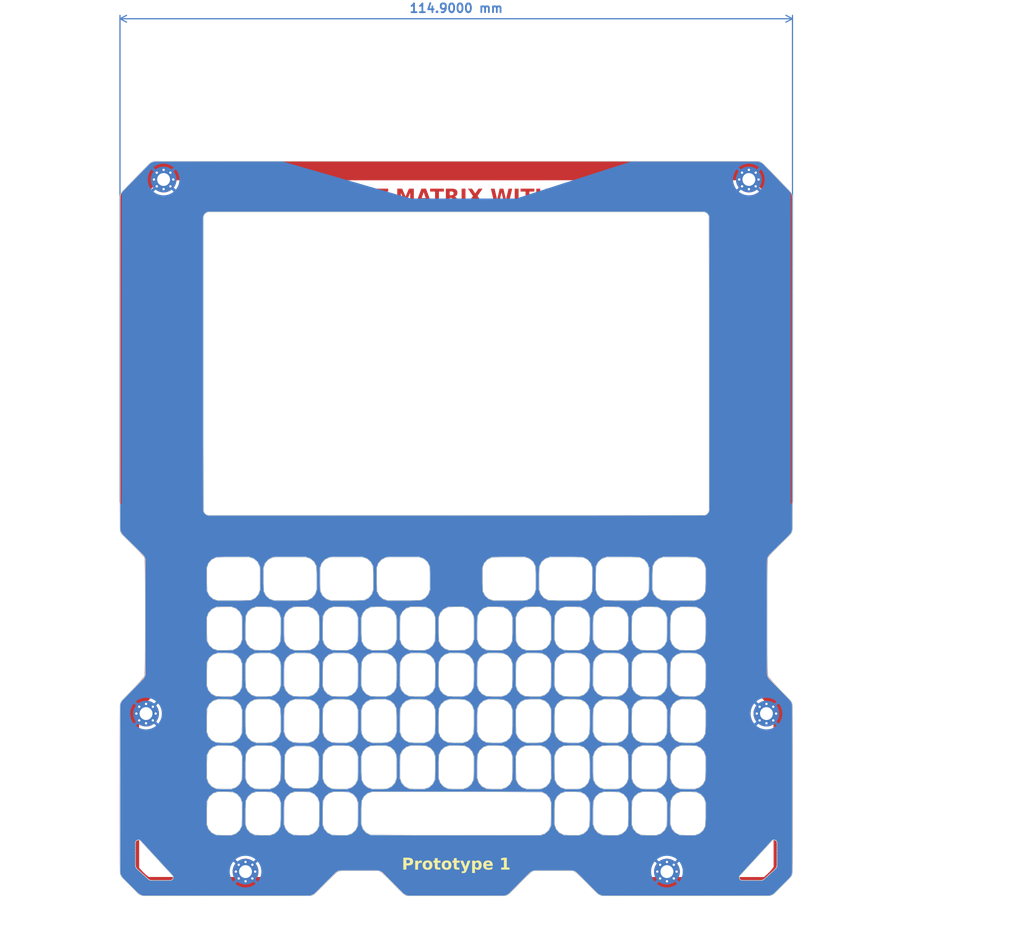
<source format=kicad_pcb>
(kicad_pcb (version 20240108) (generator "pcbnew") (generator_version "8.0")
  (layers (0 "F.Cu" signal) (31 "B.Cu" signal) (34 "B.Paste" user) (35 "F.Paste" user) (36 "B.SilkS" user "B.Silkscreen") (37 "F.SilkS" user "F.Silkscreen") (38 "B.Mask" user) (39 "F.Mask" user) (44 "Edge.Cuts" user))
  (net 0 "")
  (net 1 "GND")
  (footprint "design:proto1_kicad_art2" (layer "F.Cu") (at 0 -21.4)
    (property "Reference" "N1" (hide yes))
    (property "Value" "Housing" (hide yes))
    (fp_line (start -57.45 -63.795744) (end -57.438 -63.950249) (stroke (width 0.1)) (layer "Edge.Cuts"))
    (fp_line (start -57.45 -63.743714) (end -57.45 -63.795744) (stroke (width 0.1)) (layer "Edge.Cuts"))
    (fp_line (start -57.45 -59.7265) (end -57.45 -63.743714) (stroke (width 0.1)) (layer "Edge.Cuts"))
    (fp_line (start -57.45 -55.709286) (end -57.45 -59.7265) (stroke (width 0.1)) (layer "Edge.Cuts"))
    (fp_line (start -57.45 -51.692073) (end -57.45 -55.709286) (stroke (width 0.1)) (layer "Edge.Cuts"))
    (fp_line (start -57.45 -47.674859) (end -57.45 -51.692073) (stroke (width 0.1)) (layer "Edge.Cuts"))
    (fp_line (start -57.45 -19.281786) (end -57.45 -47.674859) (stroke (width 0.1)) (layer "Edge.Cuts"))
    (fp_line (start -57.45 -15.264572) (end -57.45 -19.281786) (stroke (width 0.1)) (layer "Edge.Cuts"))
    (fp_line (start -57.45 -11.247359) (end -57.45 -15.264572) (stroke (width 0.1)) (layer "Edge.Cuts"))
    (fp_line (start -57.45 47.09191) (end -57.44995 36.04403) (stroke (width 0.1)) (layer "Edge.Cuts"))
    (fp_line (start -57.44995 36.04403) (end -57.44993 31.74499) (stroke (width 0.1)) (layer "Edge.Cuts"))
    (fp_line (start -57.44993 23.09452) (end -57.43693 22.93891) (stroke (width 0.1)) (layer "Edge.Cuts"))
    (fp_line (start -57.44993 23.14692) (end -57.44993 23.09452) (stroke (width 0.1)) (layer "Edge.Cuts"))
    (fp_line (start -57.44993 27.44597) (end -57.44993 23.14692) (stroke (width 0.1)) (layer "Edge.Cuts"))
    (fp_line (start -57.44993 31.74499) (end -57.44993 27.44597) (stroke (width 0.1)) (layer "Edge.Cuts"))
    (fp_line (start -57.447 -7.123177) (end -57.45 -11.247359) (stroke (width 0.1)) (layer "Edge.Cuts"))
    (fp_line (start -57.447 51.49666) (end -57.45 47.09191) (stroke (width 0.1)) (layer "Edge.Cuts"))
    (fp_line (start -57.438 -63.950249) (end -57.4107 -64.101907) (stroke (width 0.1)) (layer "Edge.Cuts"))
    (fp_line (start -57.43693 22.93891) (end -57.40933 22.78622) (stroke (width 0.1)) (layer "Edge.Cuts"))
    (fp_line (start -57.429 51.65294) (end -57.447 51.49666) (stroke (width 0.1)) (layer "Edge.Cuts"))
    (fp_line (start -57.4288 -6.964964) (end -57.447 -7.123177) (stroke (width 0.1)) (layer "Edge.Cuts"))
    (fp_line (start -57.4107 -64.101907) (end -57.3693 -64.249712) (stroke (width 0.1)) (layer "Edge.Cuts"))
    (fp_line (start -57.40933 22.78622) (end -57.36733 22.63757) (stroke (width 0.1)) (layer "Edge.Cuts"))
    (fp_line (start -57.3959 51.80591) (end -57.429 51.65294) (stroke (width 0.1)) (layer "Edge.Cuts"))
    (fp_line (start -57.3949 -6.810229) (end -57.4288 -6.964964) (stroke (width 0.1)) (layer "Edge.Cuts"))
    (fp_line (start -57.3693 -64.249712) (end -57.314 -64.392677) (stroke (width 0.1)) (layer "Edge.Cuts"))
    (fp_line (start -57.36733 22.63757) (end -57.31123 22.49383) (stroke (width 0.1)) (layer "Edge.Cuts"))
    (fp_line (start -57.3482 51.95454) (end -57.3959 51.80591) (stroke (width 0.1)) (layer "Edge.Cuts"))
    (fp_line (start -57.346 -6.660061) (end -57.3949 -6.810229) (stroke (width 0.1)) (layer "Edge.Cuts"))
    (fp_line (start -57.314 -64.392677) (end -57.2452 -64.529806) (stroke (width 0.1)) (layer "Edge.Cuts"))
    (fp_line (start -57.31123 22.49383) (end -57.24153 22.35614) (stroke (width 0.1)) (layer "Edge.Cuts"))
    (fp_line (start -57.2863 52.09766) (end -57.3482 51.95454) (stroke (width 0.1)) (layer "Edge.Cuts"))
    (fp_line (start -57.2826 -6.515543) (end -57.346 -6.660061) (stroke (width 0.1)) (layer "Edge.Cuts"))
    (fp_line (start -57.2452 -64.529806) (end -57.1634 -64.660102) (stroke (width 0.1)) (layer "Edge.Cuts"))
    (fp_line (start -57.24153 22.35614) (end -57.15853 22.22529) (stroke (width 0.1)) (layer "Edge.Cuts"))
    (fp_line (start -57.2106 52.23422) (end -57.2863 52.09766) (stroke (width 0.1)) (layer "Edge.Cuts"))
    (fp_line (start -57.2052 -6.377775) (end -57.2826 -6.515543) (stroke (width 0.1)) (layer "Edge.Cuts"))
    (fp_line (start -57.1634 -64.660102) (end -57.0689 -64.782561) (stroke (width 0.1)) (layer "Edge.Cuts"))
    (fp_line (start -57.15853 22.22529) (end -57.06283 22.1025) (stroke (width 0.1)) (layer "Edge.Cuts"))
    (fp_line (start -57.1216 52.36337) (end -57.2106 52.23422) (stroke (width 0.1)) (layer "Edge.Cuts"))
    (fp_line (start -57.1141 -6.247839) (end -57.2052 -6.377775) (stroke (width 0.1)) (layer "Edge.Cuts"))
    (fp_line (start -57.0689 -64.782561) (end -56.43824 -65.435238) (stroke (width 0.1)) (layer "Edge.Cuts"))
    (fp_line (start -57.06283 22.1025) (end -56.56693 21.59365) (stroke (width 0.1)) (layer "Edge.Cuts"))
    (fp_line (start -57.01982 52.48375) (end -57.1216 52.36337) (stroke (width 0.1)) (layer "Edge.Cuts"))
    (fp_line (start -57.00993 -6.126835) (end -57.1141 -6.247839) (stroke (width 0.1)) (layer "Edge.Cuts"))
    (fp_line (start -56.98242 52.52125) (end -57.01982 52.48375) (stroke (width 0.1)) (layer "Edge.Cuts"))
    (fp_line (start -56.97163 -6.089265) (end -57.00993 -6.126835) (stroke (width 0.1)) (layer "Edge.Cuts"))
    (fp_line (start -56.66382 52.84043) (end -56.98242 52.52125) (stroke (width 0.1)) (layer "Edge.Cuts"))
    (fp_line (start -56.56693 21.59365) (end -56.1425 21.16114) (stroke (width 0.1)) (layer "Edge.Cuts"))
    (fp_line (start -56.55222 -5.677) (end -56.97163 -6.089265) (stroke (width 0.1)) (layer "Edge.Cuts"))
    (fp_line (start -56.43824 -65.435238) (end -55.87808 -66.011632) (stroke (width 0.1)) (layer "Edge.Cuts"))
    (fp_line (start -56.34522 53.1596) (end -56.66382 52.84043) (stroke (width 0.1)) (layer "Edge.Cuts"))
    (fp_line (start -56.1425 21.16114) (end -55.71806 20.72864) (stroke (width 0.1)) (layer "Edge.Cuts"))
    (fp_line (start -56.13281 -5.264735) (end -56.55222 -5.677) (stroke (width 0.1)) (layer "Edge.Cuts"))
    (fp_line (start -56.02662 53.47878) (end -56.34522 53.1596) (stroke (width 0.1)) (layer "Edge.Cuts"))
    (fp_line (start -55.87808 -66.011632) (end -55.31791 -66.588025) (stroke (width 0.1)) (layer "Edge.Cuts"))
    (fp_line (start -55.71806 20.72864) (end -55.29363 20.29613) (stroke (width 0.1)) (layer "Edge.Cuts"))
    (fp_line (start -55.7134 -4.85247) (end -56.13281 -5.264735) (stroke (width 0.1)) (layer "Edge.Cuts"))
    (fp_line (start -55.70801 53.79796) (end -56.02662 53.47878) (stroke (width 0.1)) (layer "Edge.Cuts"))
    (fp_line (start -55.38941 54.11713) (end -55.70801 53.79796) (stroke (width 0.1)) (layer "Edge.Cuts"))
    (fp_line (start -55.31791 -66.588025) (end -54.75774 -67.164419) (stroke (width 0.1)) (layer "Edge.Cuts"))
    (fp_line (start -55.294 -4.440205) (end -55.7134 -4.85247) (stroke (width 0.1)) (layer "Edge.Cuts"))
    (fp_line (start -55.29363 20.29613) (end -54.86919 19.86363) (stroke (width 0.1)) (layer "Edge.Cuts"))
    (fp_line (start -55.07081 54.43631) (end -55.38941 54.11713) (stroke (width 0.1)) (layer "Edge.Cuts"))
    (fp_line (start -54.87459 -4.02794) (end -55.294 -4.440205) (stroke (width 0.1)) (layer "Edge.Cuts"))
    (fp_line (start -54.86919 19.86363) (end -54.44476 19.43112) (stroke (width 0.1)) (layer "Edge.Cuts"))
    (fp_line (start -54.804158 46.49008) (end -54.804113 46.96554) (stroke (width 0.1)) (layer "Edge.Cuts"))
    (fp_line (start -54.804113 46.96554) (end -54.804068 47.44099) (stroke (width 0.1)) (layer "Edge.Cuts"))
    (fp_line (start -54.804068 47.44099) (end -54.804023 47.91645) (stroke (width 0.1)) (layer "Edge.Cuts"))
    (fp_line (start -54.804023 47.91645) (end -54.803978 48.39191) (stroke (width 0.1)) (layer "Edge.Cuts"))
    (fp_line (start -54.803978 48.39191) (end -54.803933 48.86736) (stroke (width 0.1)) (layer "Edge.Cuts"))
    (fp_line (start -54.803933 48.86736) (end -54.803888 49.34282) (stroke (width 0.1)) (layer "Edge.Cuts"))
    (fp_line (start -54.803888 49.34282) (end -54.803843 49.81827) (stroke (width 0.1)) (layer "Edge.Cuts"))
    (fp_line (start -54.803843 49.81827) (end -54.803798 50.29373) (stroke (width 0.1)) (layer "Edge.Cuts"))
    (fp_line (start -54.803798 50.29373) (end -54.803798 50.32533) (stroke (width 0.1)) (layer "Edge.Cuts"))
    (fp_line (start -54.803798 50.32533) (end -54.795598 50.41893) (stroke (width 0.1)) (layer "Edge.Cuts"))
    (fp_line (start -54.795598 50.41893) (end -54.777918 50.51053) (stroke (width 0.1)) (layer "Edge.Cuts"))
    (fp_line (start -54.795425 46.37998) (end -54.804158 46.49008) (stroke (width 0.1)) (layer "Edge.Cuts"))
    (fp_line (start -54.777918 50.51053) (end -54.750898 50.59933) (stroke (width 0.1)) (layer "Edge.Cuts"))
    (fp_line (start -54.75774 -67.164419) (end -54.19758 -67.740813) (stroke (width 0.1)) (layer "Edge.Cuts"))
    (fp_line (start -54.75221 54.75548) (end -55.07081 54.43631) (stroke (width 0.1)) (layer "Edge.Cuts"))
    (fp_line (start -54.750898 50.59933) (end -54.714978 50.68483) (stroke (width 0.1)) (layer "Edge.Cuts"))
    (fp_line (start -54.740595 46.23756) (end -54.795425 46.37998) (stroke (width 0.1)) (layer "Edge.Cuts"))
    (fp_line (start -54.714978 50.68483) (end -54.670428 50.76623) (stroke (width 0.1)) (layer "Edge.Cuts"))
    (fp_line (start -54.670428 50.76623) (end -54.617568 50.84283) (stroke (width 0.1)) (layer "Edge.Cuts"))
    (fp_line (start -54.649157 46.12357) (end -54.740595 46.23756) (stroke (width 0.1)) (layer "Edge.Cuts"))
    (fp_line (start -54.617568 50.84283) (end -54.556678 50.91403) (stroke (width 0.1)) (layer "Edge.Cuts"))
    (fp_line (start -54.556678 50.91403) (end -54.278437 51.17089) (stroke (width 0.1)) (layer "Edge.Cuts"))
    (fp_line (start -54.530592 46.04177) (end -54.649157 46.12357) (stroke (width 0.1)) (layer "Edge.Cuts"))
    (fp_line (start -54.45518 -3.615675) (end -54.87459 -4.02794) (stroke (width 0.1)) (layer "Edge.Cuts"))
    (fp_line (start -54.44476 19.43112) (end -54.02032 18.99862) (stroke (width 0.1)) (layer "Edge.Cuts"))
    (fp_line (start -54.394397 45.99527) (end -54.530592 46.04177) (stroke (width 0.1)) (layer "Edge.Cuts"))
    (fp_line (start -54.35687 55.14786) (end -54.75221 54.75548) (stroke (width 0.1)) (layer "Edge.Cuts"))
    (fp_line (start -54.278437 51.17089) (end -54.045516 51.38406) (stroke (width 0.1)) (layer "Edge.Cuts"))
    (fp_line (start -54.250071 45.98927) (end -54.394397 45.99527) (stroke (width 0.1)) (layer "Edge.Cuts"))
    (fp_line (start -54.23324 55.24596) (end -54.35687 55.14786) (stroke (width 0.1)) (layer "Edge.Cuts"))
    (fp_line (start -54.19758 -67.740813) (end -53.63741 -68.317207) (stroke (width 0.1)) (layer "Edge.Cuts"))
    (fp_line (start -54.107072 46.02627) (end -54.250071 45.98927) (stroke (width 0.1)) (layer "Edge.Cuts"))
    (fp_line (start -54.10137 55.33106) (end -54.23324 55.24596) (stroke (width 0.1)) (layer "Edge.Cuts"))
    (fp_line (start -54.045516 51.38406) (end -53.812594 51.59723) (stroke (width 0.1)) (layer "Edge.Cuts"))
    (fp_line (start -54.03577 -3.20341) (end -54.45518 -3.615675) (stroke (width 0.1)) (layer "Edge.Cuts"))
    (fp_line (start -54.02032 18.99862) (end -53.59589 18.56611) (stroke (width 0.1)) (layer "Edge.Cuts"))
    (fp_line (start -53.974907 46.10992) (end -54.107072 46.02627) (stroke (width 0.1)) (layer "Edge.Cuts"))
    (fp_line (start -53.9622 55.40256) (end -54.10137 55.33106) (stroke (width 0.1)) (layer "Edge.Cuts"))
    (fp_line (start -53.936327 46.15182) (end -53.974907 46.10992) (stroke (width 0.1)) (layer "Edge.Cuts"))
    (fp_line (start -53.81689 55.46016) (end -53.9622 55.40256) (stroke (width 0.1)) (layer "Edge.Cuts"))
    (fp_line (start -53.812594 51.59723) (end -53.579673 51.81039) (stroke (width 0.1)) (layer "Edge.Cuts"))
    (fp_line (start -53.6664 55.50336) (end -53.81689 55.46016) (stroke (width 0.1)) (layer "Edge.Cuts"))
    (fp_line (start -53.63741 -68.317207) (end -53.07724 -68.8936) (stroke (width 0.1)) (layer "Edge.Cuts"))
    (fp_line (start -53.59589 18.56611) (end -53.55919 18.52871) (stroke (width 0.1)) (layer "Edge.Cuts"))
    (fp_line (start -53.579673 51.81039) (end -53.346752 52.02355) (stroke (width 0.1)) (layer "Edge.Cuts"))
    (fp_line (start -53.55919 18.52871) (end -53.45922 18.40875) (stroke (width 0.1)) (layer "Edge.Cuts"))
    (fp_line (start -53.54196 -2.71419) (end -54.03577 -3.20341) (stroke (width 0.1)) (layer "Edge.Cuts"))
    (fp_line (start -53.51188 55.53196) (end -53.6664 55.50336) (stroke (width 0.1)) (layer "Edge.Cuts"))
    (fp_line (start -53.45922 18.40875) (end -53.37192 18.28052) (stroke (width 0.1)) (layer "Edge.Cuts"))
    (fp_line (start -53.44206 -2.590036) (end -53.54196 -2.71419) (stroke (width 0.1)) (layer "Edge.Cuts"))
    (fp_line (start -53.37192 18.28052) (end -53.29772 18.14495) (stroke (width 0.1)) (layer "Edge.Cuts"))
    (fp_line (start -53.35546 -2.457341) (end -53.44206 -2.590036) (stroke (width 0.1)) (layer "Edge.Cuts"))
    (fp_line (start -53.35428 55.54496) (end -53.51188 55.53196) (stroke (width 0.1)) (layer "Edge.Cuts"))
    (fp_line (start -53.346752 52.02355) (end -53.113831 52.23672) (stroke (width 0.1)) (layer "Edge.Cuts"))
    (fp_line (start -53.30118 55.54496) (end -53.35428 55.54496) (stroke (width 0.1)) (layer "Edge.Cuts"))
    (fp_line (start -53.29772 18.14495) (end -53.23702 18.00311) (stroke (width 0.1)) (layer "Edge.Cuts"))
    (fp_line (start -53.28266 -2.317224) (end -53.35546 -2.457341) (stroke (width 0.1)) (layer "Edge.Cuts"))
    (fp_line (start -53.256261 46.89027) (end -53.936327 46.15182) (stroke (width 0.1)) (layer "Edge.Cuts"))
    (fp_line (start -53.23702 18.00311) (end -53.19032 17.85597) (stroke (width 0.1)) (layer "Edge.Cuts"))
    (fp_line (start -53.22416 -2.170735) (end -53.28266 -2.317224) (stroke (width 0.1)) (layer "Edge.Cuts"))
    (fp_line (start -53.19032 17.85597) (end -53.15792 17.70451) (stroke (width 0.1)) (layer "Edge.Cuts"))
    (fp_line (start -53.18026 -2.018962) (end -53.22416 -2.170735) (stroke (width 0.1)) (layer "Edge.Cuts"))
    (fp_line (start -53.15792 17.70451) (end -53.14032 17.54987) (stroke (width 0.1)) (layer "Edge.Cuts"))
    (fp_line (start -53.15106 -1.862986) (end -53.18026 -2.018962) (stroke (width 0.1)) (layer "Edge.Cuts"))
    (fp_line (start -53.14032 17.54987) (end -53.13732 14.71741) (stroke (width 0.1)) (layer "Edge.Cuts"))
    (fp_line (start -53.13806 -1.703885) (end -53.15106 -1.862986) (stroke (width 0.1)) (layer "Edge.Cuts"))
    (fp_line (start -53.13806 -1.650265) (end -53.13806 -1.703885) (stroke (width 0.1)) (layer "Edge.Cuts"))
    (fp_line (start -53.13806 1.07768) (end -53.13806 -1.650265) (stroke (width 0.1)) (layer "Edge.Cuts"))
    (fp_line (start -53.13806 3.80562) (end -53.13806 1.07768) (stroke (width 0.1)) (layer "Edge.Cuts"))
    (fp_line (start -53.13769 6.53357) (end -53.13806 3.80562) (stroke (width 0.1)) (layer "Edge.Cuts"))
    (fp_line (start -53.13732 9.26151) (end -53.13769 6.53357) (stroke (width 0.1)) (layer "Edge.Cuts"))
    (fp_line (start -53.13732 11.98946) (end -53.13732 9.26151) (stroke (width 0.1)) (layer "Edge.Cuts"))
    (fp_line (start -53.13732 14.71741) (end -53.13732 11.98946) (stroke (width 0.1)) (layer "Edge.Cuts"))
    (fp_line (start -53.113831 52.23672) (end -52.880909 52.44989) (stroke (width 0.1)) (layer "Edge.Cuts"))
    (fp_line (start -53.07724 -68.8936) (end -52.51707 -69.469994) (stroke (width 0.1)) (layer "Edge.Cuts"))
    (fp_line (start -52.880909 52.44989) (end -52.647988 52.66305) (stroke (width 0.1)) (layer "Edge.Cuts"))
    (fp_line (start -52.647988 52.66305) (end -52.627218 52.68205) (stroke (width 0.1)) (layer "Edge.Cuts"))
    (fp_line (start -52.627218 52.68205) (end -52.561108 52.73365) (stroke (width 0.1)) (layer "Edge.Cuts"))
    (fp_line (start -52.576194 47.62873) (end -53.256261 46.89027) (stroke (width 0.1)) (layer "Edge.Cuts"))
    (fp_line (start -52.561108 52.73365) (end -52.490898 52.77865) (stroke (width 0.1)) (layer "Edge.Cuts"))
    (fp_line (start -52.51707 -69.469994) (end -52.47937 -69.508754) (stroke (width 0.1)) (layer "Edge.Cuts"))
    (fp_line (start -52.490898 52.77865) (end -52.417108 52.81685) (stroke (width 0.1)) (layer "Edge.Cuts"))
    (fp_line (start -52.47937 -69.508754) (end -52.358 -69.614329) (stroke (width 0.1)) (layer "Edge.Cuts"))
    (fp_line (start -52.417108 52.81685) (end -52.340238 52.84805) (stroke (width 0.1)) (layer "Edge.Cuts"))
    (fp_line (start -52.358 -69.614329) (end -52.22749 -69.706619) (stroke (width 0.1)) (layer "Edge.Cuts"))
    (fp_line (start -52.340238 52.84805) (end -52.260798 52.87245) (stroke (width 0.1)) (layer "Edge.Cuts"))
    (fp_line (start -52.260798 52.87245) (end -52.179288 52.88855) (stroke (width 0.1)) (layer "Edge.Cuts"))
    (fp_line (start -52.22749 -69.706619) (end -52.08913 -69.785139) (stroke (width 0.1)) (layer "Edge.Cuts"))
    (fp_line (start -52.179288 52.88855) (end -52.096208 52.89815) (stroke (width 0.1)) (layer "Edge.Cuts"))
    (fp_line (start -52.096208 52.89815) (end -51.643053 52.89902) (stroke (width 0.1)) (layer "Edge.Cuts"))
    (fp_line (start -52.08913 -69.785139) (end -51.94374 -69.849449) (stroke (width 0.1)) (layer "Edge.Cuts"))
    (fp_line (start -51.94374 -69.849449) (end -51.79271 -69.899049) (stroke (width 0.1)) (layer "Edge.Cuts"))
    (fp_line (start -51.896128 48.36718) (end -52.576194 47.62873) (stroke (width 0.1)) (layer "Edge.Cuts"))
    (fp_line (start -51.79271 -69.899049) (end -51.63694 -69.933499) (stroke (width 0.1)) (layer "Edge.Cuts"))
    (fp_line (start -51.643053 52.89902) (end -51.245958 52.8989) (stroke (width 0.1)) (layer "Edge.Cuts"))
    (fp_line (start -51.63694 -69.933499) (end -51.47756 -69.952339) (stroke (width 0.1)) (layer "Edge.Cuts"))
    (fp_line (start -51.47756 -69.952339) (end -39.76509 -69.955039) (stroke (width 0.1)) (layer "Edge.Cuts"))
    (fp_line (start -51.245958 52.8989) (end -50.848863 52.89878) (stroke (width 0.1)) (layer "Edge.Cuts"))
    (fp_line (start -51.216062 49.10563) (end -51.896128 48.36718) (stroke (width 0.1)) (layer "Edge.Cuts"))
    (fp_line (start -50.848863 52.89878) (end -50.451768 52.89865) (stroke (width 0.1)) (layer "Edge.Cuts"))
    (fp_line (start -50.535996 49.84408) (end -51.216062 49.10563) (stroke (width 0.1)) (layer "Edge.Cuts"))
    (fp_line (start -50.451768 52.89865) (end -50.054673 52.89852) (stroke (width 0.1)) (layer "Edge.Cuts"))
    (fp_line (start -50.054673 52.89852) (end -49.657578 52.8984) (stroke (width 0.1)) (layer "Edge.Cuts"))
    (fp_line (start -49.85593 50.58253) (end -50.535996 49.84408) (stroke (width 0.1)) (layer "Edge.Cuts"))
    (fp_line (start -49.78544 55.54496) (end -53.30118 55.54496) (stroke (width 0.1)) (layer "Edge.Cuts"))
    (fp_line (start -49.657578 52.8984) (end -49.260483 52.89827) (stroke (width 0.1)) (layer "Edge.Cuts"))
    (fp_line (start -49.260483 52.89827) (end -48.863388 52.89815) (stroke (width 0.1)) (layer "Edge.Cuts"))
    (fp_line (start -49.175863 51.32099) (end -49.85593 50.58253) (stroke (width 0.1)) (layer "Edge.Cuts"))
    (fp_line (start -48.863388 52.89815) (end -48.808928 52.89815) (stroke (width 0.1)) (layer "Edge.Cuts"))
    (fp_line (start -48.808928 52.89815) (end -48.663089 52.86045) (stroke (width 0.1)) (layer "Edge.Cuts"))
    (fp_line (start -48.663089 52.86045) (end -48.541715 52.78535) (stroke (width 0.1)) (layer "Edge.Cuts"))
    (fp_line (start -48.541715 52.78535) (end -48.448474 52.68125) (stroke (width 0.1)) (layer "Edge.Cuts"))
    (fp_line (start -48.448474 52.68125) (end -48.387034 52.55652) (stroke (width 0.1)) (layer "Edge.Cuts"))
    (fp_line (start -48.430215 52.14276) (end -49.175863 51.32099) (stroke (width 0.1)) (layer "Edge.Cuts"))
    (fp_line (start -48.387034 52.55652) (end -48.361024 52.41959) (stroke (width 0.1)) (layer "Edge.Cuts"))
    (fp_line (start -48.374245 52.27887) (end -48.430215 52.14276) (stroke (width 0.1)) (layer "Edge.Cuts"))
    (fp_line (start -48.361024 52.41959) (end -48.374245 52.27887) (stroke (width 0.1)) (layer "Edge.Cuts"))
    (fp_line (start -46.26971 55.54496) (end -49.78544 55.54496) (stroke (width 0.1)) (layer "Edge.Cuts"))
    (fp_line (start -43.199997 -60.442406) (end -43.071187 -60.813593) (stroke (width 0.1)) (layer "Edge.Cuts"))
    (fp_line (start -43.199997 -60.303906) (end -43.199997 -60.442406) (stroke (width 0.1)) (layer "Edge.Cuts"))
    (fp_line (start -43.199997 -47.843906) (end -43.199997 -60.303906) (stroke (width 0.1)) (layer "Edge.Cuts"))
    (fp_line (start -43.199997 -35.383906) (end -43.199997 -47.843906) (stroke (width 0.1)) (layer "Edge.Cuts"))
    (fp_line (start -43.199997 -22.923906) (end -43.199997 -35.383906) (stroke (width 0.1)) (layer "Edge.Cuts"))
    (fp_line (start -43.172127 -10.193656) (end -43.199997 -22.923906) (stroke (width 0.1)) (layer "Edge.Cuts"))
    (fp_line (start -43.071187 -60.813593) (end -42.817381 -61.102036) (stroke (width 0.1)) (layer "Edge.Cuts"))
    (fp_line (start -42.998131 -9.846526) (end -43.172127 -10.193656) (stroke (width 0.1)) (layer "Edge.Cuts"))
    (fp_line (start -42.817381 -61.102036) (end -42.470251 -61.276032) (stroke (width 0.1)) (layer "Edge.Cuts"))
    (fp_line (start -42.75397 55.54496) (end -46.26971 55.54496) (stroke (width 0.1)) (layer "Edge.Cuts"))
    (fp_line (start -42.709688 -9.59272) (end -42.998131 -9.846526) (stroke (width 0.1)) (layer "Edge.Cuts"))
    (fp_line (start -42.600548 -0.475156) (end -42.322794 -1.272404) (stroke (width 0.1)) (layer "Edge.Cuts"))
    (fp_line (start -42.600548 -0.178303) (end -42.600548 -0.475156) (stroke (width 0.1)) (layer "Edge.Cuts"))
    (fp_line (start -42.600548 0.5967) (end -42.600548 -0.178303) (stroke (width 0.1)) (layer "Edge.Cuts"))
    (fp_line (start -42.600548 1.37169) (end -42.600548 0.5967) (stroke (width 0.1)) (layer "Edge.Cuts"))
    (fp_line (start -42.600548 2.14669) (end -42.600548 1.37169) (stroke (width 0.1)) (layer "Edge.Cuts"))
    (fp_line (start -42.600548 8.32167) (end -42.600544 8.02482) (stroke (width 0.1)) (layer "Edge.Cuts"))
    (fp_line (start -42.600548 9.09667) (end -42.600548 8.32167) (stroke (width 0.1)) (layer "Edge.Cuts"))
    (fp_line (start -42.600548 9.87168) (end -42.600548 9.09667) (stroke (width 0.1)) (layer "Edge.Cuts"))
    (fp_line (start -42.600548 10.64668) (end -42.600548 9.87168) (stroke (width 0.1)) (layer "Edge.Cuts"))
    (fp_line (start -42.600548 16.99669) (end -42.600548 17.77169) (stroke (width 0.1)) (layer "Edge.Cuts"))
    (fp_line (start -42.600548 17.77169) (end -42.600548 18.5467) (stroke (width 0.1)) (layer "Edge.Cuts"))
    (fp_line (start -42.600548 18.5467) (end -42.600548 19.3217) (stroke (width 0.1)) (layer "Edge.Cuts"))
    (fp_line (start -42.600548 19.3217) (end -42.600545 19.61855) (stroke (width 0.1)) (layer "Edge.Cuts"))
    (fp_line (start -42.600548 24.89669) (end -42.600548 25.67169) (stroke (width 0.1)) (layer "Edge.Cuts"))
    (fp_line (start -42.600548 25.67169) (end -42.600548 26.44668) (stroke (width 0.1)) (layer "Edge.Cuts"))
    (fp_line (start -42.600548 26.44668) (end -42.600548 27.22168) (stroke (width 0.1)) (layer "Edge.Cuts"))
    (fp_line (start -42.600548 27.22168) (end -42.600548 27.51853) (stroke (width 0.1)) (layer "Edge.Cuts"))
    (fp_line (start -42.600548 27.51853) (end -42.322796 28.31578) (stroke (width 0.1)) (layer "Edge.Cuts"))
    (fp_line (start -42.600548 32.7967) (end -42.600548 33.57169) (stroke (width 0.1)) (layer "Edge.Cuts"))
    (fp_line (start -42.600548 33.57169) (end -42.600548 34.34669) (stroke (width 0.1)) (layer "Edge.Cuts"))
    (fp_line (start -42.600548 34.34669) (end -42.600548 35.12169) (stroke (width 0.1)) (layer "Edge.Cuts"))
    (fp_line (start -42.600548 35.12169) (end -42.600548 35.41854) (stroke (width 0.1)) (layer "Edge.Cuts"))
    (fp_line (start -42.600548 35.41854) (end -42.322793 36.21579) (stroke (width 0.1)) (layer "Edge.Cuts"))
    (fp_line (start -42.600548 40.69668) (end -42.600548 41.47169) (stroke (width 0.1)) (layer "Edge.Cuts"))
    (fp_line (start -42.600548 41.47169) (end -42.600548 42.2467) (stroke (width 0.1)) (layer "Edge.Cuts"))
    (fp_line (start -42.600548 42.2467) (end -42.600548 43.0217) (stroke (width 0.1)) (layer "Edge.Cuts"))
    (fp_line (start -42.600548 43.0217) (end -42.600548 43.31855) (stroke (width 0.1)) (layer "Edge.Cuts"))
    (fp_line (start -42.600548 43.31855) (end -42.322788 44.11579) (stroke (width 0.1)) (layer "Edge.Cuts"))
    (fp_line (start -42.600545 19.61855) (end -42.322786 20.41579) (stroke (width 0.1)) (layer "Edge.Cuts"))
    (fp_line (start -42.600544 8.02482) (end -42.322783 7.22758) (stroke (width 0.1)) (layer "Edge.Cuts"))
    (fp_line (start -42.540387 12.00135) (end -42.600548 10.64668) (stroke (width 0.1)) (layer "Edge.Cuts"))
    (fp_line (start -42.540386 3.50134) (end -42.600548 2.14669) (stroke (width 0.1)) (layer "Edge.Cuts"))
    (fp_line (start -42.540386 15.64203) (end -42.600548 16.99669) (stroke (width 0.1)) (layer "Edge.Cuts"))
    (fp_line (start -42.540386 23.54204) (end -42.600548 24.89669) (stroke (width 0.1)) (layer "Edge.Cuts"))
    (fp_line (start -42.540386 31.44205) (end -42.600548 32.7967) (stroke (width 0.1)) (layer "Edge.Cuts"))
    (fp_line (start -42.540386 39.34203) (end -42.600548 40.69668) (stroke (width 0.1)) (layer "Edge.Cuts"))
    (fp_line (start -42.470251 -61.276032) (end -42.200001 -61.303902) (stroke (width 0.1)) (layer "Edge.Cuts"))
    (fp_line (start -42.338501 -9.46391) (end -42.709688 -9.59272) (stroke (width 0.1)) (layer "Edge.Cuts"))
    (fp_line (start -42.322796 28.31578) (end -41.776291 28.9365) (stroke (width 0.1)) (layer "Edge.Cuts"))
    (fp_line (start -42.322794 -1.272404) (end -41.776289 -1.893122) (stroke (width 0.1)) (layer "Edge.Cuts"))
    (fp_line (start -42.322793 36.21579) (end -41.776288 36.83651) (stroke (width 0.1)) (layer "Edge.Cuts"))
    (fp_line (start -42.322788 44.11579) (end -41.776281 44.7365) (stroke (width 0.1)) (layer "Edge.Cuts"))
    (fp_line (start -42.322786 20.41579) (end -41.776281 21.0365) (stroke (width 0.1)) (layer "Edge.Cuts"))
    (fp_line (start -42.322783 7.22758) (end -41.776277 6.60688) (stroke (width 0.1)) (layer "Edge.Cuts"))
    (fp_line (start -42.200001 -61.303902) (end -21.100001 -61.303902) (stroke (width 0.1)) (layer "Edge.Cuts"))
    (fp_line (start -42.200001 -9.46391) (end -42.338501 -9.46391) (stroke (width 0.1)) (layer "Edge.Cuts"))
    (fp_line (start -42.165366 12.74744) (end -42.540387 12.00135) (stroke (width 0.1)) (layer "Edge.Cuts"))
    (fp_line (start -42.165363 4.24743) (end -42.540386 3.50134) (stroke (width 0.1)) (layer "Edge.Cuts"))
    (fp_line (start -42.165363 14.89594) (end -42.540386 15.64203) (stroke (width 0.1)) (layer "Edge.Cuts"))
    (fp_line (start -42.165363 22.79595) (end -42.540386 23.54204) (stroke (width 0.1)) (layer "Edge.Cuts"))
    (fp_line (start -42.165363 30.69596) (end -42.540386 31.44205) (stroke (width 0.1)) (layer "Edge.Cuts"))
    (fp_line (start -42.165363 38.59594) (end -42.540386 39.34203) (stroke (width 0.1)) (layer "Edge.Cuts"))
    (fp_line (start -41.776291 28.9365) (end -41.030198 29.31153) (stroke (width 0.1)) (layer "Edge.Cuts"))
    (fp_line (start -41.776289 -1.893122) (end -41.030197 -2.268145) (stroke (width 0.1)) (layer "Edge.Cuts"))
    (fp_line (start -41.776288 36.83651) (end -41.030196 37.21153) (stroke (width 0.1)) (layer "Edge.Cuts"))
    (fp_line (start -41.776281 21.0365) (end -41.030192 21.41152) (stroke (width 0.1)) (layer "Edge.Cuts"))
    (fp_line (start -41.776281 44.7365) (end -41.030192 45.11152) (stroke (width 0.1)) (layer "Edge.Cuts"))
    (fp_line (start -41.776277 6.60688) (end -41.030191 6.23186) (stroke (width 0.1)) (layer "Edge.Cuts"))
    (fp_line (start -41.544646 13.29394) (end -42.165366 12.74744) (stroke (width 0.1)) (layer "Edge.Cuts"))
    (fp_line (start -41.544643 4.79394) (end -42.165363 4.24743) (stroke (width 0.1)) (layer "Edge.Cuts"))
    (fp_line (start -41.544643 14.34943) (end -42.165363 14.89594) (stroke (width 0.1)) (layer "Edge.Cuts"))
    (fp_line (start -41.544643 22.24944) (end -42.165363 22.79595) (stroke (width 0.1)) (layer "Edge.Cuts"))
    (fp_line (start -41.544643 30.14945) (end -42.165363 30.69596) (stroke (width 0.1)) (layer "Edge.Cuts"))
    (fp_line (start -41.544643 38.04943) (end -42.165363 38.59594) (stroke (width 0.1)) (layer "Edge.Cuts"))
    (fp_line (start -41.030198 29.31153) (end -40.025537 29.37169) (stroke (width 0.1)) (layer "Edge.Cuts"))
    (fp_line (start -41.030197 -2.268145) (end -39.256783 -2.328307) (stroke (width 0.1)) (layer "Edge.Cuts"))
    (fp_line (start -41.030196 37.21153) (end -40.025537 37.27169) (stroke (width 0.1)) (layer "Edge.Cuts"))
    (fp_line (start -41.030192 21.41152) (end -40.025537 21.47168) (stroke (width 0.1)) (layer "Edge.Cuts"))
    (fp_line (start -41.030192 45.11152) (end -40.025537 45.17168) (stroke (width 0.1)) (layer "Edge.Cuts"))
    (fp_line (start -41.030191 6.23186) (end -40.025537 6.1717) (stroke (width 0.1)) (layer "Edge.Cuts"))
    (fp_line (start -40.747394 13.5717) (end -41.544646 13.29394) (stroke (width 0.1)) (layer "Edge.Cuts"))
    (fp_line (start -40.747393 5.07169) (end -41.544643 4.79394) (stroke (width 0.1)) (layer "Edge.Cuts"))
    (fp_line (start -40.747393 14.07168) (end -41.544643 14.34943) (stroke (width 0.1)) (layer "Edge.Cuts"))
    (fp_line (start -40.747393 21.97169) (end -41.544643 22.24944) (stroke (width 0.1)) (layer "Edge.Cuts"))
    (fp_line (start -40.747393 29.8717) (end -41.544643 30.14945) (stroke (width 0.1)) (layer "Edge.Cuts"))
    (fp_line (start -40.747393 37.77168) (end -41.544643 38.04943) (stroke (width 0.1)) (layer "Edge.Cuts"))
    (fp_line (start -40.450539 5.07169) (end -40.747393 5.07169) (stroke (width 0.1)) (layer "Edge.Cuts"))
    (fp_line (start -40.450539 13.5717) (end -40.747394 13.5717) (stroke (width 0.1)) (layer "Edge.Cuts"))
    (fp_line (start -40.450539 14.07168) (end -40.747393 14.07168) (stroke (width 0.1)) (layer "Edge.Cuts"))
    (fp_line (start -40.450539 21.97169) (end -40.747393 21.97169) (stroke (width 0.1)) (layer "Edge.Cuts"))
    (fp_line (start -40.450539 29.8717) (end -40.747393 29.8717) (stroke (width 0.1)) (layer "Edge.Cuts"))
    (fp_line (start -40.450539 37.77168) (end -40.747393 37.77168) (stroke (width 0.1)) (layer "Edge.Cuts"))
    (fp_line (start -40.025537 6.1717) (end -39.600535 6.1717) (stroke (width 0.1)) (layer "Edge.Cuts"))
    (fp_line (start -40.025537 13.5717) (end -40.450539 13.5717) (stroke (width 0.1)) (layer "Edge.Cuts"))
    (fp_line (start -40.025537 14.07168) (end -40.450539 14.07168) (stroke (width 0.1)) (layer "Edge.Cuts"))
    (fp_line (start -40.025537 21.47168) (end -39.600535 21.47168) (stroke (width 0.1)) (layer "Edge.Cuts"))
    (fp_line (start -40.025537 21.97169) (end -40.450539 21.97169) (stroke (width 0.1)) (layer "Edge.Cuts"))
    (fp_line (start -40.025537 29.37169) (end -39.600535 29.37169) (stroke (width 0.1)) (layer "Edge.Cuts"))
    (fp_line (start -40.025537 29.8717) (end -40.450539 29.8717) (stroke (width 0.1)) (layer "Edge.Cuts"))
    (fp_line (start -40.025537 37.27169) (end -39.600535 37.27169) (stroke (width 0.1)) (layer "Edge.Cuts"))
    (fp_line (start -40.025537 37.77168) (end -40.450539 37.77168) (stroke (width 0.1)) (layer "Edge.Cuts"))
    (fp_line (start -40.025537 45.17168) (end -39.600534 45.17168) (stroke (width 0.1)) (layer "Edge.Cuts"))
    (fp_line (start -39.76509 -69.955039) (end -28.16033 -69.955039) (stroke (width 0.1)) (layer "Edge.Cuts"))
    (fp_line (start -39.600535 6.1717) (end -39.175532 6.1717) (stroke (width 0.1)) (layer "Edge.Cuts"))
    (fp_line (start -39.600535 13.5717) (end -40.025537 13.5717) (stroke (width 0.1)) (layer "Edge.Cuts"))
    (fp_line (start -39.600535 14.07168) (end -40.025537 14.07168) (stroke (width 0.1)) (layer "Edge.Cuts"))
    (fp_line (start -39.600535 21.47168) (end -39.175532 21.47168) (stroke (width 0.1)) (layer "Edge.Cuts"))
    (fp_line (start -39.600535 21.97169) (end -40.025537 21.97169) (stroke (width 0.1)) (layer "Edge.Cuts"))
    (fp_line (start -39.600535 29.37169) (end -39.175532 29.37169) (stroke (width 0.1)) (layer "Edge.Cuts"))
    (fp_line (start -39.600535 29.8717) (end -40.025537 29.8717) (stroke (width 0.1)) (layer "Edge.Cuts"))
    (fp_line (start -39.600535 37.27169) (end -39.175532 37.27169) (stroke (width 0.1)) (layer "Edge.Cuts"))
    (fp_line (start -39.600534 37.77168) (end -40.025537 37.77168) (stroke (width 0.1)) (layer "Edge.Cuts"))
    (fp_line (start -39.600534 45.17168) (end -39.175532 45.17168) (stroke (width 0.1)) (layer "Edge.Cuts"))
    (fp_line (start -39.256783 -2.328307) (end -38.063026 -2.328307) (stroke (width 0.1)) (layer "Edge.Cuts"))
    (fp_line (start -39.256783 5.07169) (end -40.450539 5.07169) (stroke (width 0.1)) (layer "Edge.Cuts"))
    (fp_line (start -39.23823 55.54496) (end -42.75397 55.54496) (stroke (width 0.1)) (layer "Edge.Cuts"))
    (fp_line (start -39.175532 6.1717) (end -38.75053 6.1717) (stroke (width 0.1)) (layer "Edge.Cuts"))
    (fp_line (start -39.175532 13.5717) (end -39.600535 13.5717) (stroke (width 0.1)) (layer "Edge.Cuts"))
    (fp_line (start -39.175532 14.07168) (end -39.600535 14.07168) (stroke (width 0.1)) (layer "Edge.Cuts"))
    (fp_line (start -39.175532 21.47168) (end -38.75053 21.47168) (stroke (width 0.1)) (layer "Edge.Cuts"))
    (fp_line (start -39.175532 21.97169) (end -39.600535 21.97169) (stroke (width 0.1)) (layer "Edge.Cuts"))
    (fp_line (start -39.175532 29.37169) (end -38.75053 29.37169) (stroke (width 0.1)) (layer "Edge.Cuts"))
    (fp_line (start -39.175532 29.8717) (end -39.600535 29.8717) (stroke (width 0.1)) (layer "Edge.Cuts"))
    (fp_line (start -39.175532 37.27169) (end -38.75053 37.27169) (stroke (width 0.1)) (layer "Edge.Cuts"))
    (fp_line (start -39.175532 37.77168) (end -39.600534 37.77168) (stroke (width 0.1)) (layer "Edge.Cuts"))
    (fp_line (start -39.175532 45.17168) (end -38.75053 45.17168) (stroke (width 0.1)) (layer "Edge.Cuts"))
    (fp_line (start -38.75053 6.1717) (end -38.453678 6.1717) (stroke (width 0.1)) (layer "Edge.Cuts"))
    (fp_line (start -38.75053 21.47168) (end -38.453677 21.47168) (stroke (width 0.1)) (layer "Edge.Cuts"))
    (fp_line (start -38.75053 29.37169) (end -38.453675 29.37169) (stroke (width 0.1)) (layer "Edge.Cuts"))
    (fp_line (start -38.75053 37.27169) (end -38.453676 37.27169) (stroke (width 0.1)) (layer "Edge.Cuts"))
    (fp_line (start -38.75053 45.17168) (end -38.453677 45.17168) (stroke (width 0.1)) (layer "Edge.Cuts"))
    (fp_line (start -38.453678 6.1717) (end -37.656434 6.44945) (stroke (width 0.1)) (layer "Edge.Cuts"))
    (fp_line (start -38.453677 21.47168) (end -37.656431 21.19393) (stroke (width 0.1)) (layer "Edge.Cuts"))
    (fp_line (start -38.453677 45.17168) (end -37.656431 44.89393) (stroke (width 0.1)) (layer "Edge.Cuts"))
    (fp_line (start -38.453676 37.27169) (end -37.656425 36.99394) (stroke (width 0.1)) (layer "Edge.Cuts"))
    (fp_line (start -38.453675 29.37169) (end -37.656422 29.09393) (stroke (width 0.1)) (layer "Edge.Cuts"))
    (fp_line (start -38.170873 14.13184) (end -39.175532 14.07168) (stroke (width 0.1)) (layer "Edge.Cuts"))
    (fp_line (start -38.170873 22.03185) (end -39.175532 21.97169) (stroke (width 0.1)) (layer "Edge.Cuts"))
    (fp_line (start -38.170873 29.93186) (end -39.175532 29.8717) (stroke (width 0.1)) (layer "Edge.Cuts"))
    (fp_line (start -38.170873 37.83184) (end -39.175532 37.77168) (stroke (width 0.1)) (layer "Edge.Cuts"))
    (fp_line (start -38.170871 13.51154) (end -39.175532 13.5717) (stroke (width 0.1)) (layer "Edge.Cuts"))
    (fp_line (start -38.063026 -2.328307) (end -36.86927 -2.328307) (stroke (width 0.1)) (layer "Edge.Cuts"))
    (fp_line (start -38.063026 5.07169) (end -39.256783 5.07169) (stroke (width 0.1)) (layer "Edge.Cuts"))
    (fp_line (start -37.656434 6.44945) (end -37.035717 6.99594) (stroke (width 0.1)) (layer "Edge.Cuts"))
    (fp_line (start -37.656431 21.19393) (end -37.035713 20.64743) (stroke (width 0.1)) (layer "Edge.Cuts"))
    (fp_line (start -37.656431 44.89393) (end -37.035713 44.34743) (stroke (width 0.1)) (layer "Edge.Cuts"))
    (fp_line (start -37.656425 36.99394) (end -37.035706 36.44743) (stroke (width 0.1)) (layer "Edge.Cuts"))
    (fp_line (start -37.656422 29.09393) (end -37.035702 28.54743) (stroke (width 0.1)) (layer "Edge.Cuts"))
    (fp_line (start -37.424781 14.50686) (end -38.170873 14.13184) (stroke (width 0.1)) (layer "Edge.Cuts"))
    (fp_line (start -37.424781 22.40687) (end -38.170873 22.03185) (stroke (width 0.1)) (layer "Edge.Cuts"))
    (fp_line (start -37.424781 30.30688) (end -38.170873 29.93186) (stroke (width 0.1)) (layer "Edge.Cuts"))
    (fp_line (start -37.424781 38.20686) (end -38.170873 37.83184) (stroke (width 0.1)) (layer "Edge.Cuts"))
    (fp_line (start -37.424777 13.13651) (end -38.170871 13.51154) (stroke (width 0.1)) (layer "Edge.Cuts"))
    (fp_line (start -37.035717 6.99594) (end -36.660689 7.74202) (stroke (width 0.1)) (layer "Edge.Cuts"))
    (fp_line (start -37.035713 20.64743) (end -36.660687 19.90135) (stroke (width 0.1)) (layer "Edge.Cuts"))
    (fp_line (start -37.035713 44.34743) (end -36.660684 43.60135) (stroke (width 0.1)) (layer "Edge.Cuts"))
    (fp_line (start -37.035706 36.44743) (end -36.660682 35.70134) (stroke (width 0.1)) (layer "Edge.Cuts"))
    (fp_line (start -37.035702 28.54743) (end -36.660681 27.80134) (stroke (width 0.1)) (layer "Edge.Cuts"))
    (fp_line (start -36.878275 15.12758) (end -37.424781 14.50686) (stroke (width 0.1)) (layer "Edge.Cuts"))
    (fp_line (start -36.878275 23.02759) (end -37.424781 22.40687) (stroke (width 0.1)) (layer "Edge.Cuts"))
    (fp_line (start -36.878275 30.9276) (end -37.424781 30.30688) (stroke (width 0.1)) (layer "Edge.Cuts"))
    (fp_line (start -36.878275 38.82758) (end -37.424781 38.20686) (stroke (width 0.1)) (layer "Edge.Cuts"))
    (fp_line (start -36.878272 12.51579) (end -37.424777 13.13651) (stroke (width 0.1)) (layer "Edge.Cuts"))
    (fp_line (start -36.86927 -2.328307) (end -35.675514 -2.328307) (stroke (width 0.1)) (layer "Edge.Cuts"))
    (fp_line (start -36.86927 5.07169) (end -38.063026 5.07169) (stroke (width 0.1)) (layer "Edge.Cuts"))
    (fp_line (start -36.660689 7.74202) (end -36.60052 8.32167) (stroke (width 0.1)) (layer "Edge.Cuts"))
    (fp_line (start -36.660687 19.90135) (end -36.60052 18.5467) (stroke (width 0.1)) (layer "Edge.Cuts"))
    (fp_line (start -36.660684 43.60135) (end -36.60052 42.2467) (stroke (width 0.1)) (layer "Edge.Cuts"))
    (fp_line (start -36.660682 35.70134) (end -36.60052 34.34669) (stroke (width 0.1)) (layer "Edge.Cuts"))
    (fp_line (start -36.660681 27.80134) (end -36.60052 26.44668) (stroke (width 0.1)) (layer "Edge.Cuts"))
    (fp_line (start -36.60052 8.32167) (end -36.60052 9.09667) (stroke (width 0.1)) (layer "Edge.Cuts"))
    (fp_line (start -36.60052 9.09667) (end -36.60052 9.87168) (stroke (width 0.1)) (layer "Edge.Cuts"))
    (fp_line (start -36.60052 9.87168) (end -36.60052 10.64668) (stroke (width 0.1)) (layer "Edge.Cuts"))
    (fp_line (start -36.60052 10.64668) (end -36.60052 11.42169) (stroke (width 0.1)) (layer "Edge.Cuts"))
    (fp_line (start -36.60052 11.42169) (end -36.60052 11.71854) (stroke (width 0.1)) (layer "Edge.Cuts"))
    (fp_line (start -36.60052 11.71854) (end -36.878272 12.51579) (stroke (width 0.1)) (layer "Edge.Cuts"))
    (fp_line (start -36.60052 15.92483) (end -36.878275 15.12758) (stroke (width 0.1)) (layer "Edge.Cuts"))
    (fp_line (start -36.60052 16.22168) (end -36.60052 15.92483) (stroke (width 0.1)) (layer "Edge.Cuts"))
    (fp_line (start -36.60052 16.99669) (end -36.60052 16.22168) (stroke (width 0.1)) (layer "Edge.Cuts"))
    (fp_line (start -36.60052 17.77169) (end -36.60052 16.99669) (stroke (width 0.1)) (layer "Edge.Cuts"))
    (fp_line (start -36.60052 18.5467) (end -36.60052 17.77169) (stroke (width 0.1)) (layer "Edge.Cuts"))
    (fp_line (start -36.60052 23.82484) (end -36.878275 23.02759) (stroke (width 0.1)) (layer "Edge.Cuts"))
    (fp_line (start -36.60052 24.12169) (end -36.60052 23.82484) (stroke (width 0.1)) (layer "Edge.Cuts"))
    (fp_line (start -36.60052 24.89669) (end -36.60052 24.12169) (stroke (width 0.1)) (layer "Edge.Cuts"))
    (fp_line (start -36.60052 25.67169) (end -36.60052 24.89669) (stroke (width 0.1)) (layer "Edge.Cuts"))
    (fp_line (start -36.60052 26.44668) (end -36.60052 25.67169) (stroke (width 0.1)) (layer "Edge.Cuts"))
    (fp_line (start -36.60052 31.72485) (end -36.878275 30.9276) (stroke (width 0.1)) (layer "Edge.Cuts"))
    (fp_line (start -36.60052 32.0217) (end -36.60052 31.72485) (stroke (width 0.1)) (layer "Edge.Cuts"))
    (fp_line (start -36.60052 32.7967) (end -36.60052 32.0217) (stroke (width 0.1)) (layer "Edge.Cuts"))
    (fp_line (start -36.60052 33.57169) (end -36.60052 32.7967) (stroke (width 0.1)) (layer "Edge.Cuts"))
    (fp_line (start -36.60052 34.34669) (end -36.60052 33.57169) (stroke (width 0.1)) (layer "Edge.Cuts"))
    (fp_line (start -36.60052 39.62483) (end -36.878275 38.82758) (stroke (width 0.1)) (layer "Edge.Cuts"))
    (fp_line (start -36.60052 39.92168) (end -36.60052 39.62483) (stroke (width 0.1)) (layer "Edge.Cuts"))
    (fp_line (start -36.60052 40.69668) (end -36.60052 39.92168) (stroke (width 0.1)) (layer "Edge.Cuts"))
    (fp_line (start -36.60052 41.47169) (end -36.60052 40.69668) (stroke (width 0.1)) (layer "Edge.Cuts"))
    (fp_line (start -36.60052 42.2467) (end -36.60052 41.47169) (stroke (width 0.1)) (layer "Edge.Cuts"))
    (fp_line (start -36.000517 9.09667) (end -36.000517 9.87168) (stroke (width 0.1)) (layer "Edge.Cuts"))
    (fp_line (start -36.000517 9.87168) (end -36.000517 10.64668) (stroke (width 0.1)) (layer "Edge.Cuts"))
    (fp_line (start -36.000517 10.64668) (end -36.000517 11.42169) (stroke (width 0.1)) (layer "Edge.Cuts"))
    (fp_line (start -36.000517 11.42169) (end -36.000517 11.71854) (stroke (width 0.1)) (layer "Edge.Cuts"))
    (fp_line (start -36.000517 11.71854) (end -35.722765 12.51579) (stroke (width 0.1)) (layer "Edge.Cuts"))
    (fp_line (start -36.000517 15.92483) (end -35.722762 15.12758) (stroke (width 0.1)) (layer "Edge.Cuts"))
    (fp_line (start -36.000517 16.22168) (end -36.000517 15.92483) (stroke (width 0.1)) (layer "Edge.Cuts"))
    (fp_line (start -36.000517 16.99669) (end -36.000517 16.22168) (stroke (width 0.1)) (layer "Edge.Cuts"))
    (fp_line (start -36.000517 17.77169) (end -36.000517 16.99669) (stroke (width 0.1)) (layer "Edge.Cuts"))
    (fp_line (start -36.000517 18.5467) (end -36.000517 17.77169) (stroke (width 0.1)) (layer "Edge.Cuts"))
    (fp_line (start -36.000517 23.82484) (end -35.722762 23.02759) (stroke (width 0.1)) (layer "Edge.Cuts"))
    (fp_line (start -36.000517 24.12169) (end -36.000517 23.82484) (stroke (width 0.1)) (layer "Edge.Cuts"))
    (fp_line (start -36.000517 24.89669) (end -36.000517 24.12169) (stroke (width 0.1)) (layer "Edge.Cuts"))
    (fp_line (start -36.000517 25.67169) (end -36.000517 24.89669) (stroke (width 0.1)) (layer "Edge.Cuts"))
    (fp_line (start -36.000517 26.44668) (end -36.000517 25.67169) (stroke (width 0.1)) (layer "Edge.Cuts"))
    (fp_line (start -36.000517 32.7967) (end -36.000517 33.57169) (stroke (width 0.1)) (layer "Edge.Cuts"))
    (fp_line (start -36.000517 33.57169) (end -36.000517 34.34669) (stroke (width 0.1)) (layer "Edge.Cuts"))
    (fp_line (start -36.000517 34.34669) (end -36.000517 35.12169) (stroke (width 0.1)) (layer "Edge.Cuts"))
    (fp_line (start -36.000517 35.12169) (end -36.000517 35.41854) (stroke (width 0.1)) (layer "Edge.Cuts"))
    (fp_line (start -36.000517 35.41854) (end -35.722762 36.21579) (stroke (width 0.1)) (layer "Edge.Cuts"))
    (fp_line (start -36.000517 40.69668) (end -36.000517 41.47169) (stroke (width 0.1)) (layer "Edge.Cuts"))
    (fp_line (start -36.000517 41.47169) (end -36.000517 42.2467) (stroke (width 0.1)) (layer "Edge.Cuts"))
    (fp_line (start -36.000517 42.2467) (end -36.000517 43.0217) (stroke (width 0.1)) (layer "Edge.Cuts"))
    (fp_line (start -36.000517 43.0217) (end -36.000517 43.31855) (stroke (width 0.1)) (layer "Edge.Cuts"))
    (fp_line (start -36.000517 43.31855) (end -35.722757 44.11579) (stroke (width 0.1)) (layer "Edge.Cuts"))
    (fp_line (start -35.940356 27.80134) (end -36.000517 26.44668) (stroke (width 0.1)) (layer "Edge.Cuts"))
    (fp_line (start -35.940355 31.44205) (end -36.000517 32.7967) (stroke (width 0.1)) (layer "Edge.Cuts"))
    (fp_line (start -35.940355 39.34203) (end -36.000517 40.69668) (stroke (width 0.1)) (layer "Edge.Cuts"))
    (fp_line (start -35.94035 19.90135) (end -36.000517 18.5467) (stroke (width 0.1)) (layer "Edge.Cuts"))
    (fp_line (start -35.940348 7.74202) (end -36.000517 9.09667) (stroke (width 0.1)) (layer "Edge.Cuts"))
    (fp_line (start -35.722765 12.51579) (end -35.17626 13.13651) (stroke (width 0.1)) (layer "Edge.Cuts"))
    (fp_line (start -35.722762 15.12758) (end -35.176256 14.50686) (stroke (width 0.1)) (layer "Edge.Cuts"))
    (fp_line (start -35.722762 23.02759) (end -35.176256 22.40687) (stroke (width 0.1)) (layer "Edge.Cuts"))
    (fp_line (start -35.722762 36.21579) (end -35.176256 36.83651) (stroke (width 0.1)) (layer "Edge.Cuts"))
    (fp_line (start -35.722757 44.11579) (end -35.176249 44.7365) (stroke (width 0.1)) (layer "Edge.Cuts"))
    (fp_line (start -35.72249 55.54496) (end -39.23823 55.54496) (stroke (width 0.1)) (layer "Edge.Cuts"))
    (fp_line (start -35.675514 -2.328307) (end -35.378659 -2.328307) (stroke (width 0.1)) (layer "Edge.Cuts"))
    (fp_line (start -35.565335 28.54743) (end -35.940356 27.80134) (stroke (width 0.1)) (layer "Edge.Cuts"))
    (fp_line (start -35.565331 30.69596) (end -35.940355 31.44205) (stroke (width 0.1)) (layer "Edge.Cuts"))
    (fp_line (start -35.565331 38.59594) (end -35.940355 39.34203) (stroke (width 0.1)) (layer "Edge.Cuts"))
    (fp_line (start -35.565324 20.64743) (end -35.94035 19.90135) (stroke (width 0.1)) (layer "Edge.Cuts"))
    (fp_line (start -35.56532 6.99594) (end -35.940348 7.74202) (stroke (width 0.1)) (layer "Edge.Cuts"))
    (fp_line (start -35.378659 -2.328307) (end -34.581409 -2.050552) (stroke (width 0.1)) (layer "Edge.Cuts"))
    (fp_line (start -35.17626 13.13651) (end -34.430166 13.51154) (stroke (width 0.1)) (layer "Edge.Cuts"))
    (fp_line (start -35.176256 14.50686) (end -34.430164 14.13184) (stroke (width 0.1)) (layer "Edge.Cuts"))
    (fp_line (start -35.176256 22.40687) (end -34.430164 22.03185) (stroke (width 0.1)) (layer "Edge.Cuts"))
    (fp_line (start -35.176256 36.83651) (end -34.430164 37.21153) (stroke (width 0.1)) (layer "Edge.Cuts"))
    (fp_line (start -35.176249 44.7365) (end -34.430161 45.11152) (stroke (width 0.1)) (layer "Edge.Cuts"))
    (fp_line (start -35.095857 5.01153) (end -36.86927 5.07169) (stroke (width 0.1)) (layer "Edge.Cuts"))
    (fp_line (start -34.944615 29.09393) (end -35.565335 28.54743) (stroke (width 0.1)) (layer "Edge.Cuts"))
    (fp_line (start -34.944612 30.14945) (end -35.565331 30.69596) (stroke (width 0.1)) (layer "Edge.Cuts"))
    (fp_line (start -34.944612 38.04943) (end -35.565331 38.59594) (stroke (width 0.1)) (layer "Edge.Cuts"))
    (fp_line (start -34.944606 21.19393) (end -35.565324 20.64743) (stroke (width 0.1)) (layer "Edge.Cuts"))
    (fp_line (start -34.944603 6.44945) (end -35.56532 6.99594) (stroke (width 0.1)) (layer "Edge.Cuts"))
    (fp_line (start -34.581409 -2.050552) (end -33.960689 -1.504048) (stroke (width 0.1)) (layer "Edge.Cuts"))
    (fp_line (start -34.430166 13.51154) (end -33.425505 13.5717) (stroke (width 0.1)) (layer "Edge.Cuts"))
    (fp_line (start -34.430164 14.13184) (end -33.425505 14.07168) (stroke (width 0.1)) (layer "Edge.Cuts"))
    (fp_line (start -34.430164 22.03185) (end -33.850507 21.97169) (stroke (width 0.1)) (layer "Edge.Cuts"))
    (fp_line (start -34.430164 37.21153) (end -33.425505 37.27169) (stroke (width 0.1)) (layer "Edge.Cuts"))
    (fp_line (start -34.430161 45.11152) (end -33.425505 45.17168) (stroke (width 0.1)) (layer "Edge.Cuts"))
    (fp_line (start -34.349765 4.63651) (end -35.095857 5.01153) (stroke (width 0.1)) (layer "Edge.Cuts"))
    (fp_line (start -34.147362 29.37169) (end -34.944615 29.09393) (stroke (width 0.1)) (layer "Edge.Cuts"))
    (fp_line (start -34.147361 29.8717) (end -34.944612 30.14945) (stroke (width 0.1)) (layer "Edge.Cuts"))
    (fp_line (start -34.147361 37.77168) (end -34.944612 38.04943) (stroke (width 0.1)) (layer "Edge.Cuts"))
    (fp_line (start -34.14736 21.47168) (end -34.944606 21.19393) (stroke (width 0.1)) (layer "Edge.Cuts"))
    (fp_line (start -34.147359 6.1717) (end -34.944603 6.44945) (stroke (width 0.1)) (layer "Edge.Cuts"))
    (fp_line (start -33.960689 -1.504048) (end -33.585667 -0.757958) (stroke (width 0.1)) (layer "Edge.Cuts"))
    (fp_line (start -33.850507 6.1717) (end -34.147359 6.1717) (stroke (width 0.1)) (layer "Edge.Cuts"))
    (fp_line (start -33.850507 21.47168) (end -34.14736 21.47168) (stroke (width 0.1)) (layer "Edge.Cuts"))
    (fp_line (start -33.850507 21.97169) (end -33.425505 21.97169) (stroke (width 0.1)) (layer "Edge.Cuts"))
    (fp_line (start -33.850507 29.37169) (end -34.147362 29.37169) (stroke (width 0.1)) (layer "Edge.Cuts"))
    (fp_line (start -33.850507 29.8717) (end -34.147361 29.8717) (stroke (width 0.1)) (layer "Edge.Cuts"))
    (fp_line (start -33.850507 37.77168) (end -34.147361 37.77168) (stroke (width 0.1)) (layer "Edge.Cuts"))
    (fp_line (start -33.80326 4.01579) (end -34.349765 4.63651) (stroke (width 0.1)) (layer "Edge.Cuts"))
    (fp_line (start -33.585667 -0.757958) (end -33.525505 -0.178303) (stroke (width 0.1)) (layer "Edge.Cuts"))
    (fp_line (start -33.525505 -0.178303) (end -33.525505 0.5967) (stroke (width 0.1)) (layer "Edge.Cuts"))
    (fp_line (start -33.525505 0.5967) (end -33.525505 1.37169) (stroke (width 0.1)) (layer "Edge.Cuts"))
    (fp_line (start -33.525505 1.37169) (end -33.525505 2.14669) (stroke (width 0.1)) (layer "Edge.Cuts"))
    (fp_line (start -33.525505 2.14669) (end -33.525505 2.92169) (stroke (width 0.1)) (layer "Edge.Cuts"))
    (fp_line (start -33.525505 2.92169) (end -33.525505 3.21854) (stroke (width 0.1)) (layer "Edge.Cuts"))
    (fp_line (start -33.525505 3.21854) (end -33.80326 4.01579) (stroke (width 0.1)) (layer "Edge.Cuts"))
    (fp_line (start -33.425505 6.1717) (end -33.850507 6.1717) (stroke (width 0.1)) (layer "Edge.Cuts"))
    (fp_line (start -33.425505 13.5717) (end -33.000502 13.5717) (stroke (width 0.1)) (layer "Edge.Cuts"))
    (fp_line (start -33.425505 14.07168) (end -33.000502 14.07168) (stroke (width 0.1)) (layer "Edge.Cuts"))
    (fp_line (start -33.425505 21.47168) (end -33.850507 21.47168) (stroke (width 0.1)) (layer "Edge.Cuts"))
    (fp_line (start -33.425505 21.97169) (end -33.000502 21.97169) (stroke (width 0.1)) (layer "Edge.Cuts"))
    (fp_line (start -33.425505 29.37169) (end -33.850507 29.37169) (stroke (width 0.1)) (layer "Edge.Cuts"))
    (fp_line (start -33.425505 29.8717) (end -33.850507 29.8717) (stroke (width 0.1)) (layer "Edge.Cuts"))
    (fp_line (start -33.425505 37.27169) (end -33.000502 37.27169) (stroke (width 0.1)) (layer "Edge.Cuts"))
    (fp_line (start -33.425505 37.77168) (end -33.850507 37.77168) (stroke (width 0.1)) (layer "Edge.Cuts"))
    (fp_line (start -33.425505 45.17168) (end -33.000502 45.17168) (stroke (width 0.1)) (layer "Edge.Cuts"))
    (fp_line (start -33.000502 6.1717) (end -33.425505 6.1717) (stroke (width 0.1)) (layer "Edge.Cuts"))
    (fp_line (start -33.000502 13.5717) (end -32.5755 13.5717) (stroke (width 0.1)) (layer "Edge.Cuts"))
    (fp_line (start -33.000502 14.07168) (end -32.5755 14.07168) (stroke (width 0.1)) (layer "Edge.Cuts"))
    (fp_line (start -33.000502 21.47168) (end -33.425505 21.47168) (stroke (width 0.1)) (layer "Edge.Cuts"))
    (fp_line (start -33.000502 21.97169) (end -32.5755 21.97169) (stroke (width 0.1)) (layer "Edge.Cuts"))
    (fp_line (start -33.000502 29.37169) (end -33.425505 29.37169) (stroke (width 0.1)) (layer "Edge.Cuts"))
    (fp_line (start -33.000502 29.8717) (end -33.425505 29.8717) (stroke (width 0.1)) (layer "Edge.Cuts"))
    (fp_line (start -33.000502 37.27169) (end -32.5755 37.27169) (stroke (width 0.1)) (layer "Edge.Cuts"))
    (fp_line (start -33.000502 37.77168) (end -33.425505 37.77168) (stroke (width 0.1)) (layer "Edge.Cuts"))
    (fp_line (start -33.000502 45.17168) (end -32.5755 45.17168) (stroke (width 0.1)) (layer "Edge.Cuts"))
    (fp_line (start -32.925501 -0.475156) (end -32.647747 -1.272404) (stroke (width 0.1)) (layer "Edge.Cuts"))
    (fp_line (start -32.925501 -0.178303) (end -32.925501 -0.475156) (stroke (width 0.1)) (layer "Edge.Cuts"))
    (fp_line (start -32.925501 0.5967) (end -32.925501 -0.178303) (stroke (width 0.1)) (layer "Edge.Cuts"))
    (fp_line (start -32.925501 1.37169) (end -32.925501 0.5967) (stroke (width 0.1)) (layer "Edge.Cuts"))
    (fp_line (start -32.925501 2.14669) (end -32.925501 1.37169) (stroke (width 0.1)) (layer "Edge.Cuts"))
    (fp_line (start -32.865339 3.50134) (end -32.925501 2.14669) (stroke (width 0.1)) (layer "Edge.Cuts"))
    (fp_line (start -32.647747 -1.272404) (end -32.101241 -1.893122) (stroke (width 0.1)) (layer "Edge.Cuts"))
    (fp_line (start -32.5755 6.1717) (end -33.000502 6.1717) (stroke (width 0.1)) (layer "Edge.Cuts"))
    (fp_line (start -32.5755 13.5717) (end -32.150498 13.5717) (stroke (width 0.1)) (layer "Edge.Cuts"))
    (fp_line (start -32.5755 14.07168) (end -32.150498 14.07168) (stroke (width 0.1)) (layer "Edge.Cuts"))
    (fp_line (start -32.5755 21.47168) (end -33.000502 21.47168) (stroke (width 0.1)) (layer "Edge.Cuts"))
    (fp_line (start -32.5755 21.97169) (end -32.150498 21.97169) (stroke (width 0.1)) (layer "Edge.Cuts"))
    (fp_line (start -32.5755 29.37169) (end -33.000502 29.37169) (stroke (width 0.1)) (layer "Edge.Cuts"))
    (fp_line (start -32.5755 29.8717) (end -33.000502 29.8717) (stroke (width 0.1)) (layer "Edge.Cuts"))
    (fp_line (start -32.5755 37.27169) (end -32.150498 37.27169) (stroke (width 0.1)) (layer "Edge.Cuts"))
    (fp_line (start -32.5755 37.77168) (end -33.000502 37.77168) (stroke (width 0.1)) (layer "Edge.Cuts"))
    (fp_line (start -32.5755 45.17168) (end -32.150498 45.17168) (stroke (width 0.1)) (layer "Edge.Cuts"))
    (fp_line (start -32.490315 4.24743) (end -32.865339 3.50134) (stroke (width 0.1)) (layer "Edge.Cuts"))
    (fp_line (start -32.20675 55.54496) (end -35.72249 55.54496) (stroke (width 0.1)) (layer "Edge.Cuts"))
    (fp_line (start -32.150498 13.5717) (end -31.853642 13.5717) (stroke (width 0.1)) (layer "Edge.Cuts"))
    (fp_line (start -32.150498 14.07168) (end -31.853643 14.07168) (stroke (width 0.1)) (layer "Edge.Cuts"))
    (fp_line (start -32.150498 21.97169) (end -31.853643 21.97169) (stroke (width 0.1)) (layer "Edge.Cuts"))
    (fp_line (start -32.150498 37.27169) (end -31.853643 37.27169) (stroke (width 0.1)) (layer "Edge.Cuts"))
    (fp_line (start -32.150498 45.17168) (end -31.853645 45.17168) (stroke (width 0.1)) (layer "Edge.Cuts"))
    (fp_line (start -32.101241 -1.893122) (end -31.355149 -2.268145) (stroke (width 0.1)) (layer "Edge.Cuts"))
    (fp_line (start -31.869596 4.79394) (end -32.490315 4.24743) (stroke (width 0.1)) (layer "Edge.Cuts"))
    (fp_line (start -31.853645 45.17168) (end -31.056399 44.89393) (stroke (width 0.1)) (layer "Edge.Cuts"))
    (fp_line (start -31.853643 14.07168) (end -31.056393 14.34943) (stroke (width 0.1)) (layer "Edge.Cuts"))
    (fp_line (start -31.853643 21.97169) (end -31.056393 22.24944) (stroke (width 0.1)) (layer "Edge.Cuts"))
    (fp_line (start -31.853643 37.27169) (end -31.056393 36.99394) (stroke (width 0.1)) (layer "Edge.Cuts"))
    (fp_line (start -31.853642 13.5717) (end -31.056389 13.29395) (stroke (width 0.1)) (layer "Edge.Cuts"))
    (fp_line (start -31.570846 6.23186) (end -32.5755 6.1717) (stroke (width 0.1)) (layer "Edge.Cuts"))
    (fp_line (start -31.570844 21.41152) (end -32.5755 21.47168) (stroke (width 0.1)) (layer "Edge.Cuts"))
    (fp_line (start -31.57084 29.93186) (end -32.5755 29.8717) (stroke (width 0.1)) (layer "Edge.Cuts"))
    (fp_line (start -31.57084 37.83184) (end -32.5755 37.77168) (stroke (width 0.1)) (layer "Edge.Cuts"))
    (fp_line (start -31.570838 29.31153) (end -32.5755 29.37169) (stroke (width 0.1)) (layer "Edge.Cuts"))
    (fp_line (start -31.355149 -2.268145) (end -30.775491 -2.328307) (stroke (width 0.1)) (layer "Edge.Cuts"))
    (fp_line (start -31.072345 5.07169) (end -31.869596 4.79394) (stroke (width 0.1)) (layer "Edge.Cuts"))
    (fp_line (start -31.056399 44.89393) (end -30.435679 44.34743) (stroke (width 0.1)) (layer "Edge.Cuts"))
    (fp_line (start -31.056393 14.34943) (end -30.435672 14.89594) (stroke (width 0.1)) (layer "Edge.Cuts"))
    (fp_line (start -31.056393 22.24944) (end -30.435672 22.79595) (stroke (width 0.1)) (layer "Edge.Cuts"))
    (fp_line (start -31.056393 36.99394) (end -30.435672 36.44743) (stroke (width 0.1)) (layer "Edge.Cuts"))
    (fp_line (start -31.056389 13.29395) (end -30.435669 12.74744) (stroke (width 0.1)) (layer "Edge.Cuts"))
    (fp_line (start -30.824758 6.60688) (end -31.570846 6.23186) (stroke (width 0.1)) (layer "Edge.Cuts"))
    (fp_line (start -30.824755 21.0365) (end -31.570844 21.41152) (stroke (width 0.1)) (layer "Edge.Cuts"))
    (fp_line (start -30.824748 30.30688) (end -31.57084 29.93186) (stroke (width 0.1)) (layer "Edge.Cuts"))
    (fp_line (start -30.824748 38.20686) (end -31.57084 37.83184) (stroke (width 0.1)) (layer "Edge.Cuts"))
    (fp_line (start -30.824744 28.9365) (end -31.570838 29.31153) (stroke (width 0.1)) (layer "Edge.Cuts"))
    (fp_line (start -30.775491 -2.328307) (end -29.581735 -2.328307) (stroke (width 0.1)) (layer "Edge.Cuts"))
    (fp_line (start -30.775491 5.07169) (end -31.072345 5.07169) (stroke (width 0.1)) (layer "Edge.Cuts"))
    (fp_line (start -30.435679 44.34743) (end -30.06065 43.60135) (stroke (width 0.1)) (layer "Edge.Cuts"))
    (fp_line (start -30.435672 14.89594) (end -30.060648 15.64203) (stroke (width 0.1)) (layer "Edge.Cuts"))
    (fp_line (start -30.435672 22.79595) (end -30.060648 23.54204) (stroke (width 0.1)) (layer "Edge.Cuts"))
    (fp_line (start -30.435672 36.44743) (end -30.060648 35.70134) (stroke (width 0.1)) (layer "Edge.Cuts"))
    (fp_line (start -30.435669 12.74744) (end -30.060647 12.00135) (stroke (width 0.1)) (layer "Edge.Cuts"))
    (fp_line (start -30.278251 7.22758) (end -30.824758 6.60688) (stroke (width 0.1)) (layer "Edge.Cuts"))
    (fp_line (start -30.278248 20.41579) (end -30.824755 21.0365) (stroke (width 0.1)) (layer "Edge.Cuts"))
    (fp_line (start -30.278241 30.9276) (end -30.824748 30.30688) (stroke (width 0.1)) (layer "Edge.Cuts"))
    (fp_line (start -30.278241 38.82758) (end -30.824748 38.20686) (stroke (width 0.1)) (layer "Edge.Cuts"))
    (fp_line (start -30.278238 28.31578) (end -30.824744 28.9365) (stroke (width 0.1)) (layer "Edge.Cuts"))
    (fp_line (start -30.06065 43.60135) (end -30.000486 42.2467) (stroke (width 0.1)) (layer "Edge.Cuts"))
    (fp_line (start -30.060648 15.64203) (end -30.000486 16.22168) (stroke (width 0.1)) (layer "Edge.Cuts"))
    (fp_line (start -30.060648 23.54204) (end -30.000486 24.89669) (stroke (width 0.1)) (layer "Edge.Cuts"))
    (fp_line (start -30.060648 35.70134) (end -30.000486 34.34669) (stroke (width 0.1)) (layer "Edge.Cuts"))
    (fp_line (start -30.060647 12.00135) (end -30.000486 10.64668) (stroke (width 0.1)) (layer "Edge.Cuts"))
    (fp_line (start -30.00049 8.02482) (end -30.278251 7.22758) (stroke (width 0.1)) (layer "Edge.Cuts"))
    (fp_line (start -30.000489 19.61855) (end -30.278248 20.41579) (stroke (width 0.1)) (layer "Edge.Cuts"))
    (fp_line (start -30.000486 8.32167) (end -30.00049 8.02482) (stroke (width 0.1)) (layer "Edge.Cuts"))
    (fp_line (start -30.000486 9.09667) (end -30.000486 8.32167) (stroke (width 0.1)) (layer "Edge.Cuts"))
    (fp_line (start -30.000486 9.87168) (end -30.000486 9.09667) (stroke (width 0.1)) (layer "Edge.Cuts"))
    (fp_line (start -30.000486 10.64668) (end -30.000486 9.87168) (stroke (width 0.1)) (layer "Edge.Cuts"))
    (fp_line (start -30.000486 16.22168) (end -30.000486 16.99669) (stroke (width 0.1)) (layer "Edge.Cuts"))
    (fp_line (start -30.000486 16.99669) (end -30.000486 17.77169) (stroke (width 0.1)) (layer "Edge.Cuts"))
    (fp_line (start -30.000486 17.77169) (end -30.000486 18.5467) (stroke (width 0.1)) (layer "Edge.Cuts"))
    (fp_line (start -30.000486 18.5467) (end -30.000486 19.3217) (stroke (width 0.1)) (layer "Edge.Cuts"))
    (fp_line (start -30.000486 19.3217) (end -30.000489 19.61855) (stroke (width 0.1)) (layer "Edge.Cuts"))
    (fp_line (start -30.000486 24.89669) (end -30.000486 25.67169) (stroke (width 0.1)) (layer "Edge.Cuts"))
    (fp_line (start -30.000486 25.67169) (end -30.000486 26.44668) (stroke (width 0.1)) (layer "Edge.Cuts"))
    (fp_line (start -30.000486 26.44668) (end -30.000486 27.22168) (stroke (width 0.1)) (layer "Edge.Cuts"))
    (fp_line (start -30.000486 27.22168) (end -30.000486 27.51853) (stroke (width 0.1)) (layer "Edge.Cuts"))
    (fp_line (start -30.000486 27.51853) (end -30.278238 28.31578) (stroke (width 0.1)) (layer "Edge.Cuts"))
    (fp_line (start -30.000486 31.72485) (end -30.278241 30.9276) (stroke (width 0.1)) (layer "Edge.Cuts"))
    (fp_line (start -30.000486 32.0217) (end -30.000486 31.72485) (stroke (width 0.1)) (layer "Edge.Cuts"))
    (fp_line (start -30.000486 32.7967) (end -30.000486 32.0217) (stroke (width 0.1)) (layer "Edge.Cuts"))
    (fp_line (start -30.000486 33.57169) (end -30.000486 32.7967) (stroke (width 0.1)) (layer "Edge.Cuts"))
    (fp_line (start -30.000486 34.34669) (end -30.000486 33.57169) (stroke (width 0.1)) (layer "Edge.Cuts"))
    (fp_line (start -30.000486 39.62483) (end -30.278241 38.82758) (stroke (width 0.1)) (layer "Edge.Cuts"))
    (fp_line (start -30.000486 39.92168) (end -30.000486 39.62483) (stroke (width 0.1)) (layer "Edge.Cuts"))
    (fp_line (start -30.000486 40.69668) (end -30.000486 39.92168) (stroke (width 0.1)) (layer "Edge.Cuts"))
    (fp_line (start -30.000486 41.47169) (end -30.000486 40.69668) (stroke (width 0.1)) (layer "Edge.Cuts"))
    (fp_line (start -30.000486 42.2467) (end -30.000486 41.47169) (stroke (width 0.1)) (layer "Edge.Cuts"))
    (fp_line (start -29.581735 -2.328307) (end -28.387979 -2.328307) (stroke (width 0.1)) (layer "Edge.Cuts"))
    (fp_line (start -29.581735 5.07169) (end -30.775491 5.07169) (stroke (width 0.1)) (layer "Edge.Cuts"))
    (fp_line (start -29.400485 8.32167) (end -29.400481 8.02482) (stroke (width 0.1)) (layer "Edge.Cuts"))
    (fp_line (start -29.400485 9.09667) (end -29.400485 8.32167) (stroke (width 0.1)) (layer "Edge.Cuts"))
    (fp_line (start -29.400485 9.87168) (end -29.400485 9.09667) (stroke (width 0.1)) (layer "Edge.Cuts"))
    (fp_line (start -29.400485 10.64668) (end -29.400485 9.87168) (stroke (width 0.1)) (layer "Edge.Cuts"))
    (fp_line (start -29.400485 16.99669) (end -29.400485 17.77169) (stroke (width 0.1)) (layer "Edge.Cuts"))
    (fp_line (start -29.400485 17.77169) (end -29.400485 18.5467) (stroke (width 0.1)) (layer "Edge.Cuts"))
    (fp_line (start -29.400485 18.5467) (end -29.400485 19.3217) (stroke (width 0.1)) (layer "Edge.Cuts"))
    (fp_line (start -29.400485 19.3217) (end -29.400482 19.61855) (stroke (width 0.1)) (layer "Edge.Cuts"))
    (fp_line (start -29.400485 24.89669) (end -29.400485 25.67169) (stroke (width 0.1)) (layer "Edge.Cuts"))
    (fp_line (start -29.400485 25.67169) (end -29.400485 26.44668) (stroke (width 0.1)) (layer "Edge.Cuts"))
    (fp_line (start -29.400485 26.44668) (end -29.400485 27.22168) (stroke (width 0.1)) (layer "Edge.Cuts"))
    (fp_line (start -29.400485 27.22168) (end -29.400485 27.51853) (stroke (width 0.1)) (layer "Edge.Cuts"))
    (fp_line (start -29.400485 27.51853) (end -29.122733 28.31578) (stroke (width 0.1)) (layer "Edge.Cuts"))
    (fp_line (start -29.400485 40.69668) (end -29.400485 41.47169) (stroke (width 0.1)) (layer "Edge.Cuts"))
    (fp_line (start -29.400485 41.47169) (end -29.400485 42.2467) (stroke (width 0.1)) (layer "Edge.Cuts"))
    (fp_line (start -29.400485 42.2467) (end -29.400485 43.0217) (stroke (width 0.1)) (layer "Edge.Cuts"))
    (fp_line (start -29.400485 43.0217) (end -29.400485 43.31855) (stroke (width 0.1)) (layer "Edge.Cuts"))
    (fp_line (start -29.400485 43.31855) (end -29.122724 44.11579) (stroke (width 0.1)) (layer "Edge.Cuts"))
    (fp_line (start -29.400482 19.61855) (end -29.122723 20.41579) (stroke (width 0.1)) (layer "Edge.Cuts"))
    (fp_line (start -29.400481 8.02482) (end -29.12272 7.22758) (stroke (width 0.1)) (layer "Edge.Cuts"))
    (fp_line (start -29.340324 12.00135) (end -29.400485 10.64668) (stroke (width 0.1)) (layer "Edge.Cuts"))
    (fp_line (start -29.340323 15.64203) (end -29.400485 16.99669) (stroke (width 0.1)) (layer "Edge.Cuts"))
    (fp_line (start -29.340323 23.54204) (end -29.400485 24.89669) (stroke (width 0.1)) (layer "Edge.Cuts"))
    (fp_line (start -29.340323 39.34203) (end -29.400485 40.69668) (stroke (width 0.1)) (layer "Edge.Cuts"))
    (fp_line (start -29.300485 32.7967) (end -29.300485 33.57169) (stroke (width 0.1)) (layer "Edge.Cuts"))
    (fp_line (start -29.300485 33.57169) (end -29.300485 34.34669) (stroke (width 0.1)) (layer "Edge.Cuts"))
    (fp_line (start -29.300485 34.34669) (end -29.300485 35.12169) (stroke (width 0.1)) (layer "Edge.Cuts"))
    (fp_line (start -29.300485 35.12169) (end -29.300485 35.40474) (stroke (width 0.1)) (layer "Edge.Cuts"))
    (fp_line (start -29.300485 35.40474) (end -29.035646 36.1649) (stroke (width 0.1)) (layer "Edge.Cuts"))
    (fp_line (start -29.243126 31.469) (end -29.300485 32.7967) (stroke (width 0.1)) (layer "Edge.Cuts"))
    (fp_line (start -29.122733 28.31578) (end -28.576227 28.9365) (stroke (width 0.1)) (layer "Edge.Cuts"))
    (fp_line (start -29.122724 44.11579) (end -28.576216 44.7365) (stroke (width 0.1)) (layer "Edge.Cuts"))
    (fp_line (start -29.122723 20.41579) (end -28.576216 21.0365) (stroke (width 0.1)) (layer "Edge.Cuts"))
    (fp_line (start -29.12272 7.22758) (end -28.576213 6.60688) (stroke (width 0.1)) (layer "Edge.Cuts"))
    (fp_line (start -29.035646 36.1649) (end -28.514557 36.75674) (stroke (width 0.1)) (layer "Edge.Cuts"))
    (fp_line (start -28.965302 12.74744) (end -29.340324 12.00135) (stroke (width 0.1)) (layer "Edge.Cuts"))
    (fp_line (start -28.965299 14.89594) (end -29.340323 15.64203) (stroke (width 0.1)) (layer "Edge.Cuts"))
    (fp_line (start -28.965299 22.79595) (end -29.340323 23.54204) (stroke (width 0.1)) (layer "Edge.Cuts"))
    (fp_line (start -28.965299 38.59594) (end -29.340323 39.34203) (stroke (width 0.1)) (layer "Edge.Cuts"))
    (fp_line (start -28.885547 30.75761) (end -29.243126 31.469) (stroke (width 0.1)) (layer "Edge.Cuts"))
    (fp_line (start -28.69101 55.54496) (end -32.20675 55.54496) (stroke (width 0.1)) (layer "Edge.Cuts"))
    (fp_line (start -28.576227 28.9365) (end -27.830133 29.31153) (stroke (width 0.1)) (layer "Edge.Cuts"))
    (fp_line (start -28.576216 21.0365) (end -27.830127 21.41152) (stroke (width 0.1)) (layer "Edge.Cuts"))
    (fp_line (start -28.576216 44.7365) (end -27.830127 45.11152) (stroke (width 0.1)) (layer "Edge.Cuts"))
    (fp_line (start -28.576213 6.60688) (end -27.830125 6.23186) (stroke (width 0.1)) (layer "Edge.Cuts"))
    (fp_line (start -28.514557 36.75674) (end -27.803168 37.11432) (stroke (width 0.1)) (layer "Edge.Cuts"))
    (fp_line (start -28.387979 -2.328307) (end -27.194223 -2.328307) (stroke (width 0.1)) (layer "Edge.Cuts"))
    (fp_line (start -28.387979 5.07169) (end -29.581735 5.07169) (stroke (width 0.1)) (layer "Edge.Cuts"))
    (fp_line (start -28.344582 13.29395) (end -28.965302 12.74744) (stroke (width 0.1)) (layer "Edge.Cuts"))
    (fp_line (start -28.344578 14.34943) (end -28.965299 14.89594) (stroke (width 0.1)) (layer "Edge.Cuts"))
    (fp_line (start -28.344578 22.24944) (end -28.965299 22.79595) (stroke (width 0.1)) (layer "Edge.Cuts"))
    (fp_line (start -28.344578 38.04943) (end -28.965299 38.59594) (stroke (width 0.1)) (layer "Edge.Cuts"))
    (fp_line (start -28.293696 30.23652) (end -28.885547 30.75761) (stroke (width 0.1)) (layer "Edge.Cuts"))
    (fp_line (start -28.16033 -69.955039) (end -16.55557 -69.955039) (stroke (width 0.1)) (layer "Edge.Cuts"))
    (fp_line (start -27.830133 29.31153) (end -26.825471 29.37169) (stroke (width 0.1)) (layer "Edge.Cuts"))
    (fp_line (start -27.830127 21.41152) (end -26.825471 21.47168) (stroke (width 0.1)) (layer "Edge.Cuts"))
    (fp_line (start -27.830127 45.11152) (end -26.825471 45.17168) (stroke (width 0.1)) (layer "Edge.Cuts"))
    (fp_line (start -27.830125 6.23186) (end -27.250473 6.1717) (stroke (width 0.1)) (layer "Edge.Cuts"))
    (fp_line (start -27.803168 37.11432) (end -26.825471 37.17168) (stroke (width 0.1)) (layer "Edge.Cuts"))
    (fp_line (start -27.547329 13.5717) (end -28.344582 13.29395) (stroke (width 0.1)) (layer "Edge.Cuts"))
    (fp_line (start -27.547328 14.07168) (end -28.344578 14.34943) (stroke (width 0.1)) (layer "Edge.Cuts"))
    (fp_line (start -27.547328 21.97169) (end -28.344578 22.24944) (stroke (width 0.1)) (layer "Edge.Cuts"))
    (fp_line (start -27.547328 37.77168) (end -28.344578 38.04943) (stroke (width 0.1)) (layer "Edge.Cuts"))
    (fp_line (start -27.533522 29.97168) (end -28.293696 30.23652) (stroke (width 0.1)) (layer "Edge.Cuts"))
    (fp_line (start -27.250473 6.1717) (end -26.825471 6.1717) (stroke (width 0.1)) (layer "Edge.Cuts"))
    (fp_line (start -27.250473 13.5717) (end -27.547329 13.5717) (stroke (width 0.1)) (layer "Edge.Cuts"))
    (fp_line (start -27.250473 14.07168) (end -27.547328 14.07168) (stroke (width 0.1)) (layer "Edge.Cuts"))
    (fp_line (start -27.250473 21.97169) (end -27.547328 21.97169) (stroke (width 0.1)) (layer "Edge.Cuts"))
    (fp_line (start -27.250473 29.97168) (end -27.533522 29.97168) (stroke (width 0.1)) (layer "Edge.Cuts"))
    (fp_line (start -27.250473 37.77168) (end -27.547328 37.77168) (stroke (width 0.1)) (layer "Edge.Cuts"))
    (fp_line (start -27.194223 -2.328307) (end -26.000467 -2.328307) (stroke (width 0.1)) (layer "Edge.Cuts"))
    (fp_line (start -27.194223 5.07169) (end -28.387979 5.07169) (stroke (width 0.1)) (layer "Edge.Cuts"))
    (fp_line (start -26.825471 6.1717) (end -26.400469 6.1717) (stroke (width 0.1)) (layer "Edge.Cuts"))
    (fp_line (start -26.825471 13.5717) (end -27.250473 13.5717) (stroke (width 0.1)) (layer "Edge.Cuts"))
    (fp_line (start -26.825471 14.07168) (end -27.250473 14.07168) (stroke (width 0.1)) (layer "Edge.Cuts"))
    (fp_line (start -26.825471 21.47168) (end -26.400469 21.47168) (stroke (width 0.1)) (layer "Edge.Cuts"))
    (fp_line (start -26.825471 21.97169) (end -27.250473 21.97169) (stroke (width 0.1)) (layer "Edge.Cuts"))
    (fp_line (start -26.825471 29.37169) (end -26.400469 29.37169) (stroke (width 0.1)) (layer "Edge.Cuts"))
    (fp_line (start -26.825471 29.97168) (end -27.250473 29.97168) (stroke (width 0.1)) (layer "Edge.Cuts"))
    (fp_line (start -26.825471 37.17168) (end -26.400469 37.17168) (stroke (width 0.1)) (layer "Edge.Cuts"))
    (fp_line (start -26.825471 37.77168) (end -27.250473 37.77168) (stroke (width 0.1)) (layer "Edge.Cuts"))
    (fp_line (start -26.825471 45.17168) (end -26.400469 45.17168) (stroke (width 0.1)) (layer "Edge.Cuts"))
    (fp_line (start -26.400469 6.1717) (end -25.975467 6.1717) (stroke (width 0.1)) (layer "Edge.Cuts"))
    (fp_line (start -26.400469 13.5717) (end -26.825471 13.5717) (stroke (width 0.1)) (layer "Edge.Cuts"))
    (fp_line (start -26.400469 14.07168) (end -26.825471 14.07168) (stroke (width 0.1)) (layer "Edge.Cuts"))
    (fp_line (start -26.400469 21.47168) (end -25.975467 21.47168) (stroke (width 0.1)) (layer "Edge.Cuts"))
    (fp_line (start -26.400469 21.97169) (end -26.825471 21.97169) (stroke (width 0.1)) (layer "Edge.Cuts"))
    (fp_line (start -26.400469 29.37169) (end -25.975467 29.37169) (stroke (width 0.1)) (layer "Edge.Cuts"))
    (fp_line (start -26.400469 29.97168) (end -26.825471 29.97168) (stroke (width 0.1)) (layer "Edge.Cuts"))
    (fp_line (start -26.400469 37.17168) (end -25.975467 37.17168) (stroke (width 0.1)) (layer "Edge.Cuts"))
    (fp_line (start -26.400469 37.77168) (end -26.825471 37.77168) (stroke (width 0.1)) (layer "Edge.Cuts"))
    (fp_line (start -26.400469 45.17168) (end -25.975467 45.17168) (stroke (width 0.1)) (layer "Edge.Cuts"))
    (fp_line (start -26.000467 -2.328307) (end -25.703612 -2.328307) (stroke (width 0.1)) (layer "Edge.Cuts"))
    (fp_line (start -25.975467 6.1717) (end -25.550465 6.1717) (stroke (width 0.1)) (layer "Edge.Cuts"))
    (fp_line (start -25.975467 13.5717) (end -26.400469 13.5717) (stroke (width 0.1)) (layer "Edge.Cuts"))
    (fp_line (start -25.975467 14.07168) (end -26.400469 14.07168) (stroke (width 0.1)) (layer "Edge.Cuts"))
    (fp_line (start -25.975467 21.47168) (end -25.550465 21.47168) (stroke (width 0.1)) (layer "Edge.Cuts"))
    (fp_line (start -25.975467 21.97169) (end -26.400469 21.97169) (stroke (width 0.1)) (layer "Edge.Cuts"))
    (fp_line (start -25.975467 29.37169) (end -25.550465 29.37169) (stroke (width 0.1)) (layer "Edge.Cuts"))
    (fp_line (start -25.975467 29.97168) (end -26.400469 29.97168) (stroke (width 0.1)) (layer "Edge.Cuts"))
    (fp_line (start -25.975467 37.17168) (end -25.550465 37.17168) (stroke (width 0.1)) (layer "Edge.Cuts"))
    (fp_line (start -25.975467 37.77168) (end -26.400469 37.77168) (stroke (width 0.1)) (layer "Edge.Cuts"))
    (fp_line (start -25.975467 45.17168) (end -25.550465 45.17168) (stroke (width 0.1)) (layer "Edge.Cuts"))
    (fp_line (start -25.703612 -2.328307) (end -24.906361 -2.050553) (stroke (width 0.1)) (layer "Edge.Cuts"))
    (fp_line (start -25.550465 6.1717) (end -25.253613 6.1717) (stroke (width 0.1)) (layer "Edge.Cuts"))
    (fp_line (start -25.550465 21.47168) (end -25.253612 21.47168) (stroke (width 0.1)) (layer "Edge.Cuts"))
    (fp_line (start -25.550465 29.37169) (end -25.25361 29.37169) (stroke (width 0.1)) (layer "Edge.Cuts"))
    (fp_line (start -25.550465 37.17168) (end -25.267419 37.17168) (stroke (width 0.1)) (layer "Edge.Cuts"))
    (fp_line (start -25.550465 45.17168) (end -25.253612 45.17168) (stroke (width 0.1)) (layer "Edge.Cuts"))
    (fp_line (start -25.42081 5.01153) (end -27.194223 5.07169) (stroke (width 0.1)) (layer "Edge.Cuts"))
    (fp_line (start -25.267419 37.17168) (end -24.507252 36.90685) (stroke (width 0.1)) (layer "Edge.Cuts"))
    (fp_line (start -25.253613 6.1717) (end -24.456369 6.44945) (stroke (width 0.1)) (layer "Edge.Cuts"))
    (fp_line (start -25.253612 21.47168) (end -24.456366 21.19393) (stroke (width 0.1)) (layer "Edge.Cuts"))
    (fp_line (start -25.253612 45.17168) (end -24.456366 44.89393) (stroke (width 0.1)) (layer "Edge.Cuts"))
    (fp_line (start -25.25361 29.37169) (end -24.456357 29.09393) (stroke (width 0.1)) (layer "Edge.Cuts"))
    (fp_line (start -25.06913 55.54196) (end -28.69101 55.54496) (stroke (width 0.1)) (layer "Edge.Cuts"))
    (fp_line (start -24.997765 30.02904) (end -25.975467 29.97168) (stroke (width 0.1)) (layer "Edge.Cuts"))
    (fp_line (start -24.970808 14.13184) (end -25.975467 14.07168) (stroke (width 0.1)) (layer "Edge.Cuts"))
    (fp_line (start -24.970808 22.03185) (end -25.975467 21.97169) (stroke (width 0.1)) (layer "Edge.Cuts"))
    (fp_line (start -24.970808 37.83184) (end -25.975467 37.77168) (stroke (width 0.1)) (layer "Edge.Cuts"))
    (fp_line (start -24.970806 13.51154) (end -25.975467 13.5717) (stroke (width 0.1)) (layer "Edge.Cuts"))
    (fp_line (start -24.91211 55.52386) (end -25.06913 55.54196) (stroke (width 0.1)) (layer "Edge.Cuts"))
    (fp_line (start -24.906361 -2.050553) (end -24.285641 -1.504048) (stroke (width 0.1)) (layer "Edge.Cuts"))
    (fp_line (start -24.75857 55.49046) (end -24.91211 55.52386) (stroke (width 0.1)) (layer "Edge.Cuts"))
    (fp_line (start -24.674718 4.63651) (end -25.42081 5.01153) (stroke (width 0.1)) (layer "Edge.Cuts"))
    (fp_line (start -24.60948 55.44216) (end -24.75857 55.49046) (stroke (width 0.1)) (layer "Edge.Cuts"))
    (fp_line (start -24.507252 36.90685) (end -23.915403 36.38576) (stroke (width 0.1)) (layer "Edge.Cuts"))
    (fp_line (start -24.46587 55.37976) (end -24.60948 55.44216) (stroke (width 0.1)) (layer "Edge.Cuts"))
    (fp_line (start -24.456369 6.44945) (end -23.835652 6.99594) (stroke (width 0.1)) (layer "Edge.Cuts"))
    (fp_line (start -24.456366 21.19393) (end -23.835648 20.64743) (stroke (width 0.1)) (layer "Edge.Cuts"))
    (fp_line (start -24.456366 44.89393) (end -23.835648 44.34743) (stroke (width 0.1)) (layer "Edge.Cuts"))
    (fp_line (start -24.456357 29.09393) (end -23.835637 28.54743) (stroke (width 0.1)) (layer "Edge.Cuts"))
    (fp_line (start -24.32889 55.30346) (end -24.46587 55.37976) (stroke (width 0.1)) (layer "Edge.Cuts"))
    (fp_line (start -24.286372 30.38663) (end -24.997765 30.02904) (stroke (width 0.1)) (layer "Edge.Cuts"))
    (fp_line (start -24.285641 -1.504048) (end -23.910619 -0.757958) (stroke (width 0.1)) (layer "Edge.Cuts"))
    (fp_line (start -24.224716 14.50686) (end -24.970808 14.13184) (stroke (width 0.1)) (layer "Edge.Cuts"))
    (fp_line (start -24.224716 22.40687) (end -24.970808 22.03185) (stroke (width 0.1)) (layer "Edge.Cuts"))
    (fp_line (start -24.224716 38.20686) (end -24.970808 37.83184) (stroke (width 0.1)) (layer "Edge.Cuts"))
    (fp_line (start -24.224712 13.13651) (end -24.970806 13.51154) (stroke (width 0.1)) (layer "Edge.Cuts"))
    (fp_line (start -24.1996 55.21376) (end -24.32889 55.30346) (stroke (width 0.1)) (layer "Edge.Cuts"))
    (fp_line (start -24.128212 4.01579) (end -24.674718 4.63651) (stroke (width 0.1)) (layer "Edge.Cuts"))
    (fp_line (start -24.07895 55.11121) (end -24.1996 55.21376) (stroke (width 0.1)) (layer "Edge.Cuts"))
    (fp_line (start -24.04145 55.07351) (end -24.07895 55.11121) (stroke (width 0.1)) (layer "Edge.Cuts"))
    (fp_line (start -23.915403 36.38576) (end -23.55782 35.67438) (stroke (width 0.1)) (layer "Edge.Cuts"))
    (fp_line (start -23.910619 -0.757958) (end -23.850457 0.5967) (stroke (width 0.1)) (layer "Edge.Cuts"))
    (fp_line (start -23.850457 0.5967) (end -23.850457 1.37169) (stroke (width 0.1)) (layer "Edge.Cuts"))
    (fp_line (start -23.850457 1.37169) (end -23.850457 2.14669) (stroke (width 0.1)) (layer "Edge.Cuts"))
    (fp_line (start -23.850457 2.14669) (end -23.850457 2.92169) (stroke (width 0.1)) (layer "Edge.Cuts"))
    (fp_line (start -23.850457 2.92169) (end -23.850457 3.21854) (stroke (width 0.1)) (layer "Edge.Cuts"))
    (fp_line (start -23.850457 3.21854) (end -24.128212 4.01579) (stroke (width 0.1)) (layer "Edge.Cuts"))
    (fp_line (start -23.835652 6.99594) (end -23.460624 7.74202) (stroke (width 0.1)) (layer "Edge.Cuts"))
    (fp_line (start -23.835648 20.64743) (end -23.460622 19.90135) (stroke (width 0.1)) (layer "Edge.Cuts"))
    (fp_line (start -23.835648 44.34743) (end -23.460619 43.60135) (stroke (width 0.1)) (layer "Edge.Cuts"))
    (fp_line (start -23.835637 28.54743) (end -23.460616 27.80134) (stroke (width 0.1)) (layer "Edge.Cuts"))
    (fp_line (start -23.765286 30.97848) (end -24.286372 30.38663) (stroke (width 0.1)) (layer "Edge.Cuts"))
    (fp_line (start -23.67821 15.12758) (end -24.224716 14.50686) (stroke (width 0.1)) (layer "Edge.Cuts"))
    (fp_line (start -23.67821 23.02759) (end -24.224716 22.40687) (stroke (width 0.1)) (layer "Edge.Cuts"))
    (fp_line (start -23.67821 38.82758) (end -24.224716 38.20686) (stroke (width 0.1)) (layer "Edge.Cuts"))
    (fp_line (start -23.678207 12.51579) (end -24.224712 13.13651) (stroke (width 0.1)) (layer "Edge.Cuts"))
    (fp_line (start -23.622 54.65225) (end -24.04145 55.07351) (stroke (width 0.1)) (layer "Edge.Cuts"))
    (fp_line (start -23.55782 35.67438) (end -23.500455 34.34669) (stroke (width 0.1)) (layer "Edge.Cuts"))
    (fp_line (start -23.500455 31.73865) (end -23.765286 30.97848) (stroke (width 0.1)) (layer "Edge.Cuts"))
    (fp_line (start -23.500455 32.0217) (end -23.500455 31.73865) (stroke (width 0.1)) (layer "Edge.Cuts"))
    (fp_line (start -23.500455 32.7967) (end -23.500455 32.0217) (stroke (width 0.1)) (layer "Edge.Cuts"))
    (fp_line (start -23.500455 33.57169) (end -23.500455 32.7967) (stroke (width 0.1)) (layer "Edge.Cuts"))
    (fp_line (start -23.500455 34.34669) (end -23.500455 33.57169) (stroke (width 0.1)) (layer "Edge.Cuts"))
    (fp_line (start -23.460624 7.74202) (end -23.400455 9.09667) (stroke (width 0.1)) (layer "Edge.Cuts"))
    (fp_line (start -23.460622 19.90135) (end -23.400455 18.5467) (stroke (width 0.1)) (layer "Edge.Cuts"))
    (fp_line (start -23.460619 43.60135) (end -23.400455 42.2467) (stroke (width 0.1)) (layer "Edge.Cuts"))
    (fp_line (start -23.460616 27.80134) (end -23.400455 26.44668) (stroke (width 0.1)) (layer "Edge.Cuts"))
    (fp_line (start -23.400455 9.09667) (end -23.400455 9.87168) (stroke (width 0.1)) (layer "Edge.Cuts"))
    (fp_line (start -23.400455 9.87168) (end -23.400455 10.64668) (stroke (width 0.1)) (layer "Edge.Cuts"))
    (fp_line (start -23.400455 10.64668) (end -23.400455 11.42169) (stroke (width 0.1)) (layer "Edge.Cuts"))
    (fp_line (start -23.400455 11.42169) (end -23.400455 11.71854) (stroke (width 0.1)) (layer "Edge.Cuts"))
    (fp_line (start -23.400455 11.71854) (end -23.678207 12.51579) (stroke (width 0.1)) (layer "Edge.Cuts"))
    (fp_line (start -23.400455 15.92483) (end -23.67821 15.12758) (stroke (width 0.1)) (layer "Edge.Cuts"))
    (fp_line (start -23.400455 16.22168) (end -23.400455 15.92483) (stroke (width 0.1)) (layer "Edge.Cuts"))
    (fp_line (start -23.400455 16.99669) (end -23.400455 16.22168) (stroke (width 0.1)) (layer "Edge.Cuts"))
    (fp_line (start -23.400455 17.77169) (end -23.400455 16.99669) (stroke (width 0.1)) (layer "Edge.Cuts"))
    (fp_line (start -23.400455 18.5467) (end -23.400455 17.77169) (stroke (width 0.1)) (layer "Edge.Cuts"))
    (fp_line (start -23.400455 23.82484) (end -23.67821 23.02759) (stroke (width 0.1)) (layer "Edge.Cuts"))
    (fp_line (start -23.400455 24.12169) (end -23.400455 23.82484) (stroke (width 0.1)) (layer "Edge.Cuts"))
    (fp_line (start -23.400455 24.89669) (end -23.400455 24.12169) (stroke (width 0.1)) (layer "Edge.Cuts"))
    (fp_line (start -23.400455 25.67169) (end -23.400455 24.89669) (stroke (width 0.1)) (layer "Edge.Cuts"))
    (fp_line (start -23.400455 26.44668) (end -23.400455 25.67169) (stroke (width 0.1)) (layer "Edge.Cuts"))
    (fp_line (start -23.400455 39.62483) (end -23.67821 38.82758) (stroke (width 0.1)) (layer "Edge.Cuts"))
    (fp_line (start -23.400455 39.92168) (end -23.400455 39.62483) (stroke (width 0.1)) (layer "Edge.Cuts"))
    (fp_line (start -23.400455 40.69668) (end -23.400455 39.92168) (stroke (width 0.1)) (layer "Edge.Cuts"))
    (fp_line (start -23.400455 41.47169) (end -23.400455 40.69668) (stroke (width 0.1)) (layer "Edge.Cuts"))
    (fp_line (start -23.400455 42.2467) (end -23.400455 41.47169) (stroke (width 0.1)) (layer "Edge.Cuts"))
    (fp_line (start -23.250454 -0.475156) (end -22.9727 -1.272404) (stroke (width 0.1)) (layer "Edge.Cuts"))
    (fp_line (start -23.250454 -0.178303) (end -23.250454 -0.475156) (stroke (width 0.1)) (layer "Edge.Cuts"))
    (fp_line (start -23.250454 0.5967) (end -23.250454 -0.178303) (stroke (width 0.1)) (layer "Edge.Cuts"))
    (fp_line (start -23.250454 1.37169) (end -23.250454 0.5967) (stroke (width 0.1)) (layer "Edge.Cuts"))
    (fp_line (start -23.250454 2.14669) (end -23.250454 1.37169) (stroke (width 0.1)) (layer "Edge.Cuts"))
    (fp_line (start -23.20255 54.23099) (end -23.622 54.65225) (stroke (width 0.1)) (layer "Edge.Cuts"))
    (fp_line (start -23.190292 3.50134) (end -23.250454 2.14669) (stroke (width 0.1)) (layer "Edge.Cuts"))
    (fp_line (start -22.9727 -1.272404) (end -22.426194 -1.893122) (stroke (width 0.1)) (layer "Edge.Cuts"))
    (fp_line (start -22.815268 4.24743) (end -23.190292 3.50134) (stroke (width 0.1)) (layer "Edge.Cuts"))
    (fp_line (start -22.800452 9.09668) (end -22.800452 9.87168) (stroke (width 0.1)) (layer "Edge.Cuts"))
    (fp_line (start -22.800452 9.87168) (end -22.800452 10.64669) (stroke (width 0.1)) (layer "Edge.Cuts"))
    (fp_line (start -22.800452 10.64669) (end -22.800452 11.42169) (stroke (width 0.1)) (layer "Edge.Cuts"))
    (fp_line (start -22.800452 11.42169) (end -22.800452 11.71854) (stroke (width 0.1)) (layer "Edge.Cuts"))
    (fp_line (start -22.800452 11.71854) (end -22.5227 12.51579) (stroke (width 0.1)) (layer "Edge.Cuts"))
    (fp_line (start -22.800452 16.99669) (end -22.800452 17.77169) (stroke (width 0.1)) (layer "Edge.Cuts"))
    (fp_line (start -22.800452 17.77169) (end -22.800452 18.5467) (stroke (width 0.1)) (layer "Edge.Cuts"))
    (fp_line (start -22.800452 18.5467) (end -22.800452 19.3217) (stroke (width 0.1)) (layer "Edge.Cuts"))
    (fp_line (start -22.800452 19.3217) (end -22.800449 19.61855) (stroke (width 0.1)) (layer "Edge.Cuts"))
    (fp_line (start -22.800452 24.89669) (end -22.800452 25.67169) (stroke (width 0.1)) (layer "Edge.Cuts"))
    (fp_line (start -22.800452 25.67169) (end -22.800452 26.44668) (stroke (width 0.1)) (layer "Edge.Cuts"))
    (fp_line (start -22.800452 26.44668) (end -22.800452 27.22168) (stroke (width 0.1)) (layer "Edge.Cuts"))
    (fp_line (start -22.800452 27.22168) (end -22.800452 27.51853) (stroke (width 0.1)) (layer "Edge.Cuts"))
    (fp_line (start -22.800452 27.51853) (end -22.5227 28.31578) (stroke (width 0.1)) (layer "Edge.Cuts"))
    (fp_line (start -22.800452 32.7967) (end -22.800452 33.57169) (stroke (width 0.1)) (layer "Edge.Cuts"))
    (fp_line (start -22.800452 33.57169) (end -22.800452 34.34669) (stroke (width 0.1)) (layer "Edge.Cuts"))
    (fp_line (start -22.800452 34.34669) (end -22.800452 35.12169) (stroke (width 0.1)) (layer "Edge.Cuts"))
    (fp_line (start -22.800452 35.12169) (end -22.800452 35.41854) (stroke (width 0.1)) (layer "Edge.Cuts"))
    (fp_line (start -22.800452 35.41854) (end -22.522697 36.21579) (stroke (width 0.1)) (layer "Edge.Cuts"))
    (fp_line (start -22.800452 40.69668) (end -22.800452 41.47169) (stroke (width 0.1)) (layer "Edge.Cuts"))
    (fp_line (start -22.800452 41.47169) (end -22.800452 42.2467) (stroke (width 0.1)) (layer "Edge.Cuts"))
    (fp_line (start -22.800452 42.2467) (end -22.800452 43.0217) (stroke (width 0.1)) (layer "Edge.Cuts"))
    (fp_line (start -22.800452 43.0217) (end -22.800452 43.31855) (stroke (width 0.1)) (layer "Edge.Cuts"))
    (fp_line (start -22.800452 43.31855) (end -22.522692 44.11579) (stroke (width 0.1)) (layer "Edge.Cuts"))
    (fp_line (start -22.800449 19.61855) (end -22.52269 20.41579) (stroke (width 0.1)) (layer "Edge.Cuts"))
    (fp_line (start -22.7831 53.80973) (end -23.20255 54.23099) (stroke (width 0.1)) (layer "Edge.Cuts"))
    (fp_line (start -22.74029 15.64203) (end -22.800452 16.99669) (stroke (width 0.1)) (layer "Edge.Cuts"))
    (fp_line (start -22.74029 23.54204) (end -22.800452 24.89669) (stroke (width 0.1)) (layer "Edge.Cuts"))
    (fp_line (start -22.74029 31.44205) (end -22.800452 32.7967) (stroke (width 0.1)) (layer "Edge.Cuts"))
    (fp_line (start -22.74029 39.34203) (end -22.800452 40.69668) (stroke (width 0.1)) (layer "Edge.Cuts"))
    (fp_line (start -22.740283 7.74202) (end -22.800452 9.09668) (stroke (width 0.1)) (layer "Edge.Cuts"))
    (fp_line (start -22.5227 12.51579) (end -21.976194 13.13651) (stroke (width 0.1)) (layer "Edge.Cuts"))
    (fp_line (start -22.5227 28.31578) (end -21.976194 28.9365) (stroke (width 0.1)) (layer "Edge.Cuts"))
    (fp_line (start -22.522697 36.21579) (end -21.976191 36.83651) (stroke (width 0.1)) (layer "Edge.Cuts"))
    (fp_line (start -22.522692 44.11579) (end -21.976184 44.7365) (stroke (width 0.1)) (layer "Edge.Cuts"))
    (fp_line (start -22.52269 20.41579) (end -21.976184 21.0365) (stroke (width 0.1)) (layer "Edge.Cuts"))
    (fp_line (start -22.426194 -1.893122) (end -21.680101 -2.268145) (stroke (width 0.1)) (layer "Edge.Cuts"))
    (fp_line (start -22.365266 14.89594) (end -22.74029 15.64203) (stroke (width 0.1)) (layer "Edge.Cuts"))
    (fp_line (start -22.365266 22.79595) (end -22.74029 23.54204) (stroke (width 0.1)) (layer "Edge.Cuts"))
    (fp_line (start -22.365266 30.69596) (end -22.74029 31.44205) (stroke (width 0.1)) (layer "Edge.Cuts"))
    (fp_line (start -22.365266 38.59594) (end -22.74029 39.34203) (stroke (width 0.1)) (layer "Edge.Cuts"))
    (fp_line (start -22.365255 6.99594) (end -22.740283 7.74202) (stroke (width 0.1)) (layer "Edge.Cuts"))
    (fp_line (start -22.36364 53.38847) (end -22.7831 53.80973) (stroke (width 0.1)) (layer "Edge.Cuts"))
    (fp_line (start -22.194548 4.79394) (end -22.815268 4.24743) (stroke (width 0.1)) (layer "Edge.Cuts"))
    (fp_line (start -21.976194 13.13651) (end -21.2301 13.51154) (stroke (width 0.1)) (layer "Edge.Cuts"))
    (fp_line (start -21.976194 28.9365) (end -21.2301 29.31153) (stroke (width 0.1)) (layer "Edge.Cuts"))
    (fp_line (start -21.976191 36.83651) (end -21.230099 37.21153) (stroke (width 0.1)) (layer "Edge.Cuts"))
    (fp_line (start -21.976184 21.0365) (end -21.230095 21.41152) (stroke (width 0.1)) (layer "Edge.Cuts"))
    (fp_line (start -21.976184 44.7365) (end -21.230095 45.11152) (stroke (width 0.1)) (layer "Edge.Cuts"))
    (fp_line (start -21.94419 52.9672) (end -22.36364 53.38847) (stroke (width 0.1)) (layer "Edge.Cuts"))
    (fp_line (start -21.744546 14.34943) (end -22.365266 14.89594) (stroke (width 0.1)) (layer "Edge.Cuts"))
    (fp_line (start -21.744546 22.24944) (end -22.365266 22.79595) (stroke (width 0.1)) (layer "Edge.Cuts"))
    (fp_line (start -21.744546 30.14945) (end -22.365266 30.69596) (stroke (width 0.1)) (layer "Edge.Cuts"))
    (fp_line (start -21.744546 38.04943) (end -22.365266 38.59594) (stroke (width 0.1)) (layer "Edge.Cuts"))
    (fp_line (start -21.744537 6.44945) (end -22.365255 6.99594) (stroke (width 0.1)) (layer "Edge.Cuts"))
    (fp_line (start -21.680101 -2.268145) (end -21.100443 -2.328307) (stroke (width 0.1)) (layer "Edge.Cuts"))
    (fp_line (start -21.52474 52.54594) (end -21.94419 52.9672) (stroke (width 0.1)) (layer "Edge.Cuts"))
    (fp_line (start -21.397298 5.07169) (end -22.194548 4.79394) (stroke (width 0.1)) (layer "Edge.Cuts"))
    (fp_line (start -21.2301 13.51154) (end -20.225439 13.5717) (stroke (width 0.1)) (layer "Edge.Cuts"))
    (fp_line (start -21.2301 29.31153) (end -20.225439 29.37169) (stroke (width 0.1)) (layer "Edge.Cuts"))
    (fp_line (start -21.230099 37.21153) (end -20.225439 37.27169) (stroke (width 0.1)) (layer "Edge.Cuts"))
    (fp_line (start -21.230095 21.41152) (end -20.225439 21.47168) (stroke (width 0.1)) (layer "Edge.Cuts"))
    (fp_line (start -21.230095 45.11152) (end -20.225439 45.17168) (stroke (width 0.1)) (layer "Edge.Cuts"))
    (fp_line (start -21.10529 52.12468) (end -21.52474 52.54594) (stroke (width 0.1)) (layer "Edge.Cuts"))
    (fp_line (start -21.100443 -2.328307) (end -19.906687 -2.328307) (stroke (width 0.1)) (layer "Edge.Cuts"))
    (fp_line (start -21.100443 5.07169) (end -21.397298 5.07169) (stroke (width 0.1)) (layer "Edge.Cuts"))
    (fp_line (start -21.100001 -61.303902) (end 0 -61.303902) (stroke (width 0.1)) (layer "Edge.Cuts"))
    (fp_line (start -21.100001 -9.46391) (end -42.200001 -9.46391) (stroke (width 0.1)) (layer "Edge.Cuts"))
    (fp_line (start -20.947296 14.07168) (end -21.744546 14.34943) (stroke (width 0.1)) (layer "Edge.Cuts"))
    (fp_line (start -20.947296 21.97169) (end -21.744546 22.24944) (stroke (width 0.1)) (layer "Edge.Cuts"))
    (fp_line (start -20.947296 29.8717) (end -21.744546 30.14945) (stroke (width 0.1)) (layer "Edge.Cuts"))
    (fp_line (start -20.947296 37.77168) (end -21.744546 38.04943) (stroke (width 0.1)) (layer "Edge.Cuts"))
    (fp_line (start -20.947293 6.1717) (end -21.744537 6.44945) (stroke (width 0.1)) (layer "Edge.Cuts"))
    (fp_line (start -20.650441 6.1717) (end -20.947293 6.1717) (stroke (width 0.1)) (layer "Edge.Cuts"))
    (fp_line (start -20.650441 14.07168) (end -20.947296 14.07168) (stroke (width 0.1)) (layer "Edge.Cuts"))
    (fp_line (start -20.650441 21.97169) (end -20.947296 21.97169) (stroke (width 0.1)) (layer "Edge.Cuts"))
    (fp_line (start -20.650441 29.8717) (end -20.947296 29.8717) (stroke (width 0.1)) (layer "Edge.Cuts"))
    (fp_line (start -20.650441 37.77168) (end -20.947296 37.77168) (stroke (width 0.1)) (layer "Edge.Cuts"))
    (fp_line (start -20.60909 51.63009) (end -21.10529 52.12468) (stroke (width 0.1)) (layer "Edge.Cuts"))
    (fp_line (start -20.48541 51.53169) (end -20.60909 51.63009) (stroke (width 0.1)) (layer "Edge.Cuts"))
    (fp_line (start -20.35345 51.44649) (end -20.48541 51.53169) (stroke (width 0.1)) (layer "Edge.Cuts"))
    (fp_line (start -20.225439 6.1717) (end -20.650441 6.1717) (stroke (width 0.1)) (layer "Edge.Cuts"))
    (fp_line (start -20.225439 13.5717) (end -19.800437 13.5717) (stroke (width 0.1)) (layer "Edge.Cuts"))
    (fp_line (start -20.225439 14.07168) (end -20.650441 14.07168) (stroke (width 0.1)) (layer "Edge.Cuts"))
    (fp_line (start -20.225439 21.47168) (end -19.800437 21.47168) (stroke (width 0.1)) (layer "Edge.Cuts"))
    (fp_line (start -20.225439 21.97169) (end -20.650441 21.97169) (stroke (width 0.1)) (layer "Edge.Cuts"))
    (fp_line (start -20.225439 29.37169) (end -19.800437 29.37169) (stroke (width 0.1)) (layer "Edge.Cuts"))
    (fp_line (start -20.225439 29.8717) (end -20.650441 29.8717) (stroke (width 0.1)) (layer "Edge.Cuts"))
    (fp_line (start -20.225439 37.27169) (end -19.800437 37.27169) (stroke (width 0.1)) (layer "Edge.Cuts"))
    (fp_line (start -20.225439 37.77168) (end -20.650441 37.77168) (stroke (width 0.1)) (layer "Edge.Cuts"))
    (fp_line (start -20.225439 45.17168) (end -19.800437 45.17168) (stroke (width 0.1)) (layer "Edge.Cuts"))
    (fp_line (start -20.21426 51.37489) (end -20.35345 51.44649) (stroke (width 0.1)) (layer "Edge.Cuts"))
    (fp_line (start -20.06871 51.31719) (end -20.21426 51.37489) (stroke (width 0.1)) (layer "Edge.Cuts"))
    (fp_line (start -19.91814 51.27399) (end -20.06871 51.31719) (stroke (width 0.1)) (layer "Edge.Cuts"))
    (fp_line (start -19.906687 -2.328307) (end -18.712931 -2.328307) (stroke (width 0.1)) (layer "Edge.Cuts"))
    (fp_line (start -19.906687 5.07169) (end -21.100443 5.07169) (stroke (width 0.1)) (layer "Edge.Cuts"))
    (fp_line (start -19.800437 6.1717) (end -20.225439 6.1717) (stroke (width 0.1)) (layer "Edge.Cuts"))
    (fp_line (start -19.800437 13.5717) (end -19.375435 13.5717) (stroke (width 0.1)) (layer "Edge.Cuts"))
    (fp_line (start -19.800437 14.07168) (end -20.225439 14.07168) (stroke (width 0.1)) (layer "Edge.Cuts"))
    (fp_line (start -19.800437 21.47168) (end -19.375435 21.47168) (stroke (width 0.1)) (layer "Edge.Cuts"))
    (fp_line (start -19.800437 21.97169) (end -20.225439 21.97169) (stroke (width 0.1)) (layer "Edge.Cuts"))
    (fp_line (start -19.800437 29.37169) (end -19.375435 29.37169) (stroke (width 0.1)) (layer "Edge.Cuts"))
    (fp_line (start -19.800437 29.8717) (end -20.225439 29.8717) (stroke (width 0.1)) (layer "Edge.Cuts"))
    (fp_line (start -19.800437 37.27169) (end -19.375435 37.27169) (stroke (width 0.1)) (layer "Edge.Cuts"))
    (fp_line (start -19.800437 37.77168) (end -20.225439 37.77168) (stroke (width 0.1)) (layer "Edge.Cuts"))
    (fp_line (start -19.800437 45.17168) (end -19.375435 45.17168) (stroke (width 0.1)) (layer "Edge.Cuts"))
    (fp_line (start -19.7634 51.24539) (end -19.91814 51.27399) (stroke (width 0.1)) (layer "Edge.Cuts"))
    (fp_line (start -19.60556 51.23239) (end -19.7634 51.24539) (stroke (width 0.1)) (layer "Edge.Cuts"))
    (fp_line (start -19.55236 51.23239) (end -19.60556 51.23239) (stroke (width 0.1)) (layer "Edge.Cuts"))
    (fp_line (start -19.375435 6.1717) (end -19.800437 6.1717) (stroke (width 0.1)) (layer "Edge.Cuts"))
    (fp_line (start -19.375435 13.5717) (end -18.950433 13.5717) (stroke (width 0.1)) (layer "Edge.Cuts"))
    (fp_line (start -19.375435 14.07168) (end -19.800437 14.07168) (stroke (width 0.1)) (layer "Edge.Cuts"))
    (fp_line (start -19.375435 21.47168) (end -18.950433 21.47168) (stroke (width 0.1)) (layer "Edge.Cuts"))
    (fp_line (start -19.375435 21.97169) (end -19.800437 21.97169) (stroke (width 0.1)) (layer "Edge.Cuts"))
    (fp_line (start -19.375435 29.37169) (end -18.950433 29.37169) (stroke (width 0.1)) (layer "Edge.Cuts"))
    (fp_line (start -19.375435 29.8717) (end -19.800437 29.8717) (stroke (width 0.1)) (layer "Edge.Cuts"))
    (fp_line (start -19.375435 37.27169) (end -18.950433 37.27169) (stroke (width 0.1)) (layer "Edge.Cuts"))
    (fp_line (start -19.375435 37.77168) (end -19.800437 37.77168) (stroke (width 0.1)) (layer "Edge.Cuts"))
    (fp_line (start -19.375435 45.17168) (end -18.950433 45.17168) (stroke (width 0.1)) (layer "Edge.Cuts"))
    (fp_line (start -18.950433 13.5717) (end -18.653577 13.5717) (stroke (width 0.1)) (layer "Edge.Cuts"))
    (fp_line (start -18.950433 21.47168) (end -18.65358 21.47168) (stroke (width 0.1)) (layer "Edge.Cuts"))
    (fp_line (start -18.950433 29.37169) (end -18.653577 29.37169) (stroke (width 0.1)) (layer "Edge.Cuts"))
    (fp_line (start -18.950433 37.27169) (end -18.653578 37.27169) (stroke (width 0.1)) (layer "Edge.Cuts"))
    (fp_line (start -18.950433 45.17168) (end -18.65358 45.17168) (stroke (width 0.1)) (layer "Edge.Cuts"))
    (fp_line (start -18.81263 51.23239) (end -19.55236 51.23239) (stroke (width 0.1)) (layer "Edge.Cuts"))
    (fp_line (start -18.712931 -2.328307) (end -17.519176 -2.328307) (stroke (width 0.1)) (layer "Edge.Cuts"))
    (fp_line (start -18.712931 5.07169) (end -19.906687 5.07169) (stroke (width 0.1)) (layer "Edge.Cuts"))
    (fp_line (start -18.65358 21.47168) (end -17.856334 21.19393) (stroke (width 0.1)) (layer "Edge.Cuts"))
    (fp_line (start -18.65358 45.17168) (end -17.856334 44.89393) (stroke (width 0.1)) (layer "Edge.Cuts"))
    (fp_line (start -18.653578 37.27169) (end -17.856328 36.99394) (stroke (width 0.1)) (layer "Edge.Cuts"))
    (fp_line (start -18.653577 13.5717) (end -17.856325 13.29394) (stroke (width 0.1)) (layer "Edge.Cuts"))
    (fp_line (start -18.653577 29.37169) (end -17.856325 29.09393) (stroke (width 0.1)) (layer "Edge.Cuts"))
    (fp_line (start -18.370781 6.23186) (end -19.375435 6.1717) (stroke (width 0.1)) (layer "Edge.Cuts"))
    (fp_line (start -18.370775 14.13184) (end -19.375435 14.07168) (stroke (width 0.1)) (layer "Edge.Cuts"))
    (fp_line (start -18.370775 22.03185) (end -19.375435 21.97169) (stroke (width 0.1)) (layer "Edge.Cuts"))
    (fp_line (start -18.370775 29.93186) (end -19.375435 29.8717) (stroke (width 0.1)) (layer "Edge.Cuts"))
    (fp_line (start -18.370775 37.83184) (end -19.375435 37.77168) (stroke (width 0.1)) (layer "Edge.Cuts"))
    (fp_line (start -18.0729 51.23239) (end -18.81263 51.23239) (stroke (width 0.1)) (layer "Edge.Cuts"))
    (fp_line (start -17.856334 21.19393) (end -17.235615 20.64743) (stroke (width 0.1)) (layer "Edge.Cuts"))
    (fp_line (start -17.856334 44.89393) (end -17.235615 44.34743) (stroke (width 0.1)) (layer "Edge.Cuts"))
    (fp_line (start -17.856328 36.99394) (end -17.235608 36.44743) (stroke (width 0.1)) (layer "Edge.Cuts"))
    (fp_line (start -17.856325 13.29394) (end -17.235604 12.74744) (stroke (width 0.1)) (layer "Edge.Cuts"))
    (fp_line (start -17.856325 29.09393) (end -17.235604 28.54743) (stroke (width 0.1)) (layer "Edge.Cuts"))
    (fp_line (start -17.624694 6.60688) (end -18.370781 6.23186) (stroke (width 0.1)) (layer "Edge.Cuts"))
    (fp_line (start -17.624683 14.50686) (end -18.370775 14.13184) (stroke (width 0.1)) (layer "Edge.Cuts"))
    (fp_line (start -17.624683 22.40687) (end -18.370775 22.03185) (stroke (width 0.1)) (layer "Edge.Cuts"))
    (fp_line (start -17.624683 30.30688) (end -18.370775 29.93186) (stroke (width 0.1)) (layer "Edge.Cuts"))
    (fp_line (start -17.624683 38.20686) (end -18.370775 37.83184) (stroke (width 0.1)) (layer "Edge.Cuts"))
    (fp_line (start -17.519176 -2.328307) (end -16.32542 -2.328307) (stroke (width 0.1)) (layer "Edge.Cuts"))
    (fp_line (start -17.519176 5.07169) (end -18.712931 5.07169) (stroke (width 0.1)) (layer "Edge.Cuts"))
    (fp_line (start -17.33317 51.23239) (end -18.0729 51.23239) (stroke (width 0.1)) (layer "Edge.Cuts"))
    (fp_line (start -17.235615 20.64743) (end -16.860586 19.90135) (stroke (width 0.1)) (layer "Edge.Cuts"))
    (fp_line (start -17.235615 44.34743) (end -16.860586 43.60135) (stroke (width 0.1)) (layer "Edge.Cuts"))
    (fp_line (start -17.235608 36.44743) (end -16.860584 35.70134) (stroke (width 0.1)) (layer "Edge.Cuts"))
    (fp_line (start -17.235604 12.74744) (end -16.860583 12.00135) (stroke (width 0.1)) (layer "Edge.Cuts"))
    (fp_line (start -17.235604 28.54743) (end -16.860583 27.80134) (stroke (width 0.1)) (layer "Edge.Cuts"))
    (fp_line (start -17.078187 7.22758) (end -17.624694 6.60688) (stroke (width 0.1)) (layer "Edge.Cuts"))
    (fp_line (start -17.078177 15.12758) (end -17.624683 14.50686) (stroke (width 0.1)) (layer "Edge.Cuts"))
    (fp_line (start -17.078177 23.02759) (end -17.624683 22.40687) (stroke (width 0.1)) (layer "Edge.Cuts"))
    (fp_line (start -17.078177 30.9276) (end -17.624683 30.30688) (stroke (width 0.1)) (layer "Edge.Cuts"))
    (fp_line (start -17.078177 38.82758) (end -17.624683 38.20686) (stroke (width 0.1)) (layer "Edge.Cuts"))
    (fp_line (start -16.860586 19.90135) (end -16.800422 18.5467) (stroke (width 0.1)) (layer "Edge.Cuts"))
    (fp_line (start -16.860586 43.60135) (end -16.800422 42.2467) (stroke (width 0.1)) (layer "Edge.Cuts"))
    (fp_line (start -16.860584 35.70134) (end -16.800422 34.34669) (stroke (width 0.1)) (layer "Edge.Cuts"))
    (fp_line (start -16.860583 12.00135) (end -16.800422 10.64669) (stroke (width 0.1)) (layer "Edge.Cuts"))
    (fp_line (start -16.860583 27.80134) (end -16.800422 26.44668) (stroke (width 0.1)) (layer "Edge.Cuts"))
    (fp_line (start -16.800426 8.02482) (end -17.078187 7.22758) (stroke (width 0.1)) (layer "Edge.Cuts"))
    (fp_line (start -16.800422 8.32167) (end -16.800426 8.02482) (stroke (width 0.1)) (layer "Edge.Cuts"))
    (fp_line (start -16.800422 9.09668) (end -16.800422 8.32167) (stroke (width 0.1)) (layer "Edge.Cuts"))
    (fp_line (start -16.800422 9.87168) (end -16.800422 9.09668) (stroke (width 0.1)) (layer "Edge.Cuts"))
    (fp_line (start -16.800422 10.64669) (end -16.800422 9.87168) (stroke (width 0.1)) (layer "Edge.Cuts"))
    (fp_line (start -16.800422 15.92483) (end -17.078177 15.12758) (stroke (width 0.1)) (layer "Edge.Cuts"))
    (fp_line (start -16.800422 16.22168) (end -16.800422 15.92483) (stroke (width 0.1)) (layer "Edge.Cuts"))
    (fp_line (start -16.800422 16.99669) (end -16.800422 16.22168) (stroke (width 0.1)) (layer "Edge.Cuts"))
    (fp_line (start -16.800422 17.77169) (end -16.800422 16.99669) (stroke (width 0.1)) (layer "Edge.Cuts"))
    (fp_line (start -16.800422 18.5467) (end -16.800422 17.77169) (stroke (width 0.1)) (layer "Edge.Cuts"))
    (fp_line (start -16.800422 23.82484) (end -17.078177 23.02759) (stroke (width 0.1)) (layer "Edge.Cuts"))
    (fp_line (start -16.800422 24.12169) (end -16.800422 23.82484) (stroke (width 0.1)) (layer "Edge.Cuts"))
    (fp_line (start -16.800422 24.89669) (end -16.800422 24.12169) (stroke (width 0.1)) (layer "Edge.Cuts"))
    (fp_line (start -16.800422 25.67169) (end -16.800422 24.89669) (stroke (width 0.1)) (layer "Edge.Cuts"))
    (fp_line (start -16.800422 26.44668) (end -16.800422 25.67169) (stroke (width 0.1)) (layer "Edge.Cuts"))
    (fp_line (start -16.800422 31.72485) (end -17.078177 30.9276) (stroke (width 0.1)) (layer "Edge.Cuts"))
    (fp_line (start -16.800422 32.0217) (end -16.800422 31.72485) (stroke (width 0.1)) (layer "Edge.Cuts"))
    (fp_line (start -16.800422 32.7967) (end -16.800422 32.0217) (stroke (width 0.1)) (layer "Edge.Cuts"))
    (fp_line (start -16.800422 33.57169) (end -16.800422 32.7967) (stroke (width 0.1)) (layer "Edge.Cuts"))
    (fp_line (start -16.800422 34.34669) (end -16.800422 33.57169) (stroke (width 0.1)) (layer "Edge.Cuts"))
    (fp_line (start -16.800422 39.62483) (end -17.078177 38.82758) (stroke (width 0.1)) (layer "Edge.Cuts"))
    (fp_line (start -16.800422 39.92168) (end -16.800422 39.62483) (stroke (width 0.1)) (layer "Edge.Cuts"))
    (fp_line (start -16.800422 40.69668) (end -16.800422 39.92168) (stroke (width 0.1)) (layer "Edge.Cuts"))
    (fp_line (start -16.800422 41.47169) (end -16.800422 40.69668) (stroke (width 0.1)) (layer "Edge.Cuts"))
    (fp_line (start -16.800422 42.2467) (end -16.800422 41.47169) (stroke (width 0.1)) (layer "Edge.Cuts"))
    (fp_line (start -16.59344 51.23239) (end -17.33317 51.23239) (stroke (width 0.1)) (layer "Edge.Cuts"))
    (fp_line (start -16.55557 -69.955039) (end -10.753195 -69.955039) (stroke (width 0.1)) (layer "Edge.Cuts"))
    (fp_line (start -16.32542 -2.328307) (end -16.028565 -2.328307) (stroke (width 0.1)) (layer "Edge.Cuts"))
    (fp_line (start -16.200419 8.32167) (end -16.200415 8.02482) (stroke (width 0.1)) (layer "Edge.Cuts"))
    (fp_line (start -16.200419 9.09667) (end -16.200419 8.32167) (stroke (width 0.1)) (layer "Edge.Cuts"))
    (fp_line (start -16.200419 9.87168) (end -16.200419 9.09667) (stroke (width 0.1)) (layer "Edge.Cuts"))
    (fp_line (start -16.200419 10.64668) (end -16.200419 9.87168) (stroke (width 0.1)) (layer "Edge.Cuts"))
    (fp_line (start -16.200419 16.99669) (end -16.200419 17.77169) (stroke (width 0.1)) (layer "Edge.Cuts"))
    (fp_line (start -16.200419 17.77169) (end -16.200419 18.5467) (stroke (width 0.1)) (layer "Edge.Cuts"))
    (fp_line (start -16.200419 18.5467) (end -16.200419 19.3217) (stroke (width 0.1)) (layer "Edge.Cuts"))
    (fp_line (start -16.200419 19.3217) (end -16.200419 19.61855) (stroke (width 0.1)) (layer "Edge.Cuts"))
    (fp_line (start -16.200419 19.61855) (end -15.922659 20.41579) (stroke (width 0.1)) (layer "Edge.Cuts"))
    (fp_line (start -16.200419 23.82484) (end -15.922664 23.02759) (stroke (width 0.1)) (layer "Edge.Cuts"))
    (fp_line (start -16.200419 24.12169) (end -16.200419 23.82484) (stroke (width 0.1)) (layer "Edge.Cuts"))
    (fp_line (start -16.200419 24.89669) (end -16.200419 24.12169) (stroke (width 0.1)) (layer "Edge.Cuts"))
    (fp_line (start -16.200419 25.67169) (end -16.200419 24.89669) (stroke (width 0.1)) (layer "Edge.Cuts"))
    (fp_line (start -16.200419 26.44668) (end -16.200419 25.67169) (stroke (width 0.1)) (layer "Edge.Cuts"))
    (fp_line (start -16.200419 27.22168) (end -16.200419 26.44668) (stroke (width 0.1)) (layer "Edge.Cuts"))
    (fp_line (start -16.200419 31.72485) (end -15.922664 30.9276) (stroke (width 0.1)) (layer "Edge.Cuts"))
    (fp_line (start -16.200419 32.0217) (end -16.200419 31.72485) (stroke (width 0.1)) (layer "Edge.Cuts"))
    (fp_line (start -16.200419 32.7967) (end -16.200419 32.0217) (stroke (width 0.1)) (layer "Edge.Cuts"))
    (fp_line (start -16.200419 33.57169) (end -16.200419 32.7967) (stroke (width 0.1)) (layer "Edge.Cuts"))
    (fp_line (start -16.200419 34.34669) (end -16.200419 33.57169) (stroke (width 0.1)) (layer "Edge.Cuts"))
    (fp_line (start -16.200419 40.69668) (end -16.200419 41.47169) (stroke (width 0.1)) (layer "Edge.Cuts"))
    (fp_line (start -16.200419 41.47169) (end -16.200419 42.2467) (stroke (width 0.1)) (layer "Edge.Cuts"))
    (fp_line (start -16.200419 42.2467) (end -16.200419 43.0217) (stroke (width 0.1)) (layer "Edge.Cuts"))
    (fp_line (start -16.200419 43.0217) (end -16.200419 43.31855) (stroke (width 0.1)) (layer "Edge.Cuts"))
    (fp_line (start -16.200419 43.31855) (end -15.922659 44.11579) (stroke (width 0.1)) (layer "Edge.Cuts"))
    (fp_line (start -16.200415 8.02482) (end -15.922654 7.22758) (stroke (width 0.1)) (layer "Edge.Cuts"))
    (fp_line (start -16.140258 12.00135) (end -16.200419 10.64668) (stroke (width 0.1)) (layer "Edge.Cuts"))
    (fp_line (start -16.140258 27.80134) (end -16.200419 27.22168) (stroke (width 0.1)) (layer "Edge.Cuts"))
    (fp_line (start -16.140257 15.64203) (end -16.200419 16.99669) (stroke (width 0.1)) (layer "Edge.Cuts"))
    (fp_line (start -16.140257 35.70134) (end -16.200419 34.34669) (stroke (width 0.1)) (layer "Edge.Cuts"))
    (fp_line (start -16.140257 39.34203) (end -16.200419 40.69668) (stroke (width 0.1)) (layer "Edge.Cuts"))
    (fp_line (start -16.028565 -2.328307) (end -15.231314 -2.050553) (stroke (width 0.1)) (layer "Edge.Cuts"))
    (fp_line (start -15.922664 23.02759) (end -15.376158 22.40687) (stroke (width 0.1)) (layer "Edge.Cuts"))
    (fp_line (start -15.922664 30.9276) (end -15.376158 30.30688) (stroke (width 0.1)) (layer "Edge.Cuts"))
    (fp_line (start -15.922659 20.41579) (end -15.376151 21.0365) (stroke (width 0.1)) (layer "Edge.Cuts"))
    (fp_line (start -15.922659 44.11579) (end -15.376151 44.7365) (stroke (width 0.1)) (layer "Edge.Cuts"))
    (fp_line (start -15.922654 7.22758) (end -15.376148 6.60688) (stroke (width 0.1)) (layer "Edge.Cuts"))
    (fp_line (start -15.85371 51.23239) (end -16.59344 51.23239) (stroke (width 0.1)) (layer "Edge.Cuts"))
    (fp_line (start -15.765237 12.74744) (end -16.140258 12.00135) (stroke (width 0.1)) (layer "Edge.Cuts"))
    (fp_line (start -15.765237 28.54743) (end -16.140258 27.80134) (stroke (width 0.1)) (layer "Edge.Cuts"))
    (fp_line (start -15.765233 14.89594) (end -16.140257 15.64203) (stroke (width 0.1)) (layer "Edge.Cuts"))
    (fp_line (start -15.765233 36.44743) (end -16.140257 35.70134) (stroke (width 0.1)) (layer "Edge.Cuts"))
    (fp_line (start -15.765233 38.59594) (end -16.140257 39.34203) (stroke (width 0.1)) (layer "Edge.Cuts"))
    (fp_line (start -15.745763 5.01153) (end -17.519176 5.07169) (stroke (width 0.1)) (layer "Edge.Cuts"))
    (fp_line (start -15.376158 22.40687) (end -14.630066 22.03185) (stroke (width 0.1)) (layer "Edge.Cuts"))
    (fp_line (start -15.376158 30.30688) (end -14.630066 29.93186) (stroke (width 0.1)) (layer "Edge.Cuts"))
    (fp_line (start -15.376151 21.0365) (end -14.630063 21.41152) (stroke (width 0.1)) (layer "Edge.Cuts"))
    (fp_line (start -15.376151 44.7365) (end -14.630063 45.11152) (stroke (width 0.1)) (layer "Edge.Cuts"))
    (fp_line (start -15.376148 6.60688) (end -14.630061 6.23186) (stroke (width 0.1)) (layer "Edge.Cuts"))
    (fp_line (start -15.231314 -2.050553) (end -14.610594 -1.504048) (stroke (width 0.1)) (layer "Edge.Cuts"))
    (fp_line (start -15.144517 13.29394) (end -15.765237 12.74744) (stroke (width 0.1)) (layer "Edge.Cuts"))
    (fp_line (start -15.144517 29.09393) (end -15.765237 28.54743) (stroke (width 0.1)) (layer "Edge.Cuts"))
    (fp_line (start -15.144514 14.34943) (end -15.765233 14.89594) (stroke (width 0.1)) (layer "Edge.Cuts"))
    (fp_line (start -15.144514 36.99394) (end -15.765233 36.44743) (stroke (width 0.1)) (layer "Edge.Cuts"))
    (fp_line (start -15.144514 38.04943) (end -15.765233 38.59594) (stroke (width 0.1)) (layer "Edge.Cuts"))
    (fp_line (start -15.11398 51.23239) (end -15.85371 51.23239) (stroke (width 0.1)) (layer "Edge.Cuts"))
    (fp_line (start -14.999671 4.63651) (end -15.745763 5.01153) (stroke (width 0.1)) (layer "Edge.Cuts"))
    (fp_line (start -14.630066 22.03185) (end -13.625407 21.97169) (stroke (width 0.1)) (layer "Edge.Cuts"))
    (fp_line (start -14.630066 29.93186) (end -13.625407 29.8717) (stroke (width 0.1)) (layer "Edge.Cuts"))
    (fp_line (start -14.630063 21.41152) (end -13.625407 21.47168) (stroke (width 0.1)) (layer "Edge.Cuts"))
    (fp_line (start -14.630063 45.11152) (end -7.025374 45.17168) (stroke (width 0.1)) (layer "Edge.Cuts"))
    (fp_line (start -14.630061 6.23186) (end -13.625407 6.1717) (stroke (width 0.1)) (layer "Edge.Cuts"))
    (fp_line (start -14.610594 -1.504048) (end -14.235572 -0.757958) (stroke (width 0.1)) (layer "Edge.Cuts"))
    (fp_line (start -14.453165 4.01579) (end -14.999671 4.63651) (stroke (width 0.1)) (layer "Edge.Cuts"))
    (fp_line (start -14.37424 51.23239) (end -15.11398 51.23239) (stroke (width 0.1)) (layer "Edge.Cuts"))
    (fp_line (start -14.347264 13.5717) (end -15.144517 13.29394) (stroke (width 0.1)) (layer "Edge.Cuts"))
    (fp_line (start -14.347264 29.37169) (end -15.144517 29.09393) (stroke (width 0.1)) (layer "Edge.Cuts"))
    (fp_line (start -14.347263 14.07168) (end -15.144514 14.34943) (stroke (width 0.1)) (layer "Edge.Cuts"))
    (fp_line (start -14.347263 37.27169) (end -15.144514 36.99394) (stroke (width 0.1)) (layer "Edge.Cuts"))
    (fp_line (start -14.347263 37.77168) (end -15.144514 38.04943) (stroke (width 0.1)) (layer "Edge.Cuts"))
    (fp_line (start -14.235572 -0.757958) (end -14.17541 0.5967) (stroke (width 0.1)) (layer "Edge.Cuts"))
    (fp_line (start -14.17541 0.5967) (end -14.17541 1.37169) (stroke (width 0.1)) (layer "Edge.Cuts"))
    (fp_line (start -14.17541 1.37169) (end -14.17541 2.14669) (stroke (width 0.1)) (layer "Edge.Cuts"))
    (fp_line (start -14.17541 2.14669) (end -14.17541 2.92169) (stroke (width 0.1)) (layer "Edge.Cuts"))
    (fp_line (start -14.17541 2.92169) (end -14.17541 3.21854) (stroke (width 0.1)) (layer "Edge.Cuts"))
    (fp_line (start -14.17541 3.21854) (end -14.453165 4.01579) (stroke (width 0.1)) (layer "Edge.Cuts"))
    (fp_line (start -14.050409 13.5717) (end -14.347264 13.5717) (stroke (width 0.1)) (layer "Edge.Cuts"))
    (fp_line (start -14.050409 14.07168) (end -14.347263 14.07168) (stroke (width 0.1)) (layer "Edge.Cuts"))
    (fp_line (start -14.050409 29.37169) (end -14.347264 29.37169) (stroke (width 0.1)) (layer "Edge.Cuts"))
    (fp_line (start -14.050409 37.27169) (end -14.347263 37.27169) (stroke (width 0.1)) (layer "Edge.Cuts"))
    (fp_line (start -14.050409 37.77168) (end -14.347263 37.77168) (stroke (width 0.1)) (layer "Edge.Cuts"))
    (fp_line (start -13.625407 6.1717) (end -13.200405 6.1717) (stroke (width 0.1)) (layer "Edge.Cuts"))
    (fp_line (start -13.625407 13.5717) (end -14.050409 13.5717) (stroke (width 0.1)) (layer "Edge.Cuts"))
    (fp_line (start -13.625407 14.07168) (end -14.050409 14.07168) (stroke (width 0.1)) (layer "Edge.Cuts"))
    (fp_line (start -13.625407 21.47168) (end -13.200405 21.47168) (stroke (width 0.1)) (layer "Edge.Cuts"))
    (fp_line (start -13.625407 21.97169) (end -13.200405 21.97169) (stroke (width 0.1)) (layer "Edge.Cuts"))
    (fp_line (start -13.625407 29.37169) (end -14.050409 29.37169) (stroke (width 0.1)) (layer "Edge.Cuts"))
    (fp_line (start -13.625407 29.8717) (end -13.200405 29.8717) (stroke (width 0.1)) (layer "Edge.Cuts"))
    (fp_line (start -13.625407 37.27169) (end -14.050409 37.27169) (stroke (width 0.1)) (layer "Edge.Cuts"))
    (fp_line (start -13.575406 -0.474775) (end -13.298297 -1.271216) (stroke (width 0.1)) (layer "Edge.Cuts"))
    (fp_line (start -13.575406 -0.178303) (end -13.575406 -0.474775) (stroke (width 0.1)) (layer "Edge.Cuts"))
    (fp_line (start -13.575406 0.5967) (end -13.575406 -0.178303) (stroke (width 0.1)) (layer "Edge.Cuts"))
    (fp_line (start -13.575406 1.37169) (end -13.575406 0.5967) (stroke (width 0.1)) (layer "Edge.Cuts"))
    (fp_line (start -13.575406 2.14669) (end -13.575406 1.37169) (stroke (width 0.1)) (layer "Edge.Cuts"))
    (fp_line (start -13.52696 51.23539) (end -14.37424 51.23239) (stroke (width 0.1)) (layer "Edge.Cuts"))
    (fp_line (start -13.515244 3.50134) (end -13.575406 2.14669) (stroke (width 0.1)) (layer "Edge.Cuts"))
    (fp_line (start -13.36926 51.25349) (end -13.52696 51.23539) (stroke (width 0.1)) (layer "Edge.Cuts"))
    (fp_line (start -13.298297 -1.271216) (end -12.752924 -1.8917) (stroke (width 0.1)) (layer "Edge.Cuts"))
    (fp_line (start -13.21506 51.28719) (end -13.36926 51.25349) (stroke (width 0.1)) (layer "Edge.Cuts"))
    (fp_line (start -13.200405 6.1717) (end -12.775403 6.1717) (stroke (width 0.1)) (layer "Edge.Cuts"))
    (fp_line (start -13.200405 13.5717) (end -13.625407 13.5717) (stroke (width 0.1)) (layer "Edge.Cuts"))
    (fp_line (start -13.200405 14.07168) (end -13.625407 14.07168) (stroke (width 0.1)) (layer "Edge.Cuts"))
    (fp_line (start -13.200405 21.47168) (end -12.775403 21.47168) (stroke (width 0.1)) (layer "Edge.Cuts"))
    (fp_line (start -13.200405 21.97169) (end -12.775403 21.97169) (stroke (width 0.1)) (layer "Edge.Cuts"))
    (fp_line (start -13.200405 29.37169) (end -13.625407 29.37169) (stroke (width 0.1)) (layer "Edge.Cuts"))
    (fp_line (start -13.200405 29.8717) (end -12.775403 29.8717) (stroke (width 0.1)) (layer "Edge.Cuts"))
    (fp_line (start -13.200405 37.27169) (end -13.625407 37.27169) (stroke (width 0.1)) (layer "Edge.Cuts"))
    (fp_line (start -13.14022 4.24743) (end -13.515244 3.50134) (stroke (width 0.1)) (layer "Edge.Cuts"))
    (fp_line (start -13.06533 51.33579) (end -13.21506 51.28719) (stroke (width 0.1)) (layer "Edge.Cuts"))
    (fp_line (start -12.92117 51.39869) (end -13.06533 51.33579) (stroke (width 0.1)) (layer "Edge.Cuts"))
    (fp_line (start -12.78373 51.47569) (end -12.92117 51.39869) (stroke (width 0.1)) (layer "Edge.Cuts"))
    (fp_line (start -12.775403 6.1717) (end -12.350401 6.1717) (stroke (width 0.1)) (layer "Edge.Cuts"))
    (fp_line (start -12.775403 13.5717) (end -13.200405 13.5717) (stroke (width 0.1)) (layer "Edge.Cuts"))
    (fp_line (start -12.775403 14.07168) (end -13.200405 14.07168) (stroke (width 0.1)) (layer "Edge.Cuts"))
    (fp_line (start -12.775403 21.47168) (end -12.350401 21.47168) (stroke (width 0.1)) (layer "Edge.Cuts"))
    (fp_line (start -12.775403 21.97169) (end -12.350401 21.97169) (stroke (width 0.1)) (layer "Edge.Cuts"))
    (fp_line (start -12.775403 29.37169) (end -13.200405 29.37169) (stroke (width 0.1)) (layer "Edge.Cuts"))
    (fp_line (start -12.775403 29.8717) (end -12.350401 29.8717) (stroke (width 0.1)) (layer "Edge.Cuts"))
    (fp_line (start -12.775403 37.27169) (end -13.200405 37.27169) (stroke (width 0.1)) (layer "Edge.Cuts"))
    (fp_line (start -12.752924 -1.8917) (end -12.00815 -2.26724) (stroke (width 0.1)) (layer "Edge.Cuts"))
    (fp_line (start -12.65399 51.56609) (end -12.78373 51.47569) (stroke (width 0.1)) (layer "Edge.Cuts"))
    (fp_line (start -12.53313 51.66963) (end -12.65399 51.56609) (stroke (width 0.1)) (layer "Edge.Cuts"))
    (fp_line (start -12.519501 4.79394) (end -13.14022 4.24743) (stroke (width 0.1)) (layer "Edge.Cuts"))
    (fp_line (start -12.49553 51.70763) (end -12.53313 51.66963) (stroke (width 0.1)) (layer "Edge.Cuts"))
    (fp_line (start -12.350401 6.1717) (end -12.053549 6.1717) (stroke (width 0.1)) (layer "Edge.Cuts"))
    (fp_line (start -12.350401 21.47168) (end -12.053548 21.47168) (stroke (width 0.1)) (layer "Edge.Cuts"))
    (fp_line (start -12.350401 21.97169) (end -12.053546 21.97169) (stroke (width 0.1)) (layer "Edge.Cuts"))
    (fp_line (start -12.350401 29.8717) (end -12.053546 29.8717) (stroke (width 0.1)) (layer "Edge.Cuts"))
    (fp_line (start -12.08005 52.12788) (end -12.49553 51.70763) (stroke (width 0.1)) (layer "Edge.Cuts"))
    (fp_line (start -12.053549 6.1717) (end -11.256305 6.44945) (stroke (width 0.1)) (layer "Edge.Cuts"))
    (fp_line (start -12.053548 21.47168) (end -11.256302 21.19393) (stroke (width 0.1)) (layer "Edge.Cuts"))
    (fp_line (start -12.053546 21.97169) (end -11.256296 22.24944) (stroke (width 0.1)) (layer "Edge.Cuts"))
    (fp_line (start -12.053546 29.8717) (end -11.256296 30.14945) (stroke (width 0.1)) (layer "Edge.Cuts"))
    (fp_line (start -12.00815 -2.26724) (end -11.42931 -2.328307) (stroke (width 0.1)) (layer "Edge.Cuts"))
    (fp_line (start -11.770743 14.13184) (end -12.775403 14.07168) (stroke (width 0.1)) (layer "Edge.Cuts"))
    (fp_line (start -11.770743 37.21153) (end -12.775403 37.27169) (stroke (width 0.1)) (layer "Edge.Cuts"))
    (fp_line (start -11.770742 13.51154) (end -12.775403 13.5717) (stroke (width 0.1)) (layer "Edge.Cuts"))
    (fp_line (start -11.770742 29.31153) (end -12.775403 29.37169) (stroke (width 0.1)) (layer "Edge.Cuts"))
    (fp_line (start -11.72225 5.07169) (end -12.519501 4.79394) (stroke (width 0.1)) (layer "Edge.Cuts"))
    (fp_line (start -11.66457 52.54812) (end -12.08005 52.12788) (stroke (width 0.1)) (layer "Edge.Cuts"))
    (fp_line (start -11.42931 -2.328307) (end -10.234612 -2.328307) (stroke (width 0.1)) (layer "Edge.Cuts"))
    (fp_line (start -11.425396 5.07169) (end -11.72225 5.07169) (stroke (width 0.1)) (layer "Edge.Cuts"))
    (fp_line (start -11.256305 6.44945) (end -10.635587 6.99594) (stroke (width 0.1)) (layer "Edge.Cuts"))
    (fp_line (start -11.256302 21.19393) (end -10.635583 20.64743) (stroke (width 0.1)) (layer "Edge.Cuts"))
    (fp_line (start -11.256296 22.24944) (end -10.635576 22.79595) (stroke (width 0.1)) (layer "Edge.Cuts"))
    (fp_line (start -11.256296 30.14945) (end -10.635576 30.69596) (stroke (width 0.1)) (layer "Edge.Cuts"))
    (fp_line (start -11.24908 52.96837) (end -11.66457 52.54812) (stroke (width 0.1)) (layer "Edge.Cuts"))
    (fp_line (start -11.024651 14.50686) (end -11.770743 14.13184) (stroke (width 0.1)) (layer "Edge.Cuts"))
    (fp_line (start -11.024651 36.83651) (end -11.770743 37.21153) (stroke (width 0.1)) (layer "Edge.Cuts"))
    (fp_line (start -11.024648 13.13651) (end -11.770742 13.51154) (stroke (width 0.1)) (layer "Edge.Cuts"))
    (fp_line (start -11.024648 28.9365) (end -11.770742 29.31153) (stroke (width 0.1)) (layer "Edge.Cuts"))
    (fp_line (start -10.8336 53.38862) (end -11.24908 52.96837) (stroke (width 0.1)) (layer "Edge.Cuts"))
    (fp_line (start -10.753195 -69.955039) (end -7.852006 -69.955039) (stroke (width 0.1)) (layer "Edge.Cuts"))
    (fp_line (start -10.635587 6.99594) (end -10.260559 7.74202) (stroke (width 0.1)) (layer "Edge.Cuts"))
    (fp_line (start -10.635583 20.64743) (end -10.260554 19.90135) (stroke (width 0.1)) (layer "Edge.Cuts"))
    (fp_line (start -10.635576 22.79595) (end -10.260552 23.54204) (stroke (width 0.1)) (layer "Edge.Cuts"))
    (fp_line (start -10.635576 30.69596) (end -10.260552 31.44205) (stroke (width 0.1)) (layer "Edge.Cuts"))
    (fp_line (start -10.478145 15.12758) (end -11.024651 14.50686) (stroke (width 0.1)) (layer "Edge.Cuts"))
    (fp_line (start -10.478145 36.21579) (end -11.024651 36.83651) (stroke (width 0.1)) (layer "Edge.Cuts"))
    (fp_line (start -10.478142 12.51579) (end -11.024648 13.13651) (stroke (width 0.1)) (layer "Edge.Cuts"))
    (fp_line (start -10.478142 28.31578) (end -11.024648 28.9365) (stroke (width 0.1)) (layer "Edge.Cuts"))
    (fp_line (start -10.41811 53.80886) (end -10.8336 53.38862) (stroke (width 0.1)) (layer "Edge.Cuts"))
    (fp_line (start -10.260559 7.74202) (end -10.20039 8.32167) (stroke (width 0.1)) (layer "Edge.Cuts"))
    (fp_line (start -10.260554 19.90135) (end -10.20039 18.5467) (stroke (width 0.1)) (layer "Edge.Cuts"))
    (fp_line (start -10.260552 23.54204) (end -10.20039 24.89669) (stroke (width 0.1)) (layer "Edge.Cuts"))
    (fp_line (start -10.260552 31.44205) (end -10.20039 32.0217) (stroke (width 0.1)) (layer "Edge.Cuts"))
    (fp_line (start -10.234612 -2.328307) (end -9.039914 -2.328307) (stroke (width 0.1)) (layer "Edge.Cuts"))
    (fp_line (start -10.232656 5.07169) (end -11.425396 5.07169) (stroke (width 0.1)) (layer "Edge.Cuts"))
    (fp_line (start -10.20039 8.32167) (end -10.20039 9.09667) (stroke (width 0.1)) (layer "Edge.Cuts"))
    (fp_line (start -10.20039 9.09667) (end -10.20039 9.87168) (stroke (width 0.1)) (layer "Edge.Cuts"))
    (fp_line (start -10.20039 9.87168) (end -10.20039 10.64668) (stroke (width 0.1)) (layer "Edge.Cuts"))
    (fp_line (start -10.20039 10.64668) (end -10.20039 11.42169) (stroke (width 0.1)) (layer "Edge.Cuts"))
    (fp_line (start -10.20039 11.42169) (end -10.20039 11.71854) (stroke (width 0.1)) (layer "Edge.Cuts"))
    (fp_line (start -10.20039 11.71854) (end -10.478142 12.51579) (stroke (width 0.1)) (layer "Edge.Cuts"))
    (fp_line (start -10.20039 15.92483) (end -10.478145 15.12758) (stroke (width 0.1)) (layer "Edge.Cuts"))
    (fp_line (start -10.20039 16.22168) (end -10.20039 15.92483) (stroke (width 0.1)) (layer "Edge.Cuts"))
    (fp_line (start -10.20039 16.99669) (end -10.20039 16.22168) (stroke (width 0.1)) (layer "Edge.Cuts"))
    (fp_line (start -10.20039 17.77169) (end -10.20039 16.99669) (stroke (width 0.1)) (layer "Edge.Cuts"))
    (fp_line (start -10.20039 18.5467) (end -10.20039 17.77169) (stroke (width 0.1)) (layer "Edge.Cuts"))
    (fp_line (start -10.20039 24.89669) (end -10.20039 25.67169) (stroke (width 0.1)) (layer "Edge.Cuts"))
    (fp_line (start -10.20039 25.67169) (end -10.20039 26.44668) (stroke (width 0.1)) (layer "Edge.Cuts"))
    (fp_line (start -10.20039 26.44668) (end -10.20039 27.22168) (stroke (width 0.1)) (layer "Edge.Cuts"))
    (fp_line (start -10.20039 27.22168) (end -10.20039 27.51853) (stroke (width 0.1)) (layer "Edge.Cuts"))
    (fp_line (start -10.20039 27.51853) (end -10.478142 28.31578) (stroke (width 0.1)) (layer "Edge.Cuts"))
    (fp_line (start -10.20039 32.0217) (end -10.20039 32.7967) (stroke (width 0.1)) (layer "Edge.Cuts"))
    (fp_line (start -10.20039 32.7967) (end -10.20039 33.57169) (stroke (width 0.1)) (layer "Edge.Cuts"))
    (fp_line (start -10.20039 33.57169) (end -10.20039 34.34669) (stroke (width 0.1)) (layer "Edge.Cuts"))
    (fp_line (start -10.20039 34.34669) (end -10.20039 35.12169) (stroke (width 0.1)) (layer "Edge.Cuts"))
    (fp_line (start -10.20039 35.12169) (end -10.20039 35.41854) (stroke (width 0.1)) (layer "Edge.Cuts"))
    (fp_line (start -10.20039 35.41854) (end -10.478145 36.21579) (stroke (width 0.1)) (layer "Edge.Cuts"))
    (fp_line (start -10.00263 54.22911) (end -10.41811 53.80886) (stroke (width 0.1)) (layer "Edge.Cuts"))
    (fp_line (start -9.600387 9.09668) (end -9.600387 9.87168) (stroke (width 0.1)) (layer "Edge.Cuts"))
    (fp_line (start -9.600387 9.87168) (end -9.600387 10.64669) (stroke (width 0.1)) (layer "Edge.Cuts"))
    (fp_line (start -9.600387 10.64669) (end -9.600387 11.42169) (stroke (width 0.1)) (layer "Edge.Cuts"))
    (fp_line (start -9.600387 11.42169) (end -9.600387 11.71854) (stroke (width 0.1)) (layer "Edge.Cuts"))
    (fp_line (start -9.600387 11.71854) (end -9.322635 12.51579) (stroke (width 0.1)) (layer "Edge.Cuts"))
    (fp_line (start -9.600387 16.99669) (end -9.600387 17.77169) (stroke (width 0.1)) (layer "Edge.Cuts"))
    (fp_line (start -9.600387 17.77169) (end -9.600387 18.5467) (stroke (width 0.1)) (layer "Edge.Cuts"))
    (fp_line (start -9.600387 18.5467) (end -9.600387 19.3217) (stroke (width 0.1)) (layer "Edge.Cuts"))
    (fp_line (start -9.600387 19.3217) (end -9.600387 19.61855) (stroke (width 0.1)) (layer "Edge.Cuts"))
    (fp_line (start -9.600387 19.61855) (end -9.322627 20.41579) (stroke (width 0.1)) (layer "Edge.Cuts"))
    (fp_line (start -9.600387 24.89669) (end -9.600387 25.67169) (stroke (width 0.1)) (layer "Edge.Cuts"))
    (fp_line (start -9.600387 25.67169) (end -9.600387 26.44668) (stroke (width 0.1)) (layer "Edge.Cuts"))
    (fp_line (start -9.600387 26.44668) (end -9.600387 27.22168) (stroke (width 0.1)) (layer "Edge.Cuts"))
    (fp_line (start -9.600387 27.22168) (end -9.600387 27.51853) (stroke (width 0.1)) (layer "Edge.Cuts"))
    (fp_line (start -9.600387 27.51853) (end -9.322635 28.31578) (stroke (width 0.1)) (layer "Edge.Cuts"))
    (fp_line (start -9.600387 32.7967) (end -9.600387 33.57169) (stroke (width 0.1)) (layer "Edge.Cuts"))
    (fp_line (start -9.600387 33.57169) (end -9.600387 34.34669) (stroke (width 0.1)) (layer "Edge.Cuts"))
    (fp_line (start -9.600387 34.34669) (end -9.600387 35.12169) (stroke (width 0.1)) (layer "Edge.Cuts"))
    (fp_line (start -9.600387 35.12169) (end -9.600387 35.41854) (stroke (width 0.1)) (layer "Edge.Cuts"))
    (fp_line (start -9.600387 35.41854) (end -9.322632 36.21579) (stroke (width 0.1)) (layer "Edge.Cuts"))
    (fp_line (start -9.58715 54.64935) (end -10.00263 54.22911) (stroke (width 0.1)) (layer "Edge.Cuts"))
    (fp_line (start -9.540225 15.64203) (end -9.600387 16.99669) (stroke (width 0.1)) (layer "Edge.Cuts"))
    (fp_line (start -9.540225 23.54204) (end -9.600387 24.89669) (stroke (width 0.1)) (layer "Edge.Cuts"))
    (fp_line (start -9.540225 31.44205) (end -9.600387 32.7967) (stroke (width 0.1)) (layer "Edge.Cuts"))
    (fp_line (start -9.540218 7.74202) (end -9.600387 9.09668) (stroke (width 0.1)) (layer "Edge.Cuts"))
    (fp_line (start -9.322635 12.51579) (end -8.77613 13.13651) (stroke (width 0.1)) (layer "Edge.Cuts"))
    (fp_line (start -9.322635 28.31578) (end -8.77613 28.9365) (stroke (width 0.1)) (layer "Edge.Cuts"))
    (fp_line (start -9.322632 36.21579) (end -8.776126 36.83651) (stroke (width 0.1)) (layer "Edge.Cuts"))
    (fp_line (start -9.322627 20.41579) (end -8.776119 21.0365) (stroke (width 0.1)) (layer "Edge.Cuts"))
    (fp_line (start -9.165201 14.89594) (end -9.540225 15.64203) (stroke (width 0.1)) (layer "Edge.Cuts"))
    (fp_line (start -9.165201 22.79595) (end -9.540225 23.54204) (stroke (width 0.1)) (layer "Edge.Cuts"))
    (fp_line (start -9.165201 30.69596) (end -9.540225 31.44205) (stroke (width 0.1)) (layer "Edge.Cuts"))
    (fp_line (start -9.16519 6.99594) (end -9.540218 7.74202) (stroke (width 0.1)) (layer "Edge.Cuts"))
    (fp_line (start -9.09482 55.14352) (end -9.58715 54.64935) (stroke (width 0.1)) (layer "Edge.Cuts"))
    (fp_line (start -9.039916 5.07169) (end -10.232656 5.07169) (stroke (width 0.1)) (layer "Edge.Cuts"))
    (fp_line (start -9.039914 -2.328307) (end -7.845216 -2.328307) (stroke (width 0.1)) (layer "Edge.Cuts"))
    (fp_line (start -8.97092 55.24262) (end -9.09482 55.14352) (stroke (width 0.1)) (layer "Edge.Cuts"))
    (fp_line (start -8.83854 55.32852) (end -8.97092 55.24262) (stroke (width 0.1)) (layer "Edge.Cuts"))
    (fp_line (start -8.77613 13.13651) (end -8.030036 13.51154) (stroke (width 0.1)) (layer "Edge.Cuts"))
    (fp_line (start -8.77613 28.9365) (end -8.030036 29.31153) (stroke (width 0.1)) (layer "Edge.Cuts"))
    (fp_line (start -8.776126 36.83651) (end -8.030034 37.21153) (stroke (width 0.1)) (layer "Edge.Cuts"))
    (fp_line (start -8.776119 21.0365) (end -8.030031 21.41152) (stroke (width 0.1)) (layer "Edge.Cuts"))
    (fp_line (start -8.69883 55.40092) (end -8.83854 55.32852) (stroke (width 0.1)) (layer "Edge.Cuts"))
    (fp_line (start -8.55278 55.45912) (end -8.69883 55.40092) (stroke (width 0.1)) (layer "Edge.Cuts"))
    (fp_line (start -8.544482 14.34943) (end -9.165201 14.89594) (stroke (width 0.1)) (layer "Edge.Cuts"))
    (fp_line (start -8.544482 22.24944) (end -9.165201 22.79595) (stroke (width 0.1)) (layer "Edge.Cuts"))
    (fp_line (start -8.544482 30.14945) (end -9.165201 30.69596) (stroke (width 0.1)) (layer "Edge.Cuts"))
    (fp_line (start -8.544473 6.44945) (end -9.16519 6.99594) (stroke (width 0.1)) (layer "Edge.Cuts"))
    (fp_line (start -8.40143 55.50282) (end -8.55278 55.45912) (stroke (width 0.1)) (layer "Edge.Cuts"))
    (fp_line (start -8.24597 55.53182) (end -8.40143 55.50282) (stroke (width 0.1)) (layer "Edge.Cuts"))
    (fp_line (start -8.08736 55.54482) (end -8.24597 55.53182) (stroke (width 0.1)) (layer "Edge.Cuts"))
    (fp_line (start -8.03396 55.54482) (end -8.08736 55.54482) (stroke (width 0.1)) (layer "Edge.Cuts"))
    (fp_line (start -8.030036 13.51154) (end -7.025375 13.5717) (stroke (width 0.1)) (layer "Edge.Cuts"))
    (fp_line (start -8.030036 29.31153) (end -7.025375 29.37169) (stroke (width 0.1)) (layer "Edge.Cuts"))
    (fp_line (start -8.030034 37.21153) (end -7.025375 37.27169) (stroke (width 0.1)) (layer "Edge.Cuts"))
    (fp_line (start -8.030031 21.41152) (end -7.025375 21.47168) (stroke (width 0.1)) (layer "Edge.Cuts"))
    (fp_line (start -7.852006 -69.955039) (end 7.851 -69.955039) (stroke (width 0.1)) (layer "Edge.Cuts"))
    (fp_line (start -7.847176 5.07169) (end -9.039916 5.07169) (stroke (width 0.1)) (layer "Edge.Cuts"))
    (fp_line (start -7.845216 -2.328307) (end -6.650518 -2.328307) (stroke (width 0.1)) (layer "Edge.Cuts"))
    (fp_line (start -7.747231 14.07168) (end -8.544482 14.34943) (stroke (width 0.1)) (layer "Edge.Cuts"))
    (fp_line (start -7.747231 21.97169) (end -8.544482 22.24944) (stroke (width 0.1)) (layer "Edge.Cuts"))
    (fp_line (start -7.747231 29.8717) (end -8.544482 30.14945) (stroke (width 0.1)) (layer "Edge.Cuts"))
    (fp_line (start -7.747229 6.1717) (end -8.544473 6.44945) (stroke (width 0.1)) (layer "Edge.Cuts"))
    (fp_line (start -7.450377 6.1717) (end -7.747229 6.1717) (stroke (width 0.1)) (layer "Edge.Cuts"))
    (fp_line (start -7.450377 14.07168) (end -7.747231 14.07168) (stroke (width 0.1)) (layer "Edge.Cuts"))
    (fp_line (start -7.450377 21.97169) (end -7.747231 21.97169) (stroke (width 0.1)) (layer "Edge.Cuts"))
    (fp_line (start -7.450377 29.8717) (end -7.747231 29.8717) (stroke (width 0.1)) (layer "Edge.Cuts"))
    (fp_line (start -7.26274 55.54482) (end -8.03396 55.54482) (stroke (width 0.1)) (layer "Edge.Cuts"))
    (fp_line (start -7.025375 6.1717) (end -7.450377 6.1717) (stroke (width 0.1)) (layer "Edge.Cuts"))
    (fp_line (start -7.025375 13.5717) (end -6.600372 13.5717) (stroke (width 0.1)) (layer "Edge.Cuts"))
    (fp_line (start -7.025375 14.07168) (end -7.450377 14.07168) (stroke (width 0.1)) (layer "Edge.Cuts"))
    (fp_line (start -7.025375 21.47168) (end -6.600372 21.47168) (stroke (width 0.1)) (layer "Edge.Cuts"))
    (fp_line (start -7.025375 21.97169) (end -7.450377 21.97169) (stroke (width 0.1)) (layer "Edge.Cuts"))
    (fp_line (start -7.025375 29.37169) (end -6.600373 29.37169) (stroke (width 0.1)) (layer "Edge.Cuts"))
    (fp_line (start -7.025375 29.8717) (end -7.450377 29.8717) (stroke (width 0.1)) (layer "Edge.Cuts"))
    (fp_line (start -7.025375 37.27169) (end -6.600372 37.27169) (stroke (width 0.1)) (layer "Edge.Cuts"))
    (fp_line (start -7.025374 37.77168) (end -14.050409 37.77168) (stroke (width 0.1)) (layer "Edge.Cuts"))
    (fp_line (start -7.025374 45.17168) (end -0.00034 45.17168) (stroke (width 0.1)) (layer "Edge.Cuts"))
    (fp_line (start -6.650518 -2.328307) (end -6.353649 -2.328327) (stroke (width 0.1)) (layer "Edge.Cuts"))
    (fp_line (start -6.600373 21.97169) (end -7.025375 21.97169) (stroke (width 0.1)) (layer "Edge.Cuts"))
    (fp_line (start -6.600373 29.37169) (end -6.17537 29.37169) (stroke (width 0.1)) (layer "Edge.Cuts"))
    (fp_line (start -6.600372 6.1717) (end -7.025375 6.1717) (stroke (width 0.1)) (layer "Edge.Cuts"))
    (fp_line (start -6.600372 13.5717) (end -6.17537 13.5717) (stroke (width 0.1)) (layer "Edge.Cuts"))
    (fp_line (start -6.600372 14.07168) (end -7.025375 14.07168) (stroke (width 0.1)) (layer "Edge.Cuts"))
    (fp_line (start -6.600372 21.47168) (end -6.17537 21.47168) (stroke (width 0.1)) (layer "Edge.Cuts"))
    (fp_line (start -6.600372 29.8717) (end -7.025375 29.8717) (stroke (width 0.1)) (layer "Edge.Cuts"))
    (fp_line (start -6.600372 37.27169) (end -6.17537 37.27169) (stroke (width 0.1)) (layer "Edge.Cuts"))
    (fp_line (start -6.49151 55.54482) (end -7.26274 55.54482) (stroke (width 0.1)) (layer "Edge.Cuts"))
    (fp_line (start -6.353649 -2.328327) (end -5.556349 -2.050603) (stroke (width 0.1)) (layer "Edge.Cuts"))
    (fp_line (start -6.17537 6.1717) (end -6.600372 6.1717) (stroke (width 0.1)) (layer "Edge.Cuts"))
    (fp_line (start -6.17537 13.5717) (end -5.750368 13.5717) (stroke (width 0.1)) (layer "Edge.Cuts"))
    (fp_line (start -6.17537 14.07168) (end -6.600372 14.07168) (stroke (width 0.1)) (layer "Edge.Cuts"))
    (fp_line (start -6.17537 21.47168) (end -5.750368 21.47168) (stroke (width 0.1)) (layer "Edge.Cuts"))
    (fp_line (start -6.17537 21.97169) (end -6.600373 21.97169) (stroke (width 0.1)) (layer "Edge.Cuts"))
    (fp_line (start -6.17537 29.37169) (end -5.750368 29.37169) (stroke (width 0.1)) (layer "Edge.Cuts"))
    (fp_line (start -6.17537 29.8717) (end -6.600372 29.8717) (stroke (width 0.1)) (layer "Edge.Cuts"))
    (fp_line (start -6.17537 37.27169) (end -5.750368 37.27169) (stroke (width 0.1)) (layer "Edge.Cuts"))
    (fp_line (start -6.07393 5.01247) (end -7.847176 5.07169) (stroke (width 0.1)) (layer "Edge.Cuts"))
    (fp_line (start -5.750368 13.5717) (end -5.453513 13.5717) (stroke (width 0.1)) (layer "Edge.Cuts"))
    (fp_line (start -5.750368 21.47168) (end -5.453515 21.47168) (stroke (width 0.1)) (layer "Edge.Cuts"))
    (fp_line (start -5.750368 29.37169) (end -5.453513 29.37169) (stroke (width 0.1)) (layer "Edge.Cuts"))
    (fp_line (start -5.750368 37.27169) (end -5.453514 37.27169) (stroke (width 0.1)) (layer "Edge.Cuts"))
    (fp_line (start -5.7203 55.54482) (end -6.49151 55.54482) (stroke (width 0.1)) (layer "Edge.Cuts"))
    (fp_line (start -5.556349 -2.050603) (end -4.935583 -1.504098) (stroke (width 0.1)) (layer "Edge.Cuts"))
    (fp_line (start -5.453515 21.47168) (end -4.656269 21.19393) (stroke (width 0.1)) (layer "Edge.Cuts"))
    (fp_line (start -5.453514 37.27169) (end -4.656263 36.99394) (stroke (width 0.1)) (layer "Edge.Cuts"))
    (fp_line (start -5.453513 13.5717) (end -4.65626 13.29394) (stroke (width 0.1)) (layer "Edge.Cuts"))
    (fp_line (start -5.453513 29.37169) (end -4.65626 29.09393) (stroke (width 0.1)) (layer "Edge.Cuts"))
    (fp_line (start -5.326468 4.63799) (end -6.07393 5.01247) (stroke (width 0.1)) (layer "Edge.Cuts"))
    (fp_line (start -5.170716 6.23186) (end -6.17537 6.1717) (stroke (width 0.1)) (layer "Edge.Cuts"))
    (fp_line (start -5.170711 14.13184) (end -6.17537 14.07168) (stroke (width 0.1)) (layer "Edge.Cuts"))
    (fp_line (start -5.170711 22.03185) (end -6.17537 21.97169) (stroke (width 0.1)) (layer "Edge.Cuts"))
    (fp_line (start -5.170711 29.93186) (end -6.17537 29.8717) (stroke (width 0.1)) (layer "Edge.Cuts"))
    (fp_line (start -4.94908 55.54482) (end -5.7203 55.54482) (stroke (width 0.1)) (layer "Edge.Cuts"))
    (fp_line (start -4.935583 -1.504098) (end -4.560529 -0.757985) (stroke (width 0.1)) (layer "Edge.Cuts"))
    (fp_line (start -4.778785 4.01703) (end -5.326468 4.63799) (stroke (width 0.1)) (layer "Edge.Cuts"))
    (fp_line (start -4.656269 21.19393) (end -4.035551 20.64743) (stroke (width 0.1)) (layer "Edge.Cuts"))
    (fp_line (start -4.656263 36.99394) (end -4.035544 36.44743) (stroke (width 0.1)) (layer "Edge.Cuts"))
    (fp_line (start -4.65626 13.29394) (end -4.03554 12.74744) (stroke (width 0.1)) (layer "Edge.Cuts"))
    (fp_line (start -4.65626 29.09393) (end -4.03554 28.54743) (stroke (width 0.1)) (layer "Edge.Cuts"))
    (fp_line (start -4.560529 -0.757985) (end -4.500362 0.5967) (stroke (width 0.1)) (layer "Edge.Cuts"))
    (fp_line (start -4.500362 0.5967) (end -4.500362 1.37169) (stroke (width 0.1)) (layer "Edge.Cuts"))
    (fp_line (start -4.500362 1.37169) (end -4.500362 2.14669) (stroke (width 0.1)) (layer "Edge.Cuts"))
    (fp_line (start -4.500362 2.14669) (end -4.500362 2.92169) (stroke (width 0.1)) (layer "Edge.Cuts"))
    (fp_line (start -4.500362 2.92169) (end -4.500362 3.21894) (stroke (width 0.1)) (layer "Edge.Cuts"))
    (fp_line (start -4.500362 3.21894) (end -4.778785 4.01703) (stroke (width 0.1)) (layer "Edge.Cuts"))
    (fp_line (start -4.424629 6.60688) (end -5.170716 6.23186) (stroke (width 0.1)) (layer "Edge.Cuts"))
    (fp_line (start -4.424619 14.50686) (end -5.170711 14.13184) (stroke (width 0.1)) (layer "Edge.Cuts"))
    (fp_line (start -4.424619 22.40687) (end -5.170711 22.03185) (stroke (width 0.1)) (layer "Edge.Cuts"))
    (fp_line (start -4.424619 30.30688) (end -5.170711 29.93186) (stroke (width 0.1)) (layer "Edge.Cuts"))
    (fp_line (start -4.035551 20.64743) (end -3.660522 19.90135) (stroke (width 0.1)) (layer "Edge.Cuts"))
    (fp_line (start -4.035544 36.44743) (end -3.66052 35.70134) (stroke (width 0.1)) (layer "Edge.Cuts"))
    (fp_line (start -4.03554 12.74744) (end -3.660519 12.00135) (stroke (width 0.1)) (layer "Edge.Cuts"))
    (fp_line (start -4.03554 28.54743) (end -3.660519 27.80134) (stroke (width 0.1)) (layer "Edge.Cuts"))
    (fp_line (start -3.878123 7.22758) (end -4.424629 6.60688) (stroke (width 0.1)) (layer "Edge.Cuts"))
    (fp_line (start -3.878113 15.12758) (end -4.424619 14.50686) (stroke (width 0.1)) (layer "Edge.Cuts"))
    (fp_line (start -3.878113 23.02759) (end -4.424619 22.40687) (stroke (width 0.1)) (layer "Edge.Cuts"))
    (fp_line (start -3.878113 30.9276) (end -4.424619 30.30688) (stroke (width 0.1)) (layer "Edge.Cuts"))
    (fp_line (start -3.660522 19.90135) (end -3.600358 18.5467) (stroke (width 0.1)) (layer "Edge.Cuts"))
    (fp_line (start -3.66052 35.70134) (end -3.600358 34.34669) (stroke (width 0.1)) (layer "Edge.Cuts"))
    (fp_line (start -3.660519 12.00135) (end -3.600358 10.64669) (stroke (width 0.1)) (layer "Edge.Cuts"))
    (fp_line (start -3.660519 27.80134) (end -3.600358 26.44668) (stroke (width 0.1)) (layer "Edge.Cuts"))
    (fp_line (start -3.600362 8.02482) (end -3.878123 7.22758) (stroke (width 0.1)) (layer "Edge.Cuts"))
    (fp_line (start -3.600358 8.32167) (end -3.600362 8.02482) (stroke (width 0.1)) (layer "Edge.Cuts"))
    (fp_line (start -3.600358 9.09668) (end -3.600358 8.32167) (stroke (width 0.1)) (layer "Edge.Cuts"))
    (fp_line (start -3.600358 9.87168) (end -3.600358 9.09668) (stroke (width 0.1)) (layer "Edge.Cuts"))
    (fp_line (start -3.600358 10.64669) (end -3.600358 9.87168) (stroke (width 0.1)) (layer "Edge.Cuts"))
    (fp_line (start -3.600358 15.92483) (end -3.878113 15.12758) (stroke (width 0.1)) (layer "Edge.Cuts"))
    (fp_line (start -3.600358 16.22168) (end -3.600358 15.92483) (stroke (width 0.1)) (layer "Edge.Cuts"))
    (fp_line (start -3.600358 16.99669) (end -3.600358 16.22168) (stroke (width 0.1)) (layer "Edge.Cuts"))
    (fp_line (start -3.600358 17.77169) (end -3.600358 16.99669) (stroke (width 0.1)) (layer "Edge.Cuts"))
    (fp_line (start -3.600358 18.5467) (end -3.600358 17.77169) (stroke (width 0.1)) (layer "Edge.Cuts"))
    (fp_line (start -3.600358 23.82484) (end -3.878113 23.02759) (stroke (width 0.1)) (layer "Edge.Cuts"))
    (fp_line (start -3.600358 24.12169) (end -3.600358 23.82484) (stroke (width 0.1)) (layer "Edge.Cuts"))
    (fp_line (start -3.600358 24.89669) (end -3.600358 24.12169) (stroke (width 0.1)) (layer "Edge.Cuts"))
    (fp_line (start -3.600358 25.67169) (end -3.600358 24.89669) (stroke (width 0.1)) (layer "Edge.Cuts"))
    (fp_line (start -3.600358 26.44668) (end -3.600358 25.67169) (stroke (width 0.1)) (layer "Edge.Cuts"))
    (fp_line (start -3.600358 31.72485) (end -3.878113 30.9276) (stroke (width 0.1)) (layer "Edge.Cuts"))
    (fp_line (start -3.600358 32.0217) (end -3.600358 31.72485) (stroke (width 0.1)) (layer "Edge.Cuts"))
    (fp_line (start -3.600358 32.7967) (end -3.600358 32.0217) (stroke (width 0.1)) (layer "Edge.Cuts"))
    (fp_line (start -3.600358 33.57169) (end -3.600358 32.7967) (stroke (width 0.1)) (layer "Edge.Cuts"))
    (fp_line (start -3.600358 34.34669) (end -3.600358 33.57169) (stroke (width 0.1)) (layer "Edge.Cuts"))
    (fp_line (start -3.000355 8.32167) (end -3.000351 8.02482) (stroke (width 0.1)) (layer "Edge.Cuts"))
    (fp_line (start -3.000355 9.09667) (end -3.000355 8.32167) (stroke (width 0.1)) (layer "Edge.Cuts"))
    (fp_line (start -3.000355 9.87168) (end -3.000355 9.09667) (stroke (width 0.1)) (layer "Edge.Cuts"))
    (fp_line (start -3.000355 10.64668) (end -3.000355 9.87168) (stroke (width 0.1)) (layer "Edge.Cuts"))
    (fp_line (start -3.000355 16.99669) (end -3.000355 17.77169) (stroke (width 0.1)) (layer "Edge.Cuts"))
    (fp_line (start -3.000355 17.77169) (end -3.000355 18.5467) (stroke (width 0.1)) (layer "Edge.Cuts"))
    (fp_line (start -3.000355 18.5467) (end -3.000355 19.3217) (stroke (width 0.1)) (layer "Edge.Cuts"))
    (fp_line (start -3.000355 19.3217) (end -3.000355 19.61855) (stroke (width 0.1)) (layer "Edge.Cuts"))
    (fp_line (start -3.000355 19.61855) (end -2.722595 20.41579) (stroke (width 0.1)) (layer "Edge.Cuts"))
    (fp_line (start -3.000355 24.89669) (end -3.000355 25.67169) (stroke (width 0.1)) (layer "Edge.Cuts"))
    (fp_line (start -3.000355 25.67169) (end -3.000355 26.44668) (stroke (width 0.1)) (layer "Edge.Cuts"))
    (fp_line (start -3.000355 26.44668) (end -3.000355 27.22168) (stroke (width 0.1)) (layer "Edge.Cuts"))
    (fp_line (start -3.000355 27.22168) (end -3.000355 27.51853) (stroke (width 0.1)) (layer "Edge.Cuts"))
    (fp_line (start -3.000355 27.51853) (end -2.722603 28.31578) (stroke (width 0.1)) (layer "Edge.Cuts"))
    (fp_line (start -3.000355 32.7967) (end -3.000355 33.57169) (stroke (width 0.1)) (layer "Edge.Cuts"))
    (fp_line (start -3.000355 33.57169) (end -3.000355 34.34669) (stroke (width 0.1)) (layer "Edge.Cuts"))
    (fp_line (start -3.000355 34.34669) (end -3.000355 35.12169) (stroke (width 0.1)) (layer "Edge.Cuts"))
    (fp_line (start -3.000355 35.12169) (end -3.000355 35.41854) (stroke (width 0.1)) (layer "Edge.Cuts"))
    (fp_line (start -3.000355 35.41854) (end -2.7226 36.21579) (stroke (width 0.1)) (layer "Edge.Cuts"))
    (fp_line (start -3.000351 8.02482) (end -2.72259 7.22758) (stroke (width 0.1)) (layer "Edge.Cuts"))
    (fp_line (start -2.940194 12.00135) (end -3.000355 10.64668) (stroke (width 0.1)) (layer "Edge.Cuts"))
    (fp_line (start -2.940193 15.64203) (end -3.000355 16.99669) (stroke (width 0.1)) (layer "Edge.Cuts"))
    (fp_line (start -2.940193 23.54204) (end -3.000355 24.89669) (stroke (width 0.1)) (layer "Edge.Cuts"))
    (fp_line (start -2.940193 31.44205) (end -3.000355 32.7967) (stroke (width 0.1)) (layer "Edge.Cuts"))
    (fp_line (start -2.722603 28.31578) (end -2.176097 28.9365) (stroke (width 0.1)) (layer "Edge.Cuts"))
    (fp_line (start -2.7226 36.21579) (end -2.176094 36.83651) (stroke (width 0.1)) (layer "Edge.Cuts"))
    (fp_line (start -2.722595 20.41579) (end -2.176087 21.0365) (stroke (width 0.1)) (layer "Edge.Cuts"))
    (fp_line (start -2.72259 7.22758) (end -2.176083 6.60688) (stroke (width 0.1)) (layer "Edge.Cuts"))
    (fp_line (start -2.565173 12.74744) (end -2.940194 12.00135) (stroke (width 0.1)) (layer "Edge.Cuts"))
    (fp_line (start -2.565169 14.89594) (end -2.940193 15.64203) (stroke (width 0.1)) (layer "Edge.Cuts"))
    (fp_line (start -2.565169 22.79595) (end -2.940193 23.54204) (stroke (width 0.1)) (layer "Edge.Cuts"))
    (fp_line (start -2.565169 30.69596) (end -2.940193 31.44205) (stroke (width 0.1)) (layer "Edge.Cuts"))
    (fp_line (start -2.176097 28.9365) (end -1.430003 29.31153) (stroke (width 0.1)) (layer "Edge.Cuts"))
    (fp_line (start -2.176094 36.83651) (end -1.430002 37.21153) (stroke (width 0.1)) (layer "Edge.Cuts"))
    (fp_line (start -2.176087 21.0365) (end -1.429998 21.41152) (stroke (width 0.1)) (layer "Edge.Cuts"))
    (fp_line (start -2.176083 6.60688) (end -1.429996 6.23186) (stroke (width 0.1)) (layer "Edge.Cuts"))
    (fp_line (start -1.944452 13.29394) (end -2.565173 12.74744) (stroke (width 0.1)) (layer "Edge.Cuts"))
    (fp_line (start -1.944449 14.34943) (end -2.565169 14.89594) (stroke (width 0.1)) (layer "Edge.Cuts"))
    (fp_line (start -1.944449 22.24944) (end -2.565169 22.79595) (stroke (width 0.1)) (layer "Edge.Cuts"))
    (fp_line (start -1.944449 30.14945) (end -2.565169 30.69596) (stroke (width 0.1)) (layer "Edge.Cuts"))
    (fp_line (start -1.430003 29.31153) (end -0.425343 29.37169) (stroke (width 0.1)) (layer "Edge.Cuts"))
    (fp_line (start -1.430002 37.21153) (end -0.425343 37.27169) (stroke (width 0.1)) (layer "Edge.Cuts"))
    (fp_line (start -1.429998 21.41152) (end -0.425343 21.47168) (stroke (width 0.1)) (layer "Edge.Cuts"))
    (fp_line (start -1.429996 6.23186) (end -0.425343 6.1717) (stroke (width 0.1)) (layer "Edge.Cuts"))
    (fp_line (start -1.1472 13.5717) (end -1.944452 13.29394) (stroke (width 0.1)) (layer "Edge.Cuts"))
    (fp_line (start -1.147199 14.07168) (end -1.944449 14.34943) (stroke (width 0.1)) (layer "Edge.Cuts"))
    (fp_line (start -1.147199 21.97169) (end -1.944449 22.24944) (stroke (width 0.1)) (layer "Edge.Cuts"))
    (fp_line (start -1.147199 29.8717) (end -1.944449 30.14945) (stroke (width 0.1)) (layer "Edge.Cuts"))
    (fp_line (start -0.850344 13.5717) (end -1.1472 13.5717) (stroke (width 0.1)) (layer "Edge.Cuts"))
    (fp_line (start -0.850344 14.07168) (end -1.147199 14.07168) (stroke (width 0.1)) (layer "Edge.Cuts"))
    (fp_line (start -0.850344 21.97169) (end -1.147199 21.97169) (stroke (width 0.1)) (layer "Edge.Cuts"))
    (fp_line (start -0.850344 29.8717) (end -1.147199 29.8717) (stroke (width 0.1)) (layer "Edge.Cuts"))
    (fp_line (start -0.425343 6.1717) (end -0.000342 6.1717) (stroke (width 0.1)) (layer "Edge.Cuts"))
    (fp_line (start -0.425343 13.5717) (end -0.850344 13.5717) (stroke (width 0.1)) (layer "Edge.Cuts"))
    (fp_line (start -0.425343 14.07168) (end -0.850344 14.07168) (stroke (width 0.1)) (layer "Edge.Cuts"))
    (fp_line (start -0.425343 21.47168) (end -0.000342 21.47168) (stroke (width 0.1)) (layer "Edge.Cuts"))
    (fp_line (start -0.425343 21.97169) (end -0.850344 21.97169) (stroke (width 0.1)) (layer "Edge.Cuts"))
    (fp_line (start -0.425343 29.37169) (end -0.000342 29.37169) (stroke (width 0.1)) (layer "Edge.Cuts"))
    (fp_line (start -0.425343 29.8717) (end -0.850344 29.8717) (stroke (width 0.1)) (layer "Edge.Cuts"))
    (fp_line (start -0.425343 37.27169) (end -0.000342 37.27169) (stroke (width 0.1)) (layer "Edge.Cuts"))
    (fp_line (start -0.000342 6.1717) (end 0.42466 6.1717) (stroke (width 0.1)) (layer "Edge.Cuts"))
    (fp_line (start -0.000342 13.5717) (end -0.425343 13.5717) (stroke (width 0.1)) (layer "Edge.Cuts"))
    (fp_line (start -0.000342 14.07168) (end -0.425343 14.07168) (stroke (width 0.1)) (layer "Edge.Cuts"))
    (fp_line (start -0.000342 21.47168) (end 0.42466 21.47168) (stroke (width 0.1)) (layer "Edge.Cuts"))
    (fp_line (start -0.000342 21.97169) (end -0.425343 21.97169) (stroke (width 0.1)) (layer "Edge.Cuts"))
    (fp_line (start -0.000342 29.37169) (end 0.42466 29.37169) (stroke (width 0.1)) (layer "Edge.Cuts"))
    (fp_line (start -0.000342 29.8717) (end -0.425343 29.8717) (stroke (width 0.1)) (layer "Edge.Cuts"))
    (fp_line (start -0.000342 37.27169) (end 0.42466 37.27169) (stroke (width 0.1)) (layer "Edge.Cuts"))
    (fp_line (start -0.00034 37.77168) (end -7.025374 37.77168) (stroke (width 0.1)) (layer "Edge.Cuts"))
    (fp_line (start -0.00034 45.17168) (end 7.0247 45.17168) (stroke (width 0.1)) (layer "Edge.Cuts"))
    (fp_line (start 0 -61.303902) (end 21.1 -61.303902) (stroke (width 0.1)) (layer "Edge.Cuts"))
    (fp_line (start 0 -9.46391) (end -21.100001 -9.46391) (stroke (width 0.1)) (layer "Edge.Cuts"))
    (fp_line (start 0.42466 6.1717) (end 0.84966 6.1717) (stroke (width 0.1)) (layer "Edge.Cuts"))
    (fp_line (start 0.42466 13.5717) (end -0.000342 13.5717) (stroke (width 0.1)) (layer "Edge.Cuts"))
    (fp_line (start 0.42466 14.07168) (end -0.000342 14.07168) (stroke (width 0.1)) (layer "Edge.Cuts"))
    (fp_line (start 0.42466 21.47168) (end 0.84966 21.47168) (stroke (width 0.1)) (layer "Edge.Cuts"))
    (fp_line (start 0.42466 21.97169) (end -0.000342 21.97169) (stroke (width 0.1)) (layer "Edge.Cuts"))
    (fp_line (start 0.42466 29.37169) (end 0.84966 29.37169) (stroke (width 0.1)) (layer "Edge.Cuts"))
    (fp_line (start 0.42466 29.8717) (end -0.000342 29.8717) (stroke (width 0.1)) (layer "Edge.Cuts"))
    (fp_line (start 0.42466 37.27169) (end 0.84966 37.27169) (stroke (width 0.1)) (layer "Edge.Cuts"))
    (fp_line (start 0.84966 6.1717) (end 1.14651 6.1717) (stroke (width 0.1)) (layer "Edge.Cuts"))
    (fp_line (start 0.84966 21.47168) (end 1.14651 21.47168) (stroke (width 0.1)) (layer "Edge.Cuts"))
    (fp_line (start 0.84966 29.37169) (end 1.14652 29.37169) (stroke (width 0.1)) (layer "Edge.Cuts"))
    (fp_line (start 0.84966 37.27169) (end 1.14651 37.27169) (stroke (width 0.1)) (layer "Edge.Cuts"))
    (fp_line (start 1.14651 6.1717) (end 1.94376 6.44945) (stroke (width 0.1)) (layer "Edge.Cuts"))
    (fp_line (start 1.14651 21.47168) (end 1.94376 21.19393) (stroke (width 0.1)) (layer "Edge.Cuts"))
    (fp_line (start 1.14651 37.27169) (end 1.94376 36.99394) (stroke (width 0.1)) (layer "Edge.Cuts"))
    (fp_line (start 1.14652 29.37169) (end 1.94377 29.09393) (stroke (width 0.1)) (layer "Edge.Cuts"))
    (fp_line (start 1.42932 13.51154) (end 0.42466 13.5717) (stroke (width 0.1)) (layer "Edge.Cuts"))
    (fp_line (start 1.42932 14.13184) (end 0.42466 14.07168) (stroke (width 0.1)) (layer "Edge.Cuts"))
    (fp_line (start 1.42932 22.03185) (end 0.42466 21.97169) (stroke (width 0.1)) (layer "Edge.Cuts"))
    (fp_line (start 1.42932 29.93186) (end 0.42466 29.8717) (stroke (width 0.1)) (layer "Edge.Cuts"))
    (fp_line (start 1.94376 6.44945) (end 2.56447 6.99594) (stroke (width 0.1)) (layer "Edge.Cuts"))
    (fp_line (start 1.94376 21.19393) (end 2.56448 20.64743) (stroke (width 0.1)) (layer "Edge.Cuts"))
    (fp_line (start 1.94376 36.99394) (end 2.56448 36.44743) (stroke (width 0.1)) (layer "Edge.Cuts"))
    (fp_line (start 1.94377 29.09393) (end 2.56449 28.54743) (stroke (width 0.1)) (layer "Edge.Cuts"))
    (fp_line (start 2.17541 13.13651) (end 1.42932 13.51154) (stroke (width 0.1)) (layer "Edge.Cuts"))
    (fp_line (start 2.17541 14.50686) (end 1.42932 14.13184) (stroke (width 0.1)) (layer "Edge.Cuts"))
    (fp_line (start 2.17541 22.40687) (end 1.42932 22.03185) (stroke (width 0.1)) (layer "Edge.Cuts"))
    (fp_line (start 2.17541 30.30688) (end 1.42932 29.93186) (stroke (width 0.1)) (layer "Edge.Cuts"))
    (fp_line (start 2.56447 6.99594) (end 2.9395 7.74202) (stroke (width 0.1)) (layer "Edge.Cuts"))
    (fp_line (start 2.56448 20.64743) (end 2.93951 19.90135) (stroke (width 0.1)) (layer "Edge.Cuts"))
    (fp_line (start 2.56448 36.44743) (end 2.93951 35.70134) (stroke (width 0.1)) (layer "Edge.Cuts"))
    (fp_line (start 2.56449 28.54743) (end 2.93951 27.80134) (stroke (width 0.1)) (layer "Edge.Cuts"))
    (fp_line (start 2.72192 12.51579) (end 2.17541 13.13651) (stroke (width 0.1)) (layer "Edge.Cuts"))
    (fp_line (start 2.72192 15.12758) (end 2.17541 14.50686) (stroke (width 0.1)) (layer "Edge.Cuts"))
    (fp_line (start 2.72192 23.02759) (end 2.17541 22.40687) (stroke (width 0.1)) (layer "Edge.Cuts"))
    (fp_line (start 2.72192 30.9276) (end 2.17541 30.30688) (stroke (width 0.1)) (layer "Edge.Cuts"))
    (fp_line (start 2.9395 7.74202) (end 2.99967 8.32167) (stroke (width 0.1)) (layer "Edge.Cuts"))
    (fp_line (start 2.93951 19.90135) (end 2.99967 18.5467) (stroke (width 0.1)) (layer "Edge.Cuts"))
    (fp_line (start 2.93951 27.80134) (end 2.99967 26.44668) (stroke (width 0.1)) (layer "Edge.Cuts"))
    (fp_line (start 2.93951 35.70134) (end 2.99967 34.34669) (stroke (width 0.1)) (layer "Edge.Cuts"))
    (fp_line (start 2.99967 8.32167) (end 2.99967 9.09667) (stroke (width 0.1)) (layer "Edge.Cuts"))
    (fp_line (start 2.99967 9.09667) (end 2.99967 9.87168) (stroke (width 0.1)) (layer "Edge.Cuts"))
    (fp_line (start 2.99967 9.87168) (end 2.99967 10.64668) (stroke (width 0.1)) (layer "Edge.Cuts"))
    (fp_line (start 2.99967 10.64668) (end 2.99967 11.42169) (stroke (width 0.1)) (layer "Edge.Cuts"))
    (fp_line (start 2.99967 11.42169) (end 2.99967 11.71854) (stroke (width 0.1)) (layer "Edge.Cuts"))
    (fp_line (start 2.99967 11.71854) (end 2.72192 12.51579) (stroke (width 0.1)) (layer "Edge.Cuts"))
    (fp_line (start 2.99967 15.92483) (end 2.72192 15.12758) (stroke (width 0.1)) (layer "Edge.Cuts"))
    (fp_line (start 2.99967 16.22168) (end 2.99967 15.92483) (stroke (width 0.1)) (layer "Edge.Cuts"))
    (fp_line (start 2.99967 16.99669) (end 2.99967 16.22168) (stroke (width 0.1)) (layer "Edge.Cuts"))
    (fp_line (start 2.99967 17.77169) (end 2.99967 16.99669) (stroke (width 0.1)) (layer "Edge.Cuts"))
    (fp_line (start 2.99967 18.5467) (end 2.99967 17.77169) (stroke (width 0.1)) (layer "Edge.Cuts"))
    (fp_line (start 2.99967 23.82484) (end 2.72192 23.02759) (stroke (width 0.1)) (layer "Edge.Cuts"))
    (fp_line (start 2.99967 24.12169) (end 2.99967 23.82484) (stroke (width 0.1)) (layer "Edge.Cuts"))
    (fp_line (start 2.99967 24.89669) (end 2.99967 24.12169) (stroke (width 0.1)) (layer "Edge.Cuts"))
    (fp_line (start 2.99967 25.67169) (end 2.99967 24.89669) (stroke (width 0.1)) (layer "Edge.Cuts"))
    (fp_line (start 2.99967 26.44668) (end 2.99967 25.67169) (stroke (width 0.1)) (layer "Edge.Cuts"))
    (fp_line (start 2.99967 31.72485) (end 2.72192 30.9276) (stroke (width 0.1)) (layer "Edge.Cuts"))
    (fp_line (start 2.99967 32.0217) (end 2.99967 31.72485) (stroke (width 0.1)) (layer "Edge.Cuts"))
    (fp_line (start 2.99967 32.7967) (end 2.99967 32.0217) (stroke (width 0.1)) (layer "Edge.Cuts"))
    (fp_line (start 2.99967 33.57169) (end 2.99967 32.7967) (stroke (width 0.1)) (layer "Edge.Cuts"))
    (fp_line (start 2.99967 34.34669) (end 2.99967 33.57169) (stroke (width 0.1)) (layer "Edge.Cuts"))
    (fp_line (start 3.59968 9.09667) (end 3.59968 9.87168) (stroke (width 0.1)) (layer "Edge.Cuts"))
    (fp_line (start 3.59968 9.87168) (end 3.59968 10.64668) (stroke (width 0.1)) (layer "Edge.Cuts"))
    (fp_line (start 3.59968 10.64668) (end 3.59968 11.42169) (stroke (width 0.1)) (layer "Edge.Cuts"))
    (fp_line (start 3.59968 11.42169) (end 3.59968 11.71854) (stroke (width 0.1)) (layer "Edge.Cuts"))
    (fp_line (start 3.59968 11.71854) (end 3.87743 12.51579) (stroke (width 0.1)) (layer "Edge.Cuts"))
    (fp_line (start 3.59968 16.99669) (end 3.59968 17.77169) (stroke (width 0.1)) (layer "Edge.Cuts"))
    (fp_line (start 3.59968 17.77169) (end 3.59968 18.5467) (stroke (width 0.1)) (layer "Edge.Cuts"))
    (fp_line (start 3.59968 18.5467) (end 3.59968 19.3217) (stroke (width 0.1)) (layer "Edge.Cuts"))
    (fp_line (start 3.59968 19.3217) (end 3.59968 19.61855) (stroke (width 0.1)) (layer "Edge.Cuts"))
    (fp_line (start 3.59968 19.61855) (end 3.87744 20.41579) (stroke (width 0.1)) (layer "Edge.Cuts"))
    (fp_line (start 3.59968 24.89669) (end 3.59968 25.67169) (stroke (width 0.1)) (layer "Edge.Cuts"))
    (fp_line (start 3.59968 25.67169) (end 3.59968 26.44668) (stroke (width 0.1)) (layer "Edge.Cuts"))
    (fp_line (start 3.59968 26.44668) (end 3.59968 27.22168) (stroke (width 0.1)) (layer "Edge.Cuts"))
    (fp_line (start 3.59968 27.22168) (end 3.59968 27.51853) (stroke (width 0.1)) (layer "Edge.Cuts"))
    (fp_line (start 3.59968 27.51853) (end 3.87743 28.31578) (stroke (width 0.1)) (layer "Edge.Cuts"))
    (fp_line (start 3.59968 32.7967) (end 3.59968 33.57169) (stroke (width 0.1)) (layer "Edge.Cuts"))
    (fp_line (start 3.59968 33.57169) (end 3.59968 34.34669) (stroke (width 0.1)) (layer "Edge.Cuts"))
    (fp_line (start 3.59968 34.34669) (end 3.59968 35.12169) (stroke (width 0.1)) (layer "Edge.Cuts"))
    (fp_line (start 3.59968 35.12169) (end 3.59968 35.41854) (stroke (width 0.1)) (layer "Edge.Cuts"))
    (fp_line (start 3.59968 35.41854) (end 3.87743 36.21579) (stroke (width 0.1)) (layer "Edge.Cuts"))
    (fp_line (start 3.65984 15.64203) (end 3.59968 16.99669) (stroke (width 0.1)) (layer "Edge.Cuts"))
    (fp_line (start 3.65984 23.54204) (end 3.59968 24.89669) (stroke (width 0.1)) (layer "Edge.Cuts"))
    (fp_line (start 3.65984 31.44205) (end 3.59968 32.7967) (stroke (width 0.1)) (layer "Edge.Cuts"))
    (fp_line (start 3.65985 7.74202) (end 3.59968 9.09667) (stroke (width 0.1)) (layer "Edge.Cuts"))
    (fp_line (start 3.87743 12.51579) (end 4.42394 13.13651) (stroke (width 0.1)) (layer "Edge.Cuts"))
    (fp_line (start 3.87743 28.31578) (end 4.42394 28.9365) (stroke (width 0.1)) (layer "Edge.Cuts"))
    (fp_line (start 3.87743 36.21579) (end 4.42394 36.83651) (stroke (width 0.1)) (layer "Edge.Cuts"))
    (fp_line (start 3.87744 20.41579) (end 4.42395 21.0365) (stroke (width 0.1)) (layer "Edge.Cuts"))
    (fp_line (start 4.03487 14.89594) (end 3.65984 15.64203) (stroke (width 0.1)) (layer "Edge.Cuts"))
    (fp_line (start 4.03487 22.79595) (end 3.65984 23.54204) (stroke (width 0.1)) (layer "Edge.Cuts"))
    (fp_line (start 4.03487 30.69596) (end 3.65984 31.44205) (stroke (width 0.1)) (layer "Edge.Cuts"))
    (fp_line (start 4.03488 6.99594) (end 3.65985 7.74202) (stroke (width 0.1)) (layer "Edge.Cuts"))
    (fp_line (start 4.42394 13.13651) (end 5.17003 13.51154) (stroke (width 0.1)) (layer "Edge.Cuts"))
    (fp_line (start 4.42394 28.9365) (end 5.17003 29.31153) (stroke (width 0.1)) (layer "Edge.Cuts"))
    (fp_line (start 4.42394 36.83651) (end 5.17003 37.21153) (stroke (width 0.1)) (layer "Edge.Cuts"))
    (fp_line (start 4.42395 21.0365) (end 5.17004 21.41152) (stroke (width 0.1)) (layer "Edge.Cuts"))
    (fp_line (start 4.49968 -0.475554) (end 4.7781 -1.273642) (stroke (width 0.1)) (layer "Edge.Cuts"))
    (fp_line (start 4.49968 -0.178303) (end 4.49968 -0.475554) (stroke (width 0.1)) (layer "Edge.Cuts"))
    (fp_line (start 4.49968 0.5967) (end 4.49968 -0.178303) (stroke (width 0.1)) (layer "Edge.Cuts"))
    (fp_line (start 4.49968 1.37169) (end 4.49968 0.5967) (stroke (width 0.1)) (layer "Edge.Cuts"))
    (fp_line (start 4.49968 2.14669) (end 4.49968 1.37169) (stroke (width 0.1)) (layer "Edge.Cuts"))
    (fp_line (start 4.55985 3.50137) (end 4.49968 2.14669) (stroke (width 0.1)) (layer "Edge.Cuts"))
    (fp_line (start 4.65559 6.44945) (end 4.03488 6.99594) (stroke (width 0.1)) (layer "Edge.Cuts"))
    (fp_line (start 4.65559 14.34943) (end 4.03487 14.89594) (stroke (width 0.1)) (layer "Edge.Cuts"))
    (fp_line (start 4.65559 22.24944) (end 4.03487 22.79595) (stroke (width 0.1)) (layer "Edge.Cuts"))
    (fp_line (start 4.65559 30.14945) (end 4.03487 30.69596) (stroke (width 0.1)) (layer "Edge.Cuts"))
    (fp_line (start 4.7781 -1.273642) (end 5.32579 -1.894604) (stroke (width 0.1)) (layer "Edge.Cuts"))
    (fp_line (start 4.9349 4.24748) (end 4.55985 3.50137) (stroke (width 0.1)) (layer "Edge.Cuts"))
    (fp_line (start 5.17003 13.51154) (end 6.17469 13.5717) (stroke (width 0.1)) (layer "Edge.Cuts"))
    (fp_line (start 5.17003 29.31153) (end 6.17469 29.37169) (stroke (width 0.1)) (layer "Edge.Cuts"))
    (fp_line (start 5.17003 37.21153) (end 6.17469 37.27169) (stroke (width 0.1)) (layer "Edge.Cuts"))
    (fp_line (start 5.17004 21.41152) (end 6.17469 21.47168) (stroke (width 0.1)) (layer "Edge.Cuts"))
    (fp_line (start 5.32579 -1.894604) (end 6.07325 -2.269088) (stroke (width 0.1)) (layer "Edge.Cuts"))
    (fp_line (start 5.45284 6.1717) (end 4.65559 6.44945) (stroke (width 0.1)) (layer "Edge.Cuts"))
    (fp_line (start 5.45284 14.07168) (end 4.65559 14.34943) (stroke (width 0.1)) (layer "Edge.Cuts"))
    (fp_line (start 5.45284 21.97169) (end 4.65559 22.24944) (stroke (width 0.1)) (layer "Edge.Cuts"))
    (fp_line (start 5.45284 29.8717) (end 4.65559 30.14945) (stroke (width 0.1)) (layer "Edge.Cuts"))
    (fp_line (start 5.55567 4.79399) (end 4.9349 4.24748) (stroke (width 0.1)) (layer "Edge.Cuts"))
    (fp_line (start 5.72121 55.54482) (end -4.94908 55.54482) (stroke (width 0.1)) (layer "Edge.Cuts"))
    (fp_line (start 5.74969 6.1717) (end 5.45284 6.1717) (stroke (width 0.1)) (layer "Edge.Cuts"))
    (fp_line (start 5.74969 14.07168) (end 5.45284 14.07168) (stroke (width 0.1)) (layer "Edge.Cuts"))
    (fp_line (start 5.74969 21.97169) (end 5.45284 21.97169) (stroke (width 0.1)) (layer "Edge.Cuts"))
    (fp_line (start 5.74969 29.8717) (end 5.45284 29.8717) (stroke (width 0.1)) (layer "Edge.Cuts"))
    (fp_line (start 6.07325 -2.269088) (end 7.8465 -2.328307) (stroke (width 0.1)) (layer "Edge.Cuts"))
    (fp_line (start 6.17469 6.1717) (end 5.74969 6.1717) (stroke (width 0.1)) (layer "Edge.Cuts"))
    (fp_line (start 6.17469 13.5717) (end 6.5997 13.5717) (stroke (width 0.1)) (layer "Edge.Cuts"))
    (fp_line (start 6.17469 14.07168) (end 5.74969 14.07168) (stroke (width 0.1)) (layer "Edge.Cuts"))
    (fp_line (start 6.17469 21.47168) (end 6.59969 21.47168) (stroke (width 0.1)) (layer "Edge.Cuts"))
    (fp_line (start 6.17469 21.97169) (end 5.74969 21.97169) (stroke (width 0.1)) (layer "Edge.Cuts"))
    (fp_line (start 6.17469 29.37169) (end 6.5997 29.37169) (stroke (width 0.1)) (layer "Edge.Cuts"))
    (fp_line (start 6.17469 29.8717) (end 5.74969 29.8717) (stroke (width 0.1)) (layer "Edge.Cuts"))
    (fp_line (start 6.17469 37.27169) (end 6.59969 37.27169) (stroke (width 0.1)) (layer "Edge.Cuts"))
    (fp_line (start 6.35297 5.07171) (end 5.55567 4.79399) (stroke (width 0.1)) (layer "Edge.Cuts"))
    (fp_line (start 6.49243 55.54482) (end 5.72121 55.54482) (stroke (width 0.1)) (layer "Edge.Cuts"))
    (fp_line (start 6.59969 14.07168) (end 6.17469 14.07168) (stroke (width 0.1)) (layer "Edge.Cuts"))
    (fp_line (start 6.59969 21.47168) (end 7.0247 21.47168) (stroke (width 0.1)) (layer "Edge.Cuts"))
    (fp_line (start 6.59969 29.8717) (end 6.17469 29.8717) (stroke (width 0.1)) (layer "Edge.Cuts"))
    (fp_line (start 6.59969 37.27169) (end 7.0247 37.27169) (stroke (width 0.1)) (layer "Edge.Cuts"))
    (fp_line (start 6.5997 6.1717) (end 6.17469 6.1717) (stroke (width 0.1)) (layer "Edge.Cuts"))
    (fp_line (start 6.5997 13.5717) (end 7.0247 13.5717) (stroke (width 0.1)) (layer "Edge.Cuts"))
    (fp_line (start 6.5997 21.97169) (end 6.17469 21.97169) (stroke (width 0.1)) (layer "Edge.Cuts"))
    (fp_line (start 6.5997 29.37169) (end 7.0247 29.37169) (stroke (width 0.1)) (layer "Edge.Cuts"))
    (fp_line (start 6.64984 5.07169) (end 6.35297 5.07171) (stroke (width 0.1)) (layer "Edge.Cuts"))
    (fp_line (start 7.0247 6.1717) (end 6.5997 6.1717) (stroke (width 0.1)) (layer "Edge.Cuts"))
    (fp_line (start 7.0247 13.5717) (end 7.4497 13.5717) (stroke (width 0.1)) (layer "Edge.Cuts"))
    (fp_line (start 7.0247 14.07168) (end 6.59969 14.07168) (stroke (width 0.1)) (layer "Edge.Cuts"))
    (fp_line (start 7.0247 21.47168) (end 7.4497 21.47168) (stroke (width 0.1)) (layer "Edge.Cuts"))
    (fp_line (start 7.0247 21.97169) (end 6.5997 21.97169) (stroke (width 0.1)) (layer "Edge.Cuts"))
    (fp_line (start 7.0247 29.37169) (end 7.4497 29.37169) (stroke (width 0.1)) (layer "Edge.Cuts"))
    (fp_line (start 7.0247 29.8717) (end 6.59969 29.8717) (stroke (width 0.1)) (layer "Edge.Cuts"))
    (fp_line (start 7.0247 37.27169) (end 7.4497 37.27169) (stroke (width 0.1)) (layer "Edge.Cuts"))
    (fp_line (start 7.0247 37.77168) (end -0.00034 37.77168) (stroke (width 0.1)) (layer "Edge.Cuts"))
    (fp_line (start 7.0247 45.17168) (end 14.04973 45.17168) (stroke (width 0.1)) (layer "Edge.Cuts"))
    (fp_line (start 7.26365 55.54482) (end 6.49243 55.54482) (stroke (width 0.1)) (layer "Edge.Cuts"))
    (fp_line (start 7.4497 13.5717) (end 7.74656 13.5717) (stroke (width 0.1)) (layer "Edge.Cuts"))
    (fp_line (start 7.4497 21.47168) (end 7.74655 21.47168) (stroke (width 0.1)) (layer "Edge.Cuts"))
    (fp_line (start 7.4497 29.37169) (end 7.74656 29.37169) (stroke (width 0.1)) (layer "Edge.Cuts"))
    (fp_line (start 7.4497 37.27169) (end 7.74655 37.27169) (stroke (width 0.1)) (layer "Edge.Cuts"))
    (fp_line (start 7.74655 21.47168) (end 8.5438 21.19393) (stroke (width 0.1)) (layer "Edge.Cuts"))
    (fp_line (start 7.74655 37.27169) (end 8.5438 36.99394) (stroke (width 0.1)) (layer "Edge.Cuts"))
    (fp_line (start 7.74656 13.5717) (end 8.54381 13.29394) (stroke (width 0.1)) (layer "Edge.Cuts"))
    (fp_line (start 7.74656 29.37169) (end 8.54381 29.09393) (stroke (width 0.1)) (layer "Edge.Cuts"))
    (fp_line (start 7.84454 5.07169) (end 6.64984 5.07169) (stroke (width 0.1)) (layer "Edge.Cuts"))
    (fp_line (start 7.8465 -2.328307) (end 9.03924 -2.328307) (stroke (width 0.1)) (layer "Edge.Cuts"))
    (fp_line (start 7.851 -69.955039) (end 10.75219 -69.955039) (stroke (width 0.1)) (layer "Edge.Cuts"))
    (fp_line (start 8.02935 6.23186) (end 7.0247 6.1717) (stroke (width 0.1)) (layer "Edge.Cuts"))
    (fp_line (start 8.02936 14.13184) (end 7.0247 14.07168) (stroke (width 0.1)) (layer "Edge.Cuts"))
    (fp_line (start 8.02936 22.03185) (end 7.0247 21.97169) (stroke (width 0.1)) (layer "Edge.Cuts"))
    (fp_line (start 8.02936 29.93186) (end 7.0247 29.8717) (stroke (width 0.1)) (layer "Edge.Cuts"))
    (fp_line (start 8.14148 55.54182) (end 7.26365 55.54482) (stroke (width 0.1)) (layer "Edge.Cuts"))
    (fp_line (start 8.29915 55.52362) (end 8.14148 55.54182) (stroke (width 0.1)) (layer "Edge.Cuts"))
    (fp_line (start 8.45331 55.48992) (end 8.29915 55.52362) (stroke (width 0.1)) (layer "Edge.Cuts"))
    (fp_line (start 8.5438 21.19393) (end 9.16452 20.64743) (stroke (width 0.1)) (layer "Edge.Cuts"))
    (fp_line (start 8.5438 36.99394) (end 9.16452 36.44743) (stroke (width 0.1)) (layer "Edge.Cuts"))
    (fp_line (start 8.54381 13.29394) (end 9.16453 12.74744) (stroke (width 0.1)) (layer "Edge.Cuts"))
    (fp_line (start 8.54381 29.09393) (end 9.16453 28.54743) (stroke (width 0.1)) (layer "Edge.Cuts"))
    (fp_line (start 8.60299 55.44132) (end 8.45331 55.48992) (stroke (width 0.1)) (layer "Edge.Cuts"))
    (fp_line (start 8.74713 55.37832) (end 8.60299 55.44132) (stroke (width 0.1)) (layer "Edge.Cuts"))
    (fp_line (start 8.77544 6.60688) (end 8.02935 6.23186) (stroke (width 0.1)) (layer "Edge.Cuts"))
    (fp_line (start 8.77545 14.50686) (end 8.02936 14.13184) (stroke (width 0.1)) (layer "Edge.Cuts"))
    (fp_line (start 8.77545 22.40687) (end 8.02936 22.03185) (stroke (width 0.1)) (layer "Edge.Cuts"))
    (fp_line (start 8.77545 30.30688) (end 8.02936 29.93186) (stroke (width 0.1)) (layer "Edge.Cuts"))
    (fp_line (start 8.88458 55.30142) (end 8.74713 55.37832) (stroke (width 0.1)) (layer "Edge.Cuts"))
    (fp_line (start 9.01436 55.21102) (end 8.88458 55.30142) (stroke (width 0.1)) (layer "Edge.Cuts"))
    (fp_line (start 9.03923 5.07169) (end 7.84454 5.07169) (stroke (width 0.1)) (layer "Edge.Cuts"))
    (fp_line (start 9.03924 -2.328307) (end 10.23198 -2.328307) (stroke (width 0.1)) (layer "Edge.Cuts"))
    (fp_line (start 9.13532 55.1076) (end 9.01436 55.21102) (stroke (width 0.1)) (layer "Edge.Cuts"))
    (fp_line (start 9.16452 20.64743) (end 9.53955 19.90135) (stroke (width 0.1)) (layer "Edge.Cuts"))
    (fp_line (start 9.16452 36.44743) (end 9.53955 35.70134) (stroke (width 0.1)) (layer "Edge.Cuts"))
    (fp_line (start 9.16453 12.74744) (end 9.53955 12.00135) (stroke (width 0.1)) (layer "Edge.Cuts"))
    (fp_line (start 9.16453 28.54743) (end 9.53955 27.80134) (stroke (width 0.1)) (layer "Edge.Cuts"))
    (fp_line (start 9.17292 55.0696) (end 9.13532 55.1076) (stroke (width 0.1)) (layer "Edge.Cuts"))
    (fp_line (start 9.32194 7.22758) (end 8.77544 6.60688) (stroke (width 0.1)) (layer "Edge.Cuts"))
    (fp_line (start 9.32196 15.12758) (end 8.77545 14.50686) (stroke (width 0.1)) (layer "Edge.Cuts"))
    (fp_line (start 9.32196 23.02759) (end 8.77545 22.40687) (stroke (width 0.1)) (layer "Edge.Cuts"))
    (fp_line (start 9.32196 30.9276) (end 8.77545 30.30688) (stroke (width 0.1)) (layer "Edge.Cuts"))
    (fp_line (start 9.53955 12.00135) (end 9.59971 10.64668) (stroke (width 0.1)) (layer "Edge.Cuts"))
    (fp_line (start 9.53955 19.90135) (end 9.59971 18.5467) (stroke (width 0.1)) (layer "Edge.Cuts"))
    (fp_line (start 9.53955 27.80134) (end 9.59971 26.44668) (stroke (width 0.1)) (layer "Edge.Cuts"))
    (fp_line (start 9.53955 35.70134) (end 9.59971 34.34669) (stroke (width 0.1)) (layer "Edge.Cuts"))
    (fp_line (start 9.58841 54.64935) (end 9.17292 55.0696) (stroke (width 0.1)) (layer "Edge.Cuts"))
    (fp_line (start 9.59971 8.02482) (end 9.32194 7.22758) (stroke (width 0.1)) (layer "Edge.Cuts"))
    (fp_line (start 9.59971 8.32167) (end 9.59971 8.02482) (stroke (width 0.1)) (layer "Edge.Cuts"))
    (fp_line (start 9.59971 9.09667) (end 9.59971 8.32167) (stroke (width 0.1)) (layer "Edge.Cuts"))
    (fp_line (start 9.59971 9.87168) (end 9.59971 9.09667) (stroke (width 0.1)) (layer "Edge.Cuts"))
    (fp_line (start 9.59971 10.64668) (end 9.59971 9.87168) (stroke (width 0.1)) (layer "Edge.Cuts"))
    (fp_line (start 9.59971 15.92483) (end 9.32196 15.12758) (stroke (width 0.1)) (layer "Edge.Cuts"))
    (fp_line (start 9.59971 16.22168) (end 9.59971 15.92483) (stroke (width 0.1)) (layer "Edge.Cuts"))
    (fp_line (start 9.59971 16.99669) (end 9.59971 16.22168) (stroke (width 0.1)) (layer "Edge.Cuts"))
    (fp_line (start 9.59971 17.77169) (end 9.59971 16.99669) (stroke (width 0.1)) (layer "Edge.Cuts"))
    (fp_line (start 9.59971 18.5467) (end 9.59971 17.77169) (stroke (width 0.1)) (layer "Edge.Cuts"))
    (fp_line (start 9.59971 23.82484) (end 9.32196 23.02759) (stroke (width 0.1)) (layer "Edge.Cuts"))
    (fp_line (start 9.59971 24.12169) (end 9.59971 23.82484) (stroke (width 0.1)) (layer "Edge.Cuts"))
    (fp_line (start 9.59971 24.89669) (end 9.59971 24.12169) (stroke (width 0.1)) (layer "Edge.Cuts"))
    (fp_line (start 9.59971 25.67169) (end 9.59971 24.89669) (stroke (width 0.1)) (layer "Edge.Cuts"))
    (fp_line (start 9.59971 26.44668) (end 9.59971 25.67169) (stroke (width 0.1)) (layer "Edge.Cuts"))
    (fp_line (start 9.59971 31.72485) (end 9.32196 30.9276) (stroke (width 0.1)) (layer "Edge.Cuts"))
    (fp_line (start 9.59971 32.0217) (end 9.59971 31.72485) (stroke (width 0.1)) (layer "Edge.Cuts"))
    (fp_line (start 9.59971 32.7967) (end 9.59971 32.0217) (stroke (width 0.1)) (layer "Edge.Cuts"))
    (fp_line (start 9.59971 33.57169) (end 9.59971 32.7967) (stroke (width 0.1)) (layer "Edge.Cuts"))
    (fp_line (start 9.59971 34.34669) (end 9.59971 33.57169) (stroke (width 0.1)) (layer "Edge.Cuts"))
    (fp_line (start 10.00389 54.22911) (end 9.58841 54.64935) (stroke (width 0.1)) (layer "Edge.Cuts"))
    (fp_line (start 10.19971 8.02482) (end 10.47748 7.22758) (stroke (width 0.1)) (layer "Edge.Cuts"))
    (fp_line (start 10.19971 8.32167) (end 10.19971 8.02482) (stroke (width 0.1)) (layer "Edge.Cuts"))
    (fp_line (start 10.19971 9.09667) (end 10.19971 8.32167) (stroke (width 0.1)) (layer "Edge.Cuts"))
    (fp_line (start 10.19971 9.87168) (end 10.19971 9.09667) (stroke (width 0.1)) (layer "Edge.Cuts"))
    (fp_line (start 10.19971 10.64668) (end 10.19971 9.87168) (stroke (width 0.1)) (layer "Edge.Cuts"))
    (fp_line (start 10.19971 16.99669) (end 10.19971 17.77169) (stroke (width 0.1)) (layer "Edge.Cuts"))
    (fp_line (start 10.19971 17.77169) (end 10.19971 18.5467) (stroke (width 0.1)) (layer "Edge.Cuts"))
    (fp_line (start 10.19971 18.5467) (end 10.19971 19.3217) (stroke (width 0.1)) (layer "Edge.Cuts"))
    (fp_line (start 10.19971 19.3217) (end 10.19971 19.61855) (stroke (width 0.1)) (layer "Edge.Cuts"))
    (fp_line (start 10.19971 19.61855) (end 10.47747 20.41579) (stroke (width 0.1)) (layer "Edge.Cuts"))
    (fp_line (start 10.19971 23.82484) (end 10.47746 23.02759) (stroke (width 0.1)) (layer "Edge.Cuts"))
    (fp_line (start 10.19971 24.12169) (end 10.19971 23.82484) (stroke (width 0.1)) (layer "Edge.Cuts"))
    (fp_line (start 10.19971 24.89669) (end 10.19971 24.12169) (stroke (width 0.1)) (layer "Edge.Cuts"))
    (fp_line (start 10.19971 25.67169) (end 10.19971 24.89669) (stroke (width 0.1)) (layer "Edge.Cuts"))
    (fp_line (start 10.19971 26.44668) (end 10.19971 25.67169) (stroke (width 0.1)) (layer "Edge.Cuts"))
    (fp_line (start 10.19971 31.72485) (end 10.47746 30.9276) (stroke (width 0.1)) (layer "Edge.Cuts"))
    (fp_line (start 10.19971 32.0217) (end 10.19971 31.72485) (stroke (width 0.1)) (layer "Edge.Cuts"))
    (fp_line (start 10.19971 32.7967) (end 10.19971 32.0217) (stroke (width 0.1)) (layer "Edge.Cuts"))
    (fp_line (start 10.19971 33.57169) (end 10.19971 32.7967) (stroke (width 0.1)) (layer "Edge.Cuts"))
    (fp_line (start 10.19971 34.34669) (end 10.19971 33.57169) (stroke (width 0.1)) (layer "Edge.Cuts"))
    (fp_line (start 10.23198 -2.328307) (end 11.42472 -2.328307) (stroke (width 0.1)) (layer "Edge.Cuts"))
    (fp_line (start 10.23393 5.07169) (end 9.03923 5.07169) (stroke (width 0.1)) (layer "Edge.Cuts"))
    (fp_line (start 10.25987 12.00135) (end 10.19971 10.64668) (stroke (width 0.1)) (layer "Edge.Cuts"))
    (fp_line (start 10.25987 15.64203) (end 10.19971 16.99669) (stroke (width 0.1)) (layer "Edge.Cuts"))
    (fp_line (start 10.25987 27.80134) (end 10.19971 26.44668) (stroke (width 0.1)) (layer "Edge.Cuts"))
    (fp_line (start 10.25987 35.70134) (end 10.19971 34.34669) (stroke (width 0.1)) (layer "Edge.Cuts"))
    (fp_line (start 10.41938 53.80886) (end 10.00389 54.22911) (stroke (width 0.1)) (layer "Edge.Cuts"))
    (fp_line (start 10.47746 23.02759) (end 11.02397 22.40687) (stroke (width 0.1)) (layer "Edge.Cuts"))
    (fp_line (start 10.47746 30.9276) (end 11.02397 30.30688) (stroke (width 0.1)) (layer "Edge.Cuts"))
    (fp_line (start 10.47747 20.41579) (end 11.02398 21.0365) (stroke (width 0.1)) (layer "Edge.Cuts"))
    (fp_line (start 10.47748 7.22758) (end 11.02398 6.60688) (stroke (width 0.1)) (layer "Edge.Cuts"))
    (fp_line (start 10.63489 12.74744) (end 10.25987 12.00135) (stroke (width 0.1)) (layer "Edge.Cuts"))
    (fp_line (start 10.63489 28.54743) (end 10.25987 27.80134) (stroke (width 0.1)) (layer "Edge.Cuts"))
    (fp_line (start 10.6349 14.89594) (end 10.25987 15.64203) (stroke (width 0.1)) (layer "Edge.Cuts"))
    (fp_line (start 10.6349 36.44743) (end 10.25987 35.70134) (stroke (width 0.1)) (layer "Edge.Cuts"))
    (fp_line (start 10.75219 -69.955039) (end 16.55457 -69.955039) (stroke (width 0.1)) (layer "Edge.Cuts"))
    (fp_line (start 10.83486 53.38862) (end 10.41938 53.80886) (stroke (width 0.1)) (layer "Edge.Cuts"))
    (fp_line (start 11.02397 22.40687) (end 11.77006 22.03185) (stroke (width 0.1)) (layer "Edge.Cuts"))
    (fp_line (start 11.02397 30.30688) (end 11.77006 29.93186) (stroke (width 0.1)) (layer "Edge.Cuts"))
    (fp_line (start 11.02398 6.60688) (end 11.77007 6.23186) (stroke (width 0.1)) (layer "Edge.Cuts"))
    (fp_line (start 11.02398 21.0365) (end 11.77007 21.41152) (stroke (width 0.1)) (layer "Edge.Cuts"))
    (fp_line (start 11.25035 52.96837) (end 10.83486 53.38862) (stroke (width 0.1)) (layer "Edge.Cuts"))
    (fp_line (start 11.25561 13.29394) (end 10.63489 12.74744) (stroke (width 0.1)) (layer "Edge.Cuts"))
    (fp_line (start 11.25561 29.09393) (end 10.63489 28.54743) (stroke (width 0.1)) (layer "Edge.Cuts"))
    (fp_line (start 11.25562 14.34943) (end 10.6349 14.89594) (stroke (width 0.1)) (layer "Edge.Cuts"))
    (fp_line (start 11.25562 36.99394) (end 10.6349 36.44743) (stroke (width 0.1)) (layer "Edge.Cuts"))
    (fp_line (start 11.42472 -2.328307) (end 11.72157 -2.328307) (stroke (width 0.1)) (layer "Edge.Cuts"))
    (fp_line (start 11.42863 5.07169) (end 10.23393 5.07169) (stroke (width 0.1)) (layer "Edge.Cuts"))
    (fp_line (start 11.66583 52.54812) (end 11.25035 52.96837) (stroke (width 0.1)) (layer "Edge.Cuts"))
    (fp_line (start 11.72157 -2.328307) (end 12.51883 -2.050553) (stroke (width 0.1)) (layer "Edge.Cuts"))
    (fp_line (start 11.77006 22.03185) (end 12.77472 21.97169) (stroke (width 0.1)) (layer "Edge.Cuts"))
    (fp_line (start 11.77006 29.93186) (end 12.77472 29.8717) (stroke (width 0.1)) (layer "Edge.Cuts"))
    (fp_line (start 11.77007 6.23186) (end 12.77472 6.1717) (stroke (width 0.1)) (layer "Edge.Cuts"))
    (fp_line (start 11.77007 21.41152) (end 12.77472 21.47168) (stroke (width 0.1)) (layer "Edge.Cuts"))
    (fp_line (start 12.00747 5.01062) (end 11.42863 5.07169) (stroke (width 0.1)) (layer "Edge.Cuts"))
    (fp_line (start 12.05286 13.5717) (end 11.25561 13.29394) (stroke (width 0.1)) (layer "Edge.Cuts"))
    (fp_line (start 12.05286 29.37169) (end 11.25561 29.09393) (stroke (width 0.1)) (layer "Edge.Cuts"))
    (fp_line (start 12.05287 14.07168) (end 11.25562 14.34943) (stroke (width 0.1)) (layer "Edge.Cuts"))
    (fp_line (start 12.05287 37.27169) (end 11.25562 36.99394) (stroke (width 0.1)) (layer "Edge.Cuts"))
    (fp_line (start 12.08132 52.12788) (end 11.66583 52.54812) (stroke (width 0.1)) (layer "Edge.Cuts"))
    (fp_line (start 12.34972 13.5717) (end 12.05286 13.5717) (stroke (width 0.1)) (layer "Edge.Cuts"))
    (fp_line (start 12.34972 14.07168) (end 12.05287 14.07168) (stroke (width 0.1)) (layer "Edge.Cuts"))
    (fp_line (start 12.34972 29.37169) (end 12.05286 29.37169) (stroke (width 0.1)) (layer "Edge.Cuts"))
    (fp_line (start 12.34972 37.27169) (end 12.05287 37.27169) (stroke (width 0.1)) (layer "Edge.Cuts"))
    (fp_line (start 12.51883 -2.050553) (end 13.13955 -1.504048) (stroke (width 0.1)) (layer "Edge.Cuts"))
    (fp_line (start 12.57355 51.63369) (end 12.08132 52.12788) (stroke (width 0.1)) (layer "Edge.Cuts"))
    (fp_line (start 12.69739 51.53449) (end 12.57355 51.63369) (stroke (width 0.1)) (layer "Edge.Cuts"))
    (fp_line (start 12.75225 4.63509) (end 12.00747 5.01062) (stroke (width 0.1)) (layer "Edge.Cuts"))
    (fp_line (start 12.77472 6.1717) (end 13.19973 6.1717) (stroke (width 0.1)) (layer "Edge.Cuts"))
    (fp_line (start 12.77472 13.5717) (end 12.34972 13.5717) (stroke (width 0.1)) (layer "Edge.Cuts"))
    (fp_line (start 12.77472 14.07168) (end 12.34972 14.07168) (stroke (width 0.1)) (layer "Edge.Cuts"))
    (fp_line (start 12.77472 21.47168) (end 13.19973 21.47168) (stroke (width 0.1)) (layer "Edge.Cuts"))
    (fp_line (start 12.77472 21.97169) (end 13.19972 21.97169) (stroke (width 0.1)) (layer "Edge.Cuts"))
    (fp_line (start 12.77472 29.37169) (end 12.34972 29.37169) (stroke (width 0.1)) (layer "Edge.Cuts"))
    (fp_line (start 12.77472 29.8717) (end 13.19973 29.8717) (stroke (width 0.1)) (layer "Edge.Cuts"))
    (fp_line (start 12.77472 37.27169) (end 12.34972 37.27169) (stroke (width 0.1)) (layer "Edge.Cuts"))
    (fp_line (start 12.82977 51.44849) (end 12.69739 51.53449) (stroke (width 0.1)) (layer "Edge.Cuts"))
    (fp_line (start 12.9695 51.37619) (end 12.82977 51.44849) (stroke (width 0.1)) (layer "Edge.Cuts"))
    (fp_line (start 13.11559 51.31799) (end 12.9695 51.37619) (stroke (width 0.1)) (layer "Edge.Cuts"))
    (fp_line (start 13.13955 -1.504048) (end 13.51457 -0.757958) (stroke (width 0.1)) (layer "Edge.Cuts"))
    (fp_line (start 13.19972 21.97169) (end 13.62473 21.97169) (stroke (width 0.1)) (layer "Edge.Cuts"))
    (fp_line (start 13.19972 29.37169) (end 12.77472 29.37169) (stroke (width 0.1)) (layer "Edge.Cuts"))
    (fp_line (start 13.19973 6.1717) (end 13.62473 6.1717) (stroke (width 0.1)) (layer "Edge.Cuts"))
    (fp_line (start 13.19973 13.5717) (end 12.77472 13.5717) (stroke (width 0.1)) (layer "Edge.Cuts"))
    (fp_line (start 13.19973 14.07168) (end 12.77472 14.07168) (stroke (width 0.1)) (layer "Edge.Cuts"))
    (fp_line (start 13.19973 21.47168) (end 13.62473 21.47168) (stroke (width 0.1)) (layer "Edge.Cuts"))
    (fp_line (start 13.19973 29.8717) (end 13.62473 29.8717) (stroke (width 0.1)) (layer "Edge.Cuts"))
    (fp_line (start 13.19973 37.27169) (end 12.77472 37.27169) (stroke (width 0.1)) (layer "Edge.Cuts"))
    (fp_line (start 13.26698 51.27429) (end 13.11559 51.31799) (stroke (width 0.1)) (layer "Edge.Cuts"))
    (fp_line (start 13.29762 4.0146) (end 12.75225 4.63509) (stroke (width 0.1)) (layer "Edge.Cuts"))
    (fp_line (start 13.42247 51.24539) (end 13.26698 51.27429) (stroke (width 0.1)) (layer "Edge.Cuts"))
    (fp_line (start 13.51457 -0.757958) (end 13.57473 0.5967) (stroke (width 0.1)) (layer "Edge.Cuts"))
    (fp_line (start 13.57473 0.5967) (end 13.57473 1.37169) (stroke (width 0.1)) (layer "Edge.Cuts"))
    (fp_line (start 13.57473 1.37169) (end 13.57473 2.14669) (stroke (width 0.1)) (layer "Edge.Cuts"))
    (fp_line (start 13.57473 2.14669) (end 13.57473 2.92169) (stroke (width 0.1)) (layer "Edge.Cuts"))
    (fp_line (start 13.57473 2.92169) (end 13.57473 3.21816) (stroke (width 0.1)) (layer "Edge.Cuts"))
    (fp_line (start 13.57473 3.21816) (end 13.29762 4.0146) (stroke (width 0.1)) (layer "Edge.Cuts"))
    (fp_line (start 13.5811 51.23239) (end 13.42247 51.24539) (stroke (width 0.1)) (layer "Edge.Cuts"))
    (fp_line (start 13.62473 6.1717) (end 14.04973 6.1717) (stroke (width 0.1)) (layer "Edge.Cuts"))
    (fp_line (start 13.62473 13.5717) (end 13.19973 13.5717) (stroke (width 0.1)) (layer "Edge.Cuts"))
    (fp_line (start 13.62473 14.07168) (end 13.19973 14.07168) (stroke (width 0.1)) (layer "Edge.Cuts"))
    (fp_line (start 13.62473 21.47168) (end 14.04973 21.47168) (stroke (width 0.1)) (layer "Edge.Cuts"))
    (fp_line (start 13.62473 21.97169) (end 14.04973 21.97169) (stroke (width 0.1)) (layer "Edge.Cuts"))
    (fp_line (start 13.62473 29.37169) (end 13.19972 29.37169) (stroke (width 0.1)) (layer "Edge.Cuts"))
    (fp_line (start 13.62473 29.8717) (end 14.04973 29.8717) (stroke (width 0.1)) (layer "Edge.Cuts"))
    (fp_line (start 13.62473 37.27169) (end 13.19973 37.27169) (stroke (width 0.1)) (layer "Edge.Cuts"))
    (fp_line (start 13.6345 51.23239) (end 13.5811 51.23239) (stroke (width 0.1)) (layer "Edge.Cuts"))
    (fp_line (start 14.04973 6.1717) (end 14.34658 6.1717) (stroke (width 0.1)) (layer "Edge.Cuts"))
    (fp_line (start 14.04973 21.47168) (end 14.34658 21.47168) (stroke (width 0.1)) (layer "Edge.Cuts"))
    (fp_line (start 14.04973 21.97169) (end 14.34658 21.97169) (stroke (width 0.1)) (layer "Edge.Cuts"))
    (fp_line (start 14.04973 29.8717) (end 14.34658 29.8717) (stroke (width 0.1)) (layer "Edge.Cuts"))
    (fp_line (start 14.04973 37.27169) (end 13.62473 37.27169) (stroke (width 0.1)) (layer "Edge.Cuts"))
    (fp_line (start 14.04973 45.17168) (end 14.34658 45.17168) (stroke (width 0.1)) (layer "Edge.Cuts"))
    (fp_line (start 14.17473 0.5967) (end 14.17473 1.37169) (stroke (width 0.1)) (layer "Edge.Cuts"))
    (fp_line (start 14.17473 1.37169) (end 14.17473 2.14669) (stroke (width 0.1)) (layer "Edge.Cuts"))
    (fp_line (start 14.17473 2.14669) (end 14.17473 2.92169) (stroke (width 0.1)) (layer "Edge.Cuts"))
    (fp_line (start 14.17473 2.92169) (end 14.17473 3.21854) (stroke (width 0.1)) (layer "Edge.Cuts"))
    (fp_line (start 14.17473 3.21854) (end 14.45248 4.01579) (stroke (width 0.1)) (layer "Edge.Cuts"))
    (fp_line (start 14.23489 -0.757958) (end 14.17473 0.5967) (stroke (width 0.1)) (layer "Edge.Cuts"))
    (fp_line (start 14.34658 6.1717) (end 15.14383 6.44945) (stroke (width 0.1)) (layer "Edge.Cuts"))
    (fp_line (start 14.34658 21.47168) (end 15.14383 21.19393) (stroke (width 0.1)) (layer "Edge.Cuts"))
    (fp_line (start 14.34658 21.97169) (end 15.14383 22.24944) (stroke (width 0.1)) (layer "Edge.Cuts"))
    (fp_line (start 14.34658 29.8717) (end 15.14383 30.14945) (stroke (width 0.1)) (layer "Edge.Cuts"))
    (fp_line (start 14.34658 45.17168) (end 15.14383 44.89393) (stroke (width 0.1)) (layer "Edge.Cuts"))
    (fp_line (start 14.37423 51.23239) (end 13.6345 51.23239) (stroke (width 0.1)) (layer "Edge.Cuts"))
    (fp_line (start 14.45248 4.01579) (end 14.99899 4.63651) (stroke (width 0.1)) (layer "Edge.Cuts"))
    (fp_line (start 14.60991 -1.504048) (end 14.23489 -0.757958) (stroke (width 0.1)) (layer "Edge.Cuts"))
    (fp_line (start 14.62939 13.51154) (end 13.62473 13.5717) (stroke (width 0.1)) (layer "Edge.Cuts"))
    (fp_line (start 14.62939 14.13184) (end 13.62473 14.07168) (stroke (width 0.1)) (layer "Edge.Cuts"))
    (fp_line (start 14.62939 29.31153) (end 13.62473 29.37169) (stroke (width 0.1)) (layer "Edge.Cuts"))
    (fp_line (start 14.62939 37.21153) (end 14.04973 37.27169) (stroke (width 0.1)) (layer "Edge.Cuts"))
    (fp_line (start 14.62939 37.83184) (end 7.0247 37.77168) (stroke (width 0.1)) (layer "Edge.Cuts"))
    (fp_line (start 14.99899 4.63651) (end 15.74508 5.01153) (stroke (width 0.1)) (layer "Edge.Cuts"))
    (fp_line (start 15.11397 51.23239) (end 14.37423 51.23239) (stroke (width 0.1)) (layer "Edge.Cuts"))
    (fp_line (start 15.14383 6.44945) (end 15.76454 6.99594) (stroke (width 0.1)) (layer "Edge.Cuts"))
    (fp_line (start 15.14383 21.19393) (end 15.76455 20.64743) (stroke (width 0.1)) (layer "Edge.Cuts"))
    (fp_line (start 15.14383 22.24944) (end 15.76455 22.79595) (stroke (width 0.1)) (layer "Edge.Cuts"))
    (fp_line (start 15.14383 30.14945) (end 15.76455 30.69596) (stroke (width 0.1)) (layer "Edge.Cuts"))
    (fp_line (start 15.14383 44.89393) (end 15.76455 44.34743) (stroke (width 0.1)) (layer "Edge.Cuts"))
    (fp_line (start 15.23063 -2.050553) (end 14.60991 -1.504048) (stroke (width 0.1)) (layer "Edge.Cuts"))
    (fp_line (start 15.37548 13.13651) (end 14.62939 13.51154) (stroke (width 0.1)) (layer "Edge.Cuts"))
    (fp_line (start 15.37548 14.50686) (end 14.62939 14.13184) (stroke (width 0.1)) (layer "Edge.Cuts"))
    (fp_line (start 15.37548 28.9365) (end 14.62939 29.31153) (stroke (width 0.1)) (layer "Edge.Cuts"))
    (fp_line (start 15.37548 36.83651) (end 14.62939 37.21153) (stroke (width 0.1)) (layer "Edge.Cuts"))
    (fp_line (start 15.37548 38.20686) (end 14.62939 37.83184) (stroke (width 0.1)) (layer "Edge.Cuts"))
    (fp_line (start 15.74508 5.01153) (end 17.5185 5.07169) (stroke (width 0.1)) (layer "Edge.Cuts"))
    (fp_line (start 15.76454 6.99594) (end 16.13957 7.74202) (stroke (width 0.1)) (layer "Edge.Cuts"))
    (fp_line (start 15.76455 20.64743) (end 16.13958 19.90135) (stroke (width 0.1)) (layer "Edge.Cuts"))
    (fp_line (start 15.76455 22.79595) (end 16.13958 23.54204) (stroke (width 0.1)) (layer "Edge.Cuts"))
    (fp_line (start 15.76455 30.69596) (end 16.13958 31.44205) (stroke (width 0.1)) (layer "Edge.Cuts"))
    (fp_line (start 15.76455 44.34743) (end 16.13958 43.60135) (stroke (width 0.1)) (layer "Edge.Cuts"))
    (fp_line (start 15.8537 51.23239) (end 15.11397 51.23239) (stroke (width 0.1)) (layer "Edge.Cuts"))
    (fp_line (start 15.92199 12.51579) (end 15.37548 13.13651) (stroke (width 0.1)) (layer "Edge.Cuts"))
    (fp_line (start 15.92199 15.12758) (end 15.37548 14.50686) (stroke (width 0.1)) (layer "Edge.Cuts"))
    (fp_line (start 15.92199 28.31578) (end 15.37548 28.9365) (stroke (width 0.1)) (layer "Edge.Cuts"))
    (fp_line (start 15.92199 36.21579) (end 15.37548 36.83651) (stroke (width 0.1)) (layer "Edge.Cuts"))
    (fp_line (start 15.92199 38.82758) (end 15.37548 38.20686) (stroke (width 0.1)) (layer "Edge.Cuts"))
    (fp_line (start 16.02789 -2.328307) (end 15.23063 -2.050553) (stroke (width 0.1)) (layer "Edge.Cuts"))
    (fp_line (start 16.13957 7.74202) (end 16.19974 8.32167) (stroke (width 0.1)) (layer "Edge.Cuts"))
    (fp_line (start 16.13958 19.90135) (end 16.19974 18.5467) (stroke (width 0.1)) (layer "Edge.Cuts"))
    (fp_line (start 16.13958 23.54204) (end 16.19974 24.12169) (stroke (width 0.1)) (layer "Edge.Cuts"))
    (fp_line (start 16.13958 31.44205) (end 16.19974 32.7967) (stroke (width 0.1)) (layer "Edge.Cuts"))
    (fp_line (start 16.13958 43.60135) (end 16.19974 42.2467) (stroke (width 0.1)) (layer "Edge.Cuts"))
    (fp_line (start 16.19974 8.32167) (end 16.19974 9.09667) (stroke (width 0.1)) (layer "Edge.Cuts"))
    (fp_line (start 16.19974 9.09667) (end 16.19974 9.87168) (stroke (width 0.1)) (layer "Edge.Cuts"))
    (fp_line (start 16.19974 9.87168) (end 16.19974 10.64668) (stroke (width 0.1)) (layer "Edge.Cuts"))
    (fp_line (start 16.19974 10.64668) (end 16.19974 11.42169) (stroke (width 0.1)) (layer "Edge.Cuts"))
    (fp_line (start 16.19974 11.42169) (end 16.19974 11.71854) (stroke (width 0.1)) (layer "Edge.Cuts"))
    (fp_line (start 16.19974 11.71854) (end 15.92199 12.51579) (stroke (width 0.1)) (layer "Edge.Cuts"))
    (fp_line (start 16.19974 15.92483) (end 15.92199 15.12758) (stroke (width 0.1)) (layer "Edge.Cuts"))
    (fp_line (start 16.19974 16.22168) (end 16.19974 15.92483) (stroke (width 0.1)) (layer "Edge.Cuts"))
    (fp_line (start 16.19974 16.99669) (end 16.19974 16.22168) (stroke (width 0.1)) (layer "Edge.Cuts"))
    (fp_line (start 16.19974 17.77169) (end 16.19974 16.99669) (stroke (width 0.1)) (layer "Edge.Cuts"))
    (fp_line (start 16.19974 18.5467) (end 16.19974 17.77169) (stroke (width 0.1)) (layer "Edge.Cuts"))
    (fp_line (start 16.19974 24.12169) (end 16.19974 24.89669) (stroke (width 0.1)) (layer "Edge.Cuts"))
    (fp_line (start 16.19974 24.89669) (end 16.19974 25.67169) (stroke (width 0.1)) (layer "Edge.Cuts"))
    (fp_line (start 16.19974 25.67169) (end 16.19974 26.44668) (stroke (width 0.1)) (layer "Edge.Cuts"))
    (fp_line (start 16.19974 26.44668) (end 16.19974 27.22168) (stroke (width 0.1)) (layer "Edge.Cuts"))
    (fp_line (start 16.19974 27.22168) (end 16.19974 27.51853) (stroke (width 0.1)) (layer "Edge.Cuts"))
    (fp_line (start 16.19974 27.51853) (end 15.92199 28.31578) (stroke (width 0.1)) (layer "Edge.Cuts"))
    (fp_line (start 16.19974 32.7967) (end 16.19974 33.57169) (stroke (width 0.1)) (layer "Edge.Cuts"))
    (fp_line (start 16.19974 33.57169) (end 16.19974 34.34669) (stroke (width 0.1)) (layer "Edge.Cuts"))
    (fp_line (start 16.19974 34.34669) (end 16.19974 35.12169) (stroke (width 0.1)) (layer "Edge.Cuts"))
    (fp_line (start 16.19974 35.12169) (end 16.19974 35.41854) (stroke (width 0.1)) (layer "Edge.Cuts"))
    (fp_line (start 16.19974 35.41854) (end 15.92199 36.21579) (stroke (width 0.1)) (layer "Edge.Cuts"))
    (fp_line (start 16.19974 39.62483) (end 15.92199 38.82758) (stroke (width 0.1)) (layer "Edge.Cuts"))
    (fp_line (start 16.19974 39.92168) (end 16.19974 39.62483) (stroke (width 0.1)) (layer "Edge.Cuts"))
    (fp_line (start 16.19974 40.69668) (end 16.19974 39.92168) (stroke (width 0.1)) (layer "Edge.Cuts"))
    (fp_line (start 16.19974 41.47169) (end 16.19974 40.69668) (stroke (width 0.1)) (layer "Edge.Cuts"))
    (fp_line (start 16.19974 42.2467) (end 16.19974 41.47169) (stroke (width 0.1)) (layer "Edge.Cuts"))
    (fp_line (start 16.32474 -2.328307) (end 16.02789 -2.328307) (stroke (width 0.1)) (layer "Edge.Cuts"))
    (fp_line (start 16.55457 -69.955039) (end 28.15933 -69.955039) (stroke (width 0.1)) (layer "Edge.Cuts"))
    (fp_line (start 16.59343 51.23239) (end 15.8537 51.23239) (stroke (width 0.1)) (layer "Edge.Cuts"))
    (fp_line (start 16.79974 9.09668) (end 16.79974 9.87168) (stroke (width 0.1)) (layer "Edge.Cuts"))
    (fp_line (start 16.79974 9.87168) (end 16.79974 10.64669) (stroke (width 0.1)) (layer "Edge.Cuts"))
    (fp_line (start 16.79974 10.64669) (end 16.79974 11.42169) (stroke (width 0.1)) (layer "Edge.Cuts"))
    (fp_line (start 16.79974 11.42169) (end 16.79974 11.71854) (stroke (width 0.1)) (layer "Edge.Cuts"))
    (fp_line (start 16.79974 11.71854) (end 17.07749 12.51579) (stroke (width 0.1)) (layer "Edge.Cuts"))
    (fp_line (start 16.79974 16.99669) (end 16.79974 17.77169) (stroke (width 0.1)) (layer "Edge.Cuts"))
    (fp_line (start 16.79974 17.77169) (end 16.79974 18.5467) (stroke (width 0.1)) (layer "Edge.Cuts"))
    (fp_line (start 16.79974 18.5467) (end 16.79974 19.3217) (stroke (width 0.1)) (layer "Edge.Cuts"))
    (fp_line (start 16.79974 19.3217) (end 16.79974 19.61855) (stroke (width 0.1)) (layer "Edge.Cuts"))
    (fp_line (start 16.79974 19.61855) (end 17.0775 20.41579) (stroke (width 0.1)) (layer "Edge.Cuts"))
    (fp_line (start 16.79974 24.89669) (end 16.79974 25.67169) (stroke (width 0.1)) (layer "Edge.Cuts"))
    (fp_line (start 16.79974 25.67169) (end 16.79974 26.44668) (stroke (width 0.1)) (layer "Edge.Cuts"))
    (fp_line (start 16.79974 26.44668) (end 16.79974 27.22168) (stroke (width 0.1)) (layer "Edge.Cuts"))
    (fp_line (start 16.79974 27.22168) (end 16.79974 27.51853) (stroke (width 0.1)) (layer "Edge.Cuts"))
    (fp_line (start 16.79974 27.51853) (end 17.07749 28.31578) (stroke (width 0.1)) (layer "Edge.Cuts"))
    (fp_line (start 16.79974 31.72485) (end 17.07749 30.9276) (stroke (width 0.1)) (layer "Edge.Cuts"))
    (fp_line (start 16.79974 32.0217) (end 16.79974 31.72485) (stroke (width 0.1)) (layer "Edge.Cuts"))
    (fp_line (start 16.79974 32.7967) (end 16.79974 32.0217) (stroke (width 0.1)) (layer "Edge.Cuts"))
    (fp_line (start 16.79974 33.57169) (end 16.79974 32.7967) (stroke (width 0.1)) (layer "Edge.Cuts"))
    (fp_line (start 16.79974 34.34669) (end 16.79974 33.57169) (stroke (width 0.1)) (layer "Edge.Cuts"))
    (fp_line (start 16.79974 40.69668) (end 16.79974 41.47169) (stroke (width 0.1)) (layer "Edge.Cuts"))
    (fp_line (start 16.79974 41.47169) (end 16.79974 42.2467) (stroke (width 0.1)) (layer "Edge.Cuts"))
    (fp_line (start 16.79974 42.2467) (end 16.79974 43.0217) (stroke (width 0.1)) (layer "Edge.Cuts"))
    (fp_line (start 16.79974 43.0217) (end 16.79974 43.31855) (stroke (width 0.1)) (layer "Edge.Cuts"))
    (fp_line (start 16.79974 43.31855) (end 17.0775 44.11579) (stroke (width 0.1)) (layer "Edge.Cuts"))
    (fp_line (start 16.8599 15.64203) (end 16.79974 16.99669) (stroke (width 0.1)) (layer "Edge.Cuts"))
    (fp_line (start 16.8599 23.54204) (end 16.79974 24.89669) (stroke (width 0.1)) (layer "Edge.Cuts"))
    (fp_line (start 16.8599 35.70134) (end 16.79974 34.34669) (stroke (width 0.1)) (layer "Edge.Cuts"))
    (fp_line (start 16.8599 39.34203) (end 16.79974 40.69668) (stroke (width 0.1)) (layer "Edge.Cuts"))
    (fp_line (start 16.85991 7.74202) (end 16.79974 9.09668) (stroke (width 0.1)) (layer "Edge.Cuts"))
    (fp_line (start 17.07749 12.51579) (end 17.624 13.13651) (stroke (width 0.1)) (layer "Edge.Cuts"))
    (fp_line (start 17.07749 28.31578) (end 17.624 28.9365) (stroke (width 0.1)) (layer "Edge.Cuts"))
    (fp_line (start 17.07749 30.9276) (end 17.624 30.30688) (stroke (width 0.1)) (layer "Edge.Cuts"))
    (fp_line (start 17.0775 20.41579) (end 17.62401 21.0365) (stroke (width 0.1)) (layer "Edge.Cuts"))
    (fp_line (start 17.0775 44.11579) (end 17.62401 44.7365) (stroke (width 0.1)) (layer "Edge.Cuts"))
    (fp_line (start 17.23493 14.89594) (end 16.8599 15.64203) (stroke (width 0.1)) (layer "Edge.Cuts"))
    (fp_line (start 17.23493 22.79595) (end 16.8599 23.54204) (stroke (width 0.1)) (layer "Edge.Cuts"))
    (fp_line (start 17.23493 36.44743) (end 16.8599 35.70134) (stroke (width 0.1)) (layer "Edge.Cuts"))
    (fp_line (start 17.23493 38.59594) (end 16.8599 39.34203) (stroke (width 0.1)) (layer "Edge.Cuts"))
    (fp_line (start 17.23494 6.99594) (end 16.85991 7.74202) (stroke (width 0.1)) (layer "Edge.Cuts"))
    (fp_line (start 17.33316 51.23239) (end 16.59343 51.23239) (stroke (width 0.1)) (layer "Edge.Cuts"))
    (fp_line (start 17.5185 -2.328307) (end 16.32474 -2.328307) (stroke (width 0.1)) (layer "Edge.Cuts"))
    (fp_line (start 17.5185 5.07169) (end 18.71225 5.07169) (stroke (width 0.1)) (layer "Edge.Cuts"))
    (fp_line (start 17.624 13.13651) (end 18.37009 13.51154) (stroke (width 0.1)) (layer "Edge.Cuts"))
    (fp_line (start 17.624 28.9365) (end 18.37009 29.31153) (stroke (width 0.1)) (layer "Edge.Cuts"))
    (fp_line (start 17.624 30.30688) (end 18.37009 29.93186) (stroke (width 0.1)) (layer "Edge.Cuts"))
    (fp_line (start 17.62401 21.0365) (end 18.3701 21.41152) (stroke (width 0.1)) (layer "Edge.Cuts"))
    (fp_line (start 17.62401 44.7365) (end 18.3701 45.11152) (stroke (width 0.1)) (layer "Edge.Cuts"))
    (fp_line (start 17.85565 6.44945) (end 17.23494 6.99594) (stroke (width 0.1)) (layer "Edge.Cuts"))
    (fp_line (start 17.85565 14.34943) (end 17.23493 14.89594) (stroke (width 0.1)) (layer "Edge.Cuts"))
    (fp_line (start 17.85565 22.24944) (end 17.23493 22.79595) (stroke (width 0.1)) (layer "Edge.Cuts"))
    (fp_line (start 17.85565 36.99394) (end 17.23493 36.44743) (stroke (width 0.1)) (layer "Edge.Cuts"))
    (fp_line (start 17.85565 38.04943) (end 17.23493 38.59594) (stroke (width 0.1)) (layer "Edge.Cuts"))
    (fp_line (start 18.07289 51.23239) (end 17.33316 51.23239) (stroke (width 0.1)) (layer "Edge.Cuts"))
    (fp_line (start 18.37009 13.51154) (end 19.37475 13.5717) (stroke (width 0.1)) (layer "Edge.Cuts"))
    (fp_line (start 18.37009 29.31153) (end 19.37475 29.37169) (stroke (width 0.1)) (layer "Edge.Cuts"))
    (fp_line (start 18.37009 29.93186) (end 19.37475 29.8717) (stroke (width 0.1)) (layer "Edge.Cuts"))
    (fp_line (start 18.3701 21.41152) (end 19.37475 21.47168) (stroke (width 0.1)) (layer "Edge.Cuts"))
    (fp_line (start 18.3701 45.11152) (end 19.37475 45.17168) (stroke (width 0.1)) (layer "Edge.Cuts"))
    (fp_line (start 18.6529 6.1717) (end 17.85565 6.44945) (stroke (width 0.1)) (layer "Edge.Cuts"))
    (fp_line (start 18.6529 14.07168) (end 17.85565 14.34943) (stroke (width 0.1)) (layer "Edge.Cuts"))
    (fp_line (start 18.6529 21.97169) (end 17.85565 22.24944) (stroke (width 0.1)) (layer "Edge.Cuts"))
    (fp_line (start 18.6529 37.27169) (end 17.85565 36.99394) (stroke (width 0.1)) (layer "Edge.Cuts"))
    (fp_line (start 18.6529 37.77168) (end 17.85565 38.04943) (stroke (width 0.1)) (layer "Edge.Cuts"))
    (fp_line (start 18.71225 -2.328307) (end 17.5185 -2.328307) (stroke (width 0.1)) (layer "Edge.Cuts"))
    (fp_line (start 18.71225 5.07169) (end 19.90601 5.07169) (stroke (width 0.1)) (layer "Edge.Cuts"))
    (fp_line (start 18.81262 51.23239) (end 18.07289 51.23239) (stroke (width 0.1)) (layer "Edge.Cuts"))
    (fp_line (start 18.94975 6.1717) (end 18.6529 6.1717) (stroke (width 0.1)) (layer "Edge.Cuts"))
    (fp_line (start 18.94975 14.07168) (end 18.6529 14.07168) (stroke (width 0.1)) (layer "Edge.Cuts"))
    (fp_line (start 18.94975 21.97169) (end 18.6529 21.97169) (stroke (width 0.1)) (layer "Edge.Cuts"))
    (fp_line (start 18.94975 37.27169) (end 18.6529 37.27169) (stroke (width 0.1)) (layer "Edge.Cuts"))
    (fp_line (start 18.94975 37.77168) (end 18.6529 37.77168) (stroke (width 0.1)) (layer "Edge.Cuts"))
    (fp_line (start 19.37475 6.1717) (end 18.94975 6.1717) (stroke (width 0.1)) (layer "Edge.Cuts"))
    (fp_line (start 19.37475 13.5717) (end 19.79976 13.5717) (stroke (width 0.1)) (layer "Edge.Cuts"))
    (fp_line (start 19.37475 14.07168) (end 18.94975 14.07168) (stroke (width 0.1)) (layer "Edge.Cuts"))
    (fp_line (start 19.37475 21.47168) (end 19.79975 21.47168) (stroke (width 0.1)) (layer "Edge.Cuts"))
    (fp_line (start 19.37475 21.97169) (end 18.94975 21.97169) (stroke (width 0.1)) (layer "Edge.Cuts"))
    (fp_line (start 19.37475 29.37169) (end 19.79976 29.37169) (stroke (width 0.1)) (layer "Edge.Cuts"))
    (fp_line (start 19.37475 29.8717) (end 19.79976 29.8717) (stroke (width 0.1)) (layer "Edge.Cuts"))
    (fp_line (start 19.37475 37.27169) (end 18.94975 37.27169) (stroke (width 0.1)) (layer "Edge.Cuts"))
    (fp_line (start 19.37475 37.77168) (end 18.94975 37.77168) (stroke (width 0.1)) (layer "Edge.Cuts"))
    (fp_line (start 19.37475 45.17168) (end 19.79976 45.17168) (stroke (width 0.1)) (layer "Edge.Cuts"))
    (fp_line (start 19.65841 51.23539) (end 18.81262 51.23239) (stroke (width 0.1)) (layer "Edge.Cuts"))
    (fp_line (start 19.79975 14.07168) (end 19.37475 14.07168) (stroke (width 0.1)) (layer "Edge.Cuts"))
    (fp_line (start 19.79975 21.47168) (end 20.22476 21.47168) (stroke (width 0.1)) (layer "Edge.Cuts"))
    (fp_line (start 19.79976 6.1717) (end 19.37475 6.1717) (stroke (width 0.1)) (layer "Edge.Cuts"))
    (fp_line (start 19.79976 13.5717) (end 20.22476 13.5717) (stroke (width 0.1)) (layer "Edge.Cuts"))
    (fp_line (start 19.79976 21.97169) (end 19.37475 21.97169) (stroke (width 0.1)) (layer "Edge.Cuts"))
    (fp_line (start 19.79976 29.37169) (end 20.22476 29.37169) (stroke (width 0.1)) (layer "Edge.Cuts"))
    (fp_line (start 19.79976 29.8717) (end 20.22476 29.8717) (stroke (width 0.1)) (layer "Edge.Cuts"))
    (fp_line (start 19.79976 37.27169) (end 19.37475 37.27169) (stroke (width 0.1)) (layer "Edge.Cuts"))
    (fp_line (start 19.79976 37.77168) (end 19.37475 37.77168) (stroke (width 0.1)) (layer "Edge.Cuts"))
    (fp_line (start 19.79976 45.17168) (end 20.22476 45.17168) (stroke (width 0.1)) (layer "Edge.Cuts"))
    (fp_line (start 19.81538 51.25339) (end 19.65841 51.23539) (stroke (width 0.1)) (layer "Edge.Cuts"))
    (fp_line (start 19.90601 -2.328307) (end 18.71225 -2.328307) (stroke (width 0.1)) (layer "Edge.Cuts"))
    (fp_line (start 19.90601 5.07169) (end 21.09976 5.07169) (stroke (width 0.1)) (layer "Edge.Cuts"))
    (fp_line (start 19.96889 51.28679) (end 19.81538 51.25339) (stroke (width 0.1)) (layer "Edge.Cuts"))
    (fp_line (start 20.11799 51.33489) (end 19.96889 51.28679) (stroke (width 0.1)) (layer "Edge.Cuts"))
    (fp_line (start 20.22476 6.1717) (end 19.79976 6.1717) (stroke (width 0.1)) (layer "Edge.Cuts"))
    (fp_line (start 20.22476 13.5717) (end 20.64976 13.5717) (stroke (width 0.1)) (layer "Edge.Cuts"))
    (fp_line (start 20.22476 14.07168) (end 19.79975 14.07168) (stroke (width 0.1)) (layer "Edge.Cuts"))
    (fp_line (start 20.22476 21.47168) (end 20.64976 21.47168) (stroke (width 0.1)) (layer "Edge.Cuts"))
    (fp_line (start 20.22476 21.97169) (end 19.79976 21.97169) (stroke (width 0.1)) (layer "Edge.Cuts"))
    (fp_line (start 20.22476 29.37169) (end 20.64976 29.37169) (stroke (width 0.1)) (layer "Edge.Cuts"))
    (fp_line (start 20.22476 29.8717) (end 20.64976 29.8717) (stroke (width 0.1)) (layer "Edge.Cuts"))
    (fp_line (start 20.22476 37.27169) (end 19.79976 37.27169) (stroke (width 0.1)) (layer "Edge.Cuts"))
    (fp_line (start 20.22476 37.77168) (end 19.79976 37.77168) (stroke (width 0.1)) (layer "Edge.Cuts"))
    (fp_line (start 20.22476 45.17168) (end 20.64976 45.17168) (stroke (width 0.1)) (layer "Edge.Cuts"))
    (fp_line (start 20.26159 51.39719) (end 20.11799 51.33489) (stroke (width 0.1)) (layer "Edge.Cuts"))
    (fp_line (start 20.39855 51.47339) (end 20.26159 51.39719) (stroke (width 0.1)) (layer "Edge.Cuts"))
    (fp_line (start 20.52778 51.56309) (end 20.39855 51.47339) (stroke (width 0.1)) (layer "Edge.Cuts"))
    (fp_line (start 20.64833 51.66572) (end 20.52778 51.56309) (stroke (width 0.1)) (layer "Edge.Cuts"))
    (fp_line (start 20.64976 13.5717) (end 20.94662 13.5717) (stroke (width 0.1)) (layer "Edge.Cuts"))
    (fp_line (start 20.64976 21.47168) (end 20.94661 21.47168) (stroke (width 0.1)) (layer "Edge.Cuts"))
    (fp_line (start 20.64976 29.37169) (end 20.94662 29.37169) (stroke (width 0.1)) (layer "Edge.Cuts"))
    (fp_line (start 20.64976 29.8717) (end 20.94661 29.8717) (stroke (width 0.1)) (layer "Edge.Cuts"))
    (fp_line (start 20.64976 37.27169) (end 20.22476 37.27169) (stroke (width 0.1)) (layer "Edge.Cuts"))
    (fp_line (start 20.64976 45.17168) (end 20.94661 45.17168) (stroke (width 0.1)) (layer "Edge.Cuts"))
    (fp_line (start 20.68583 51.70342) (end 20.64833 51.66572) (stroke (width 0.1)) (layer "Edge.Cuts"))
    (fp_line (start 20.94661 21.47168) (end 21.74386 21.19393) (stroke (width 0.1)) (layer "Edge.Cuts"))
    (fp_line (start 20.94661 29.8717) (end 21.74386 30.14945) (stroke (width 0.1)) (layer "Edge.Cuts"))
    (fp_line (start 20.94661 45.17168) (end 21.74386 44.89393) (stroke (width 0.1)) (layer "Edge.Cuts"))
    (fp_line (start 20.94662 13.5717) (end 21.74387 13.29394) (stroke (width 0.1)) (layer "Edge.Cuts"))
    (fp_line (start 20.94662 29.37169) (end 21.74387 29.09393) (stroke (width 0.1)) (layer "Edge.Cuts"))
    (fp_line (start 21.09976 5.07169) (end 21.39661 5.07169) (stroke (width 0.1)) (layer "Edge.Cuts"))
    (fp_line (start 21.1 -61.303902) (end 42.2 -61.303902) (stroke (width 0.1)) (layer "Edge.Cuts"))
    (fp_line (start 21.1 -9.46391) (end 0 -9.46391) (stroke (width 0.1)) (layer "Edge.Cuts"))
    (fp_line (start 21.10529 52.12468) (end 20.68583 51.70342) (stroke (width 0.1)) (layer "Edge.Cuts"))
    (fp_line (start 21.22941 6.23186) (end 20.22476 6.1717) (stroke (width 0.1)) (layer "Edge.Cuts"))
    (fp_line (start 21.22942 14.13184) (end 20.22476 14.07168) (stroke (width 0.1)) (layer "Edge.Cuts"))
    (fp_line (start 21.22942 22.03185) (end 20.22476 21.97169) (stroke (width 0.1)) (layer "Edge.Cuts"))
    (fp_line (start 21.22942 37.21153) (end 20.64976 37.27169) (stroke (width 0.1)) (layer "Edge.Cuts"))
    (fp_line (start 21.22942 37.83184) (end 20.22476 37.77168) (stroke (width 0.1)) (layer "Edge.Cuts"))
    (fp_line (start 21.39661 5.07169) (end 22.19386 4.79394) (stroke (width 0.1)) (layer "Edge.Cuts"))
    (fp_line (start 21.52474 52.54594) (end 21.10529 52.12468) (stroke (width 0.1)) (layer "Edge.Cuts"))
    (fp_line (start 21.67942 -2.268145) (end 19.90601 -2.328307) (stroke (width 0.1)) (layer "Edge.Cuts"))
    (fp_line (start 21.74386 21.19393) (end 22.36458 20.64743) (stroke (width 0.1)) (layer "Edge.Cuts"))
    (fp_line (start 21.74386 30.14945) (end 22.36458 30.69596) (stroke (width 0.1)) (layer "Edge.Cuts"))
    (fp_line (start 21.74386 44.89393) (end 22.36458 44.34743) (stroke (width 0.1)) (layer "Edge.Cuts"))
    (fp_line (start 21.74387 13.29394) (end 22.36459 12.74744) (stroke (width 0.1)) (layer "Edge.Cuts"))
    (fp_line (start 21.74387 29.09393) (end 22.36459 28.54743) (stroke (width 0.1)) (layer "Edge.Cuts"))
    (fp_line (start 21.94419 52.9672) (end 21.52474 52.54594) (stroke (width 0.1)) (layer "Edge.Cuts"))
    (fp_line (start 21.9755 6.60688) (end 21.22941 6.23186) (stroke (width 0.1)) (layer "Edge.Cuts"))
    (fp_line (start 21.97551 14.50686) (end 21.22942 14.13184) (stroke (width 0.1)) (layer "Edge.Cuts"))
    (fp_line (start 21.97551 22.40687) (end 21.22942 22.03185) (stroke (width 0.1)) (layer "Edge.Cuts"))
    (fp_line (start 21.97551 36.83651) (end 21.22942 37.21153) (stroke (width 0.1)) (layer "Edge.Cuts"))
    (fp_line (start 21.97551 38.20686) (end 21.22942 37.83184) (stroke (width 0.1)) (layer "Edge.Cuts"))
    (fp_line (start 22.19386 4.79394) (end 22.81458 4.24743) (stroke (width 0.1)) (layer "Edge.Cuts"))
    (fp_line (start 22.36364 53.38847) (end 21.94419 52.9672) (stroke (width 0.1)) (layer "Edge.Cuts"))
    (fp_line (start 22.36458 20.64743) (end 22.73961 19.90135) (stroke (width 0.1)) (layer "Edge.Cuts"))
    (fp_line (start 22.36458 30.69596) (end 22.73961 31.44205) (stroke (width 0.1)) (layer "Edge.Cuts"))
    (fp_line (start 22.36458 44.34743) (end 22.73961 43.60135) (stroke (width 0.1)) (layer "Edge.Cuts"))
    (fp_line (start 22.36459 12.74744) (end 22.73961 12.00135) (stroke (width 0.1)) (layer "Edge.Cuts"))
    (fp_line (start 22.36459 28.54743) (end 22.73961 27.80134) (stroke (width 0.1)) (layer "Edge.Cuts"))
    (fp_line (start 22.42551 -1.893122) (end 21.67942 -2.268145) (stroke (width 0.1)) (layer "Edge.Cuts"))
    (fp_line (start 22.522 7.22758) (end 21.9755 6.60688) (stroke (width 0.1)) (layer "Edge.Cuts"))
    (fp_line (start 22.52202 15.12758) (end 21.97551 14.50686) (stroke (width 0.1)) (layer "Edge.Cuts"))
    (fp_line (start 22.52202 23.02759) (end 21.97551 22.40687) (stroke (width 0.1)) (layer "Edge.Cuts"))
    (fp_line (start 22.52202 36.21579) (end 21.97551 36.83651) (stroke (width 0.1)) (layer "Edge.Cuts"))
    (fp_line (start 22.52202 38.82758) (end 21.97551 38.20686) (stroke (width 0.1)) (layer "Edge.Cuts"))
    (fp_line (start 22.73961 12.00135) (end 22.79977 10.64669) (stroke (width 0.1)) (layer "Edge.Cuts"))
    (fp_line (start 22.73961 19.90135) (end 22.79977 18.5467) (stroke (width 0.1)) (layer "Edge.Cuts"))
    (fp_line (start 22.73961 27.80134) (end 22.79977 26.44668) (stroke (width 0.1)) (layer "Edge.Cuts"))
    (fp_line (start 22.73961 31.44205) (end 22.79977 32.7967) (stroke (width 0.1)) (layer "Edge.Cuts"))
    (fp_line (start 22.73961 43.60135) (end 22.79977 42.2467) (stroke (width 0.1)) (layer "Edge.Cuts"))
    (fp_line (start 22.7831 53.80973) (end 22.36364 53.38847) (stroke (width 0.1)) (layer "Edge.Cuts"))
    (fp_line (start 22.79977 8.02482) (end 22.522 7.22758) (stroke (width 0.1)) (layer "Edge.Cuts"))
    (fp_line (start 22.79977 8.32167) (end 22.79977 8.02482) (stroke (width 0.1)) (layer "Edge.Cuts"))
    (fp_line (start 22.79977 9.09668) (end 22.79977 8.32167) (stroke (width 0.1)) (layer "Edge.Cuts"))
    (fp_line (start 22.79977 9.87168) (end 22.79977 9.09668) (stroke (width 0.1)) (layer "Edge.Cuts"))
    (fp_line (start 22.79977 10.64669) (end 22.79977 9.87168) (stroke (width 0.1)) (layer "Edge.Cuts"))
    (fp_line (start 22.79977 15.92483) (end 22.52202 15.12758) (stroke (width 0.1)) (layer "Edge.Cuts"))
    (fp_line (start 22.79977 16.22168) (end 22.79977 15.92483) (stroke (width 0.1)) (layer "Edge.Cuts"))
    (fp_line (start 22.79977 16.99669) (end 22.79977 16.22168) (stroke (width 0.1)) (layer "Edge.Cuts"))
    (fp_line (start 22.79977 17.77169) (end 22.79977 16.99669) (stroke (width 0.1)) (layer "Edge.Cuts"))
    (fp_line (start 22.79977 18.5467) (end 22.79977 17.77169) (stroke (width 0.1)) (layer "Edge.Cuts"))
    (fp_line (start 22.79977 23.82484) (end 22.52202 23.02759) (stroke (width 0.1)) (layer "Edge.Cuts"))
    (fp_line (start 22.79977 24.12169) (end 22.79977 23.82484) (stroke (width 0.1)) (layer "Edge.Cuts"))
    (fp_line (start 22.79977 24.89669) (end 22.79977 24.12169) (stroke (width 0.1)) (layer "Edge.Cuts"))
    (fp_line (start 22.79977 25.67169) (end 22.79977 24.89669) (stroke (width 0.1)) (layer "Edge.Cuts"))
    (fp_line (start 22.79977 26.44668) (end 22.79977 25.67169) (stroke (width 0.1)) (layer "Edge.Cuts"))
    (fp_line (start 22.79977 32.7967) (end 22.79977 33.57169) (stroke (width 0.1)) (layer "Edge.Cuts"))
    (fp_line (start 22.79977 33.57169) (end 22.79977 34.34669) (stroke (width 0.1)) (layer "Edge.Cuts"))
    (fp_line (start 22.79977 34.34669) (end 22.79977 35.12169) (stroke (width 0.1)) (layer "Edge.Cuts"))
    (fp_line (start 22.79977 35.12169) (end 22.79977 35.41854) (stroke (width 0.1)) (layer "Edge.Cuts"))
    (fp_line (start 22.79977 35.41854) (end 22.52202 36.21579) (stroke (width 0.1)) (layer "Edge.Cuts"))
    (fp_line (start 22.79977 39.62483) (end 22.52202 38.82758) (stroke (width 0.1)) (layer "Edge.Cuts"))
    (fp_line (start 22.79977 39.92168) (end 22.79977 39.62483) (stroke (width 0.1)) (layer "Edge.Cuts"))
    (fp_line (start 22.79977 40.69668) (end 22.79977 39.92168) (stroke (width 0.1)) (layer "Edge.Cuts"))
    (fp_line (start 22.79977 41.47169) (end 22.79977 40.69668) (stroke (width 0.1)) (layer "Edge.Cuts"))
    (fp_line (start 22.79977 42.2467) (end 22.79977 41.47169) (stroke (width 0.1)) (layer "Edge.Cuts"))
    (fp_line (start 22.81458 4.24743) (end 23.18961 3.50134) (stroke (width 0.1)) (layer "Edge.Cuts"))
    (fp_line (start 22.97202 -1.272404) (end 22.42551 -1.893122) (stroke (width 0.1)) (layer "Edge.Cuts"))
    (fp_line (start 23.18961 3.50134) (end 23.24977 2.14669) (stroke (width 0.1)) (layer "Edge.Cuts"))
    (fp_line (start 23.20255 54.23099) (end 22.7831 53.80973) (stroke (width 0.1)) (layer "Edge.Cuts"))
    (fp_line (start 23.24977 -0.475156) (end 22.97202 -1.272404) (stroke (width 0.1)) (layer "Edge.Cuts"))
    (fp_line (start 23.24977 -0.178303) (end 23.24977 -0.475156) (stroke (width 0.1)) (layer "Edge.Cuts"))
    (fp_line (start 23.24977 0.5967) (end 23.24977 -0.178303) (stroke (width 0.1)) (layer "Edge.Cuts"))
    (fp_line (start 23.24977 1.37169) (end 23.24977 0.5967) (stroke (width 0.1)) (layer "Edge.Cuts"))
    (fp_line (start 23.24977 2.14669) (end 23.24977 1.37169) (stroke (width 0.1)) (layer "Edge.Cuts"))
    (fp_line (start 23.39977 9.09668) (end 23.39977 9.87168) (stroke (width 0.1)) (layer "Edge.Cuts"))
    (fp_line (start 23.39977 9.87168) (end 23.39977 10.64669) (stroke (width 0.1)) (layer "Edge.Cuts"))
    (fp_line (start 23.39977 10.64669) (end 23.39977 11.42169) (stroke (width 0.1)) (layer "Edge.Cuts"))
    (fp_line (start 23.39977 11.42169) (end 23.39977 11.71854) (stroke (width 0.1)) (layer "Edge.Cuts"))
    (fp_line (start 23.39977 11.71854) (end 23.67752 12.5158) (stroke (width 0.1)) (layer "Edge.Cuts"))
    (fp_line (start 23.39977 16.99669) (end 23.39977 17.77169) (stroke (width 0.1)) (layer "Edge.Cuts"))
    (fp_line (start 23.39977 17.77169) (end 23.39977 18.5467) (stroke (width 0.1)) (layer "Edge.Cuts"))
    (fp_line (start 23.39977 18.5467) (end 23.39977 19.3217) (stroke (width 0.1)) (layer "Edge.Cuts"))
    (fp_line (start 23.39977 19.3217) (end 23.39977 19.61855) (stroke (width 0.1)) (layer "Edge.Cuts"))
    (fp_line (start 23.39977 19.61855) (end 23.67753 20.41579) (stroke (width 0.1)) (layer "Edge.Cuts"))
    (fp_line (start 23.39977 24.89669) (end 23.39977 25.67169) (stroke (width 0.1)) (layer "Edge.Cuts"))
    (fp_line (start 23.39977 25.67169) (end 23.39977 26.44668) (stroke (width 0.1)) (layer "Edge.Cuts"))
    (fp_line (start 23.39977 26.44668) (end 23.39977 27.22168) (stroke (width 0.1)) (layer "Edge.Cuts"))
    (fp_line (start 23.39977 27.22168) (end 23.39977 27.51853) (stroke (width 0.1)) (layer "Edge.Cuts"))
    (fp_line (start 23.39977 27.51853) (end 23.67752 28.31579) (stroke (width 0.1)) (layer "Edge.Cuts"))
    (fp_line (start 23.39977 31.72485) (end 23.67753 30.9276) (stroke (width 0.1)) (layer "Edge.Cuts"))
    (fp_line (start 23.39977 32.0217) (end 23.39977 31.72485) (stroke (width 0.1)) (layer "Edge.Cuts"))
    (fp_line (start 23.39977 32.7967) (end 23.39977 32.0217) (stroke (width 0.1)) (layer "Edge.Cuts"))
    (fp_line (start 23.39977 33.57169) (end 23.39977 32.7967) (stroke (width 0.1)) (layer "Edge.Cuts"))
    (fp_line (start 23.39977 34.34669) (end 23.39977 33.57169) (stroke (width 0.1)) (layer "Edge.Cuts"))
    (fp_line (start 23.39977 40.69668) (end 23.39977 41.47169) (stroke (width 0.1)) (layer "Edge.Cuts"))
    (fp_line (start 23.39977 41.47169) (end 23.39977 42.2467) (stroke (width 0.1)) (layer "Edge.Cuts"))
    (fp_line (start 23.39977 42.2467) (end 23.39977 43.0217) (stroke (width 0.1)) (layer "Edge.Cuts"))
    (fp_line (start 23.39977 43.0217) (end 23.39977 43.31855) (stroke (width 0.1)) (layer "Edge.Cuts"))
    (fp_line (start 23.39977 43.31855) (end 23.67753 44.11579) (stroke (width 0.1)) (layer "Edge.Cuts"))
    (fp_line (start 23.45993 15.64202) (end 23.39977 16.99669) (stroke (width 0.1)) (layer "Edge.Cuts"))
    (fp_line (start 23.45993 23.54203) (end 23.39977 24.89669) (stroke (width 0.1)) (layer "Edge.Cuts"))
    (fp_line (start 23.45993 35.70135) (end 23.39977 34.34669) (stroke (width 0.1)) (layer "Edge.Cuts"))
    (fp_line (start 23.45993 39.34202) (end 23.39977 40.69668) (stroke (width 0.1)) (layer "Edge.Cuts"))
    (fp_line (start 23.45994 7.74202) (end 23.39977 9.09668) (stroke (width 0.1)) (layer "Edge.Cuts"))
    (fp_line (start 23.622 54.65225) (end 23.20255 54.23099) (stroke (width 0.1)) (layer "Edge.Cuts"))
    (fp_line (start 23.67752 12.5158) (end 24.22403 13.13652) (stroke (width 0.1)) (layer "Edge.Cuts"))
    (fp_line (start 23.67752 28.31579) (end 24.22403 28.93651) (stroke (width 0.1)) (layer "Edge.Cuts"))
    (fp_line (start 23.67753 20.41579) (end 24.22404 21.0365) (stroke (width 0.1)) (layer "Edge.Cuts"))
    (fp_line (start 23.67753 30.9276) (end 24.22404 30.30688) (stroke (width 0.1)) (layer "Edge.Cuts"))
    (fp_line (start 23.67753 44.11579) (end 24.22404 44.7365) (stroke (width 0.1)) (layer "Edge.Cuts"))
    (fp_line (start 23.83496 14.89593) (end 23.45993 15.64202) (stroke (width 0.1)) (layer "Edge.Cuts"))
    (fp_line (start 23.83496 22.79594) (end 23.45993 23.54203) (stroke (width 0.1)) (layer "Edge.Cuts"))
    (fp_line (start 23.83496 36.44744) (end 23.45993 35.70135) (stroke (width 0.1)) (layer "Edge.Cuts"))
    (fp_line (start 23.83496 38.59593) (end 23.45993 39.34202) (stroke (width 0.1)) (layer "Edge.Cuts"))
    (fp_line (start 23.83497 6.99594) (end 23.45994 7.74202) (stroke (width 0.1)) (layer "Edge.Cuts"))
    (fp_line (start 23.84978 0.5967) (end 23.84978 1.37169) (stroke (width 0.1)) (layer "Edge.Cuts"))
    (fp_line (start 23.84978 1.37169) (end 23.84978 2.14669) (stroke (width 0.1)) (layer "Edge.Cuts"))
    (fp_line (start 23.84978 2.14669) (end 23.84978 2.92169) (stroke (width 0.1)) (layer "Edge.Cuts"))
    (fp_line (start 23.84978 2.92169) (end 23.84978 3.21854) (stroke (width 0.1)) (layer "Edge.Cuts"))
    (fp_line (start 23.84978 3.21854) (end 24.12753 4.01579) (stroke (width 0.1)) (layer "Edge.Cuts"))
    (fp_line (start 23.90994 -0.757958) (end 23.84978 0.5967) (stroke (width 0.1)) (layer "Edge.Cuts"))
    (fp_line (start 24.11822 55.14676) (end 23.622 54.65225) (stroke (width 0.1)) (layer "Edge.Cuts"))
    (fp_line (start 24.12753 4.01579) (end 24.67404 4.63651) (stroke (width 0.1)) (layer "Edge.Cuts"))
    (fp_line (start 24.22403 13.13652) (end 24.97013 13.51154) (stroke (width 0.1)) (layer "Edge.Cuts"))
    (fp_line (start 24.22403 28.93651) (end 24.97013 29.31153) (stroke (width 0.1)) (layer "Edge.Cuts"))
    (fp_line (start 24.22404 21.0365) (end 24.97013 21.41152) (stroke (width 0.1)) (layer "Edge.Cuts"))
    (fp_line (start 24.22404 30.30688) (end 24.97013 29.93186) (stroke (width 0.1)) (layer "Edge.Cuts"))
    (fp_line (start 24.22404 44.7365) (end 24.97013 45.11152) (stroke (width 0.1)) (layer "Edge.Cuts"))
    (fp_line (start 24.24184 55.24506) (end 24.11822 55.14676) (stroke (width 0.1)) (layer "Edge.Cuts"))
    (fp_line (start 24.28496 -1.504048) (end 23.90994 -0.757958) (stroke (width 0.1)) (layer "Edge.Cuts"))
    (fp_line (start 24.37385 55.33036) (end 24.24184 55.24506) (stroke (width 0.1)) (layer "Edge.Cuts"))
    (fp_line (start 24.45568 14.34943) (end 23.83496 14.89593) (stroke (width 0.1)) (layer "Edge.Cuts"))
    (fp_line (start 24.45568 22.24944) (end 23.83496 22.79594) (stroke (width 0.1)) (layer "Edge.Cuts"))
    (fp_line (start 24.45568 36.99394) (end 23.83496 36.44744) (stroke (width 0.1)) (layer "Edge.Cuts"))
    (fp_line (start 24.45568 38.04943) (end 23.83496 38.59593) (stroke (width 0.1)) (layer "Edge.Cuts"))
    (fp_line (start 24.45569 6.44945) (end 23.83497 6.99594) (stroke (width 0.1)) (layer "Edge.Cuts"))
    (fp_line (start 24.5132 55.40216) (end 24.37385 55.33036) (stroke (width 0.1)) (layer "Edge.Cuts"))
    (fp_line (start 24.65872 55.45986) (end 24.5132 55.40216) (stroke (width 0.1)) (layer "Edge.Cuts"))
    (fp_line (start 24.67404 4.63651) (end 25.42013 5.01153) (stroke (width 0.1)) (layer "Edge.Cuts"))
    (fp_line (start 24.80945 55.50326) (end 24.65872 55.45986) (stroke (width 0.1)) (layer "Edge.Cuts"))
    (fp_line (start 24.90568 -2.050553) (end 24.28496 -1.504048) (stroke (width 0.1)) (layer "Edge.Cuts"))
    (fp_line (start 24.96423 55.53196) (end 24.80945 55.50326) (stroke (width 0.1)) (layer "Edge.Cuts"))
    (fp_line (start 24.97013 13.51154) (end 25.97479 13.5717) (stroke (width 0.1)) (layer "Edge.Cuts"))
    (fp_line (start 24.97013 21.41152) (end 25.97479 21.47168) (stroke (width 0.1)) (layer "Edge.Cuts"))
    (fp_line (start 24.97013 29.31153) (end 25.97479 29.37169) (stroke (width 0.1)) (layer "Edge.Cuts"))
    (fp_line (start 24.97013 29.93186) (end 25.97479 29.8717) (stroke (width 0.1)) (layer "Edge.Cuts"))
    (fp_line (start 24.97013 45.11152) (end 25.97479 45.17168) (stroke (width 0.1)) (layer "Edge.Cuts"))
    (fp_line (start 25.12208 55.54496) (end 24.96423 55.53196) (stroke (width 0.1)) (layer "Edge.Cuts"))
    (fp_line (start 25.17528 55.54496) (end 25.12208 55.54496) (stroke (width 0.1)) (layer "Edge.Cuts"))
    (fp_line (start 25.25293 14.07168) (end 24.45568 14.34943) (stroke (width 0.1)) (layer "Edge.Cuts"))
    (fp_line (start 25.25293 21.97169) (end 24.45568 22.24944) (stroke (width 0.1)) (layer "Edge.Cuts"))
    (fp_line (start 25.25293 37.27169) (end 24.45568 36.99394) (stroke (width 0.1)) (layer "Edge.Cuts"))
    (fp_line (start 25.25293 37.77168) (end 24.45568 38.04943) (stroke (width 0.1)) (layer "Edge.Cuts"))
    (fp_line (start 25.25294 6.1717) (end 24.45569 6.44945) (stroke (width 0.1)) (layer "Edge.Cuts"))
    (fp_line (start 25.42013 5.01153) (end 27.19355 5.07169) (stroke (width 0.1)) (layer "Edge.Cuts"))
    (fp_line (start 25.54979 6.1717) (end 25.25294 6.1717) (stroke (width 0.1)) (layer "Edge.Cuts"))
    (fp_line (start 25.54979 14.07168) (end 25.25293 14.07168) (stroke (width 0.1)) (layer "Edge.Cuts"))
    (fp_line (start 25.54979 21.97169) (end 25.25293 21.97169) (stroke (width 0.1)) (layer "Edge.Cuts"))
    (fp_line (start 25.54979 37.27169) (end 25.25293 37.27169) (stroke (width 0.1)) (layer "Edge.Cuts"))
    (fp_line (start 25.54979 37.77168) (end 25.25293 37.77168) (stroke (width 0.1)) (layer "Edge.Cuts"))
    (fp_line (start 25.70294 -2.328307) (end 24.90568 -2.050553) (stroke (width 0.1)) (layer "Edge.Cuts"))
    (fp_line (start 25.97479 6.1717) (end 25.54979 6.1717) (stroke (width 0.1)) (layer "Edge.Cuts"))
    (fp_line (start 25.97479 13.5717) (end 26.39979 13.5717) (stroke (width 0.1)) (layer "Edge.Cuts"))
    (fp_line (start 25.97479 14.07168) (end 25.54979 14.07168) (stroke (width 0.1)) (layer "Edge.Cuts"))
    (fp_line (start 25.97479 21.47168) (end 26.39979 21.47168) (stroke (width 0.1)) (layer "Edge.Cuts"))
    (fp_line (start 25.97479 21.97169) (end 25.54979 21.97169) (stroke (width 0.1)) (layer "Edge.Cuts"))
    (fp_line (start 25.97479 29.37169) (end 26.39979 29.37169) (stroke (width 0.1)) (layer "Edge.Cuts"))
    (fp_line (start 25.97479 29.8717) (end 26.39979 29.8717) (stroke (width 0.1)) (layer "Edge.Cuts"))
    (fp_line (start 25.97479 37.27169) (end 25.54979 37.27169) (stroke (width 0.1)) (layer "Edge.Cuts"))
    (fp_line (start 25.97479 37.77168) (end 25.54979 37.77168) (stroke (width 0.1)) (layer "Edge.Cuts"))
    (fp_line (start 25.97479 45.17168) (end 26.39979 45.17168) (stroke (width 0.1)) (layer "Edge.Cuts"))
    (fp_line (start 25.99979 -2.328307) (end 25.70294 -2.328307) (stroke (width 0.1)) (layer "Edge.Cuts"))
    (fp_line (start 26.39979 6.1717) (end 25.97479 6.1717) (stroke (width 0.1)) (layer "Edge.Cuts"))
    (fp_line (start 26.39979 13.5717) (end 26.82479 13.5717) (stroke (width 0.1)) (layer "Edge.Cuts"))
    (fp_line (start 26.39979 14.07168) (end 25.97479 14.07168) (stroke (width 0.1)) (layer "Edge.Cuts"))
    (fp_line (start 26.39979 21.47168) (end 26.82479 21.47168) (stroke (width 0.1)) (layer "Edge.Cuts"))
    (fp_line (start 26.39979 21.97169) (end 25.97479 21.97169) (stroke (width 0.1)) (layer "Edge.Cuts"))
    (fp_line (start 26.39979 29.37169) (end 26.82479 29.37169) (stroke (width 0.1)) (layer "Edge.Cuts"))
    (fp_line (start 26.39979 29.8717) (end 26.82479 29.8717) (stroke (width 0.1)) (layer "Edge.Cuts"))
    (fp_line (start 26.39979 37.27169) (end 25.97479 37.27169) (stroke (width 0.1)) (layer "Edge.Cuts"))
    (fp_line (start 26.39979 37.77168) (end 25.97479 37.77168) (stroke (width 0.1)) (layer "Edge.Cuts"))
    (fp_line (start 26.39979 45.17168) (end 26.82479 45.17168) (stroke (width 0.1)) (layer "Edge.Cuts"))
    (fp_line (start 26.82479 6.1717) (end 26.39979 6.1717) (stroke (width 0.1)) (layer "Edge.Cuts"))
    (fp_line (start 26.82479 13.5717) (end 27.24979 13.5717) (stroke (width 0.1)) (layer "Edge.Cuts"))
    (fp_line (start 26.82479 14.07168) (end 26.39979 14.07168) (stroke (width 0.1)) (layer "Edge.Cuts"))
    (fp_line (start 26.82479 21.47168) (end 27.24979 21.47168) (stroke (width 0.1)) (layer "Edge.Cuts"))
    (fp_line (start 26.82479 21.97169) (end 26.39979 21.97169) (stroke (width 0.1)) (layer "Edge.Cuts"))
    (fp_line (start 26.82479 29.37169) (end 27.24979 29.37169) (stroke (width 0.1)) (layer "Edge.Cuts"))
    (fp_line (start 26.82479 29.8717) (end 27.24979 29.8717) (stroke (width 0.1)) (layer "Edge.Cuts"))
    (fp_line (start 26.82479 37.27169) (end 26.39979 37.27169) (stroke (width 0.1)) (layer "Edge.Cuts"))
    (fp_line (start 26.82479 37.77168) (end 26.39979 37.77168) (stroke (width 0.1)) (layer "Edge.Cuts"))
    (fp_line (start 26.82479 45.17168) (end 27.24979 45.17168) (stroke (width 0.1)) (layer "Edge.Cuts"))
    (fp_line (start 27.19355 -2.328307) (end 25.99979 -2.328307) (stroke (width 0.1)) (layer "Edge.Cuts"))
    (fp_line (start 27.19355 5.07169) (end 28.3873 5.07169) (stroke (width 0.1)) (layer "Edge.Cuts"))
    (fp_line (start 27.24979 13.5717) (end 27.54665 13.5717) (stroke (width 0.1)) (layer "Edge.Cuts"))
    (fp_line (start 27.24979 21.47168) (end 27.54664 21.47168) (stroke (width 0.1)) (layer "Edge.Cuts"))
    (fp_line (start 27.24979 29.37169) (end 27.54665 29.37169) (stroke (width 0.1)) (layer "Edge.Cuts"))
    (fp_line (start 27.24979 29.8717) (end 27.54664 29.8717) (stroke (width 0.1)) (layer "Edge.Cuts"))
    (fp_line (start 27.24979 37.27169) (end 26.82479 37.27169) (stroke (width 0.1)) (layer "Edge.Cuts"))
    (fp_line (start 27.24979 45.17168) (end 27.54664 45.17168) (stroke (width 0.1)) (layer "Edge.Cuts"))
    (fp_line (start 27.54664 21.47168) (end 28.34389 21.19393) (stroke (width 0.1)) (layer "Edge.Cuts"))
    (fp_line (start 27.54664 29.8717) (end 28.34389 30.14945) (stroke (width 0.1)) (layer "Edge.Cuts"))
    (fp_line (start 27.54664 45.17168) (end 28.34389 44.89393) (stroke (width 0.1)) (layer "Edge.Cuts"))
    (fp_line (start 27.54665 13.5717) (end 28.3439 13.29394) (stroke (width 0.1)) (layer "Edge.Cuts"))
    (fp_line (start 27.54665 29.37169) (end 28.3439 29.09393) (stroke (width 0.1)) (layer "Edge.Cuts"))
    (fp_line (start 27.82944 6.23186) (end 26.82479 6.1717) (stroke (width 0.1)) (layer "Edge.Cuts"))
    (fp_line (start 27.82945 14.13184) (end 26.82479 14.07168) (stroke (width 0.1)) (layer "Edge.Cuts"))
    (fp_line (start 27.82945 22.03185) (end 26.82479 21.97169) (stroke (width 0.1)) (layer "Edge.Cuts"))
    (fp_line (start 27.82945 37.21153) (end 27.24979 37.27169) (stroke (width 0.1)) (layer "Edge.Cuts"))
    (fp_line (start 27.82945 37.83184) (end 26.82479 37.77168) (stroke (width 0.1)) (layer "Edge.Cuts"))
    (fp_line (start 28.15933 -69.955039) (end 39.76408 -69.955039) (stroke (width 0.1)) (layer "Edge.Cuts"))
    (fp_line (start 28.34389 21.19393) (end 28.96461 20.64743) (stroke (width 0.1)) (layer "Edge.Cuts"))
    (fp_line (start 28.34389 30.14945) (end 28.96461 30.69596) (stroke (width 0.1)) (layer "Edge.Cuts"))
    (fp_line (start 28.34389 44.89393) (end 28.96461 44.34743) (stroke (width 0.1)) (layer "Edge.Cuts"))
    (fp_line (start 28.3439 13.29394) (end 28.96462 12.74744) (stroke (width 0.1)) (layer "Edge.Cuts"))
    (fp_line (start 28.3439 29.09393) (end 28.96462 28.54743) (stroke (width 0.1)) (layer "Edge.Cuts"))
    (fp_line (start 28.3873 -2.328307) (end 27.19355 -2.328307) (stroke (width 0.1)) (layer "Edge.Cuts"))
    (fp_line (start 28.3873 5.07169) (end 29.58105 5.07169) (stroke (width 0.1)) (layer "Edge.Cuts"))
    (fp_line (start 28.57553 6.60688) (end 27.82944 6.23186) (stroke (width 0.1)) (layer "Edge.Cuts"))
    (fp_line (start 28.57554 14.50686) (end 27.82945 14.13184) (stroke (width 0.1)) (layer "Edge.Cuts"))
    (fp_line (start 28.57554 22.40687) (end 27.82945 22.03185) (stroke (width 0.1)) (layer "Edge.Cuts"))
    (fp_line (start 28.57554 36.83651) (end 27.82945 37.21153) (stroke (width 0.1)) (layer "Edge.Cuts"))
    (fp_line (start 28.57554 38.20686) (end 27.82945 37.83184) (stroke (width 0.1)) (layer "Edge.Cuts"))
    (fp_line (start 28.69102 55.54496) (end 25.17528 55.54496) (stroke (width 0.1)) (layer "Edge.Cuts"))
    (fp_line (start 28.96461 20.64743) (end 29.33964 19.90135) (stroke (width 0.1)) (layer "Edge.Cuts"))
    (fp_line (start 28.96461 30.69596) (end 29.33964 31.44205) (stroke (width 0.1)) (layer "Edge.Cuts"))
    (fp_line (start 28.96461 44.34743) (end 29.33964 43.60135) (stroke (width 0.1)) (layer "Edge.Cuts"))
    (fp_line (start 28.96462 12.74744) (end 29.33964 12.00135) (stroke (width 0.1)) (layer "Edge.Cuts"))
    (fp_line (start 28.96462 28.54743) (end 29.33964 27.80134) (stroke (width 0.1)) (layer "Edge.Cuts"))
    (fp_line (start 29.12203 7.22758) (end 28.57553 6.60688) (stroke (width 0.1)) (layer "Edge.Cuts"))
    (fp_line (start 29.12205 15.12758) (end 28.57554 14.50686) (stroke (width 0.1)) (layer "Edge.Cuts"))
    (fp_line (start 29.12205 23.02759) (end 28.57554 22.40687) (stroke (width 0.1)) (layer "Edge.Cuts"))
    (fp_line (start 29.12205 36.21579) (end 28.57554 36.83651) (stroke (width 0.1)) (layer "Edge.Cuts"))
    (fp_line (start 29.12205 38.82758) (end 28.57554 38.20686) (stroke (width 0.1)) (layer "Edge.Cuts"))
    (fp_line (start 29.33964 12.00135) (end 29.3998 10.64669) (stroke (width 0.1)) (layer "Edge.Cuts"))
    (fp_line (start 29.33964 19.90135) (end 29.3998 18.5467) (stroke (width 0.1)) (layer "Edge.Cuts"))
    (fp_line (start 29.33964 27.80134) (end 29.3998 26.44668) (stroke (width 0.1)) (layer "Edge.Cuts"))
    (fp_line (start 29.33964 31.44205) (end 29.3998 32.7967) (stroke (width 0.1)) (layer "Edge.Cuts"))
    (fp_line (start 29.33964 43.60135) (end 29.3998 42.2467) (stroke (width 0.1)) (layer "Edge.Cuts"))
    (fp_line (start 29.3998 8.02482) (end 29.12203 7.22758) (stroke (width 0.1)) (layer "Edge.Cuts"))
    (fp_line (start 29.3998 8.32167) (end 29.3998 8.02482) (stroke (width 0.1)) (layer "Edge.Cuts"))
    (fp_line (start 29.3998 9.09668) (end 29.3998 8.32167) (stroke (width 0.1)) (layer "Edge.Cuts"))
    (fp_line (start 29.3998 9.87168) (end 29.3998 9.09668) (stroke (width 0.1)) (layer "Edge.Cuts"))
    (fp_line (start 29.3998 10.64669) (end 29.3998 9.87168) (stroke (width 0.1)) (layer "Edge.Cuts"))
    (fp_line (start 29.3998 15.92483) (end 29.12205 15.12758) (stroke (width 0.1)) (layer "Edge.Cuts"))
    (fp_line (start 29.3998 16.22168) (end 29.3998 15.92483) (stroke (width 0.1)) (layer "Edge.Cuts"))
    (fp_line (start 29.3998 16.99669) (end 29.3998 16.22168) (stroke (width 0.1)) (layer "Edge.Cuts"))
    (fp_line (start 29.3998 17.77169) (end 29.3998 16.99669) (stroke (width 0.1)) (layer "Edge.Cuts"))
    (fp_line (start 29.3998 18.5467) (end 29.3998 17.77169) (stroke (width 0.1)) (layer "Edge.Cuts"))
    (fp_line (start 29.3998 23.82484) (end 29.12205 23.02759) (stroke (width 0.1)) (layer "Edge.Cuts"))
    (fp_line (start 29.3998 24.12169) (end 29.3998 23.82484) (stroke (width 0.1)) (layer "Edge.Cuts"))
    (fp_line (start 29.3998 24.89669) (end 29.3998 24.12169) (stroke (width 0.1)) (layer "Edge.Cuts"))
    (fp_line (start 29.3998 25.67169) (end 29.3998 24.89669) (stroke (width 0.1)) (layer "Edge.Cuts"))
    (fp_line (start 29.3998 26.44668) (end 29.3998 25.67169) (stroke (width 0.1)) (layer "Edge.Cuts"))
    (fp_line (start 29.3998 32.7967) (end 29.3998 33.57169) (stroke (width 0.1)) (layer "Edge.Cuts"))
    (fp_line (start 29.3998 33.57169) (end 29.3998 34.34669) (stroke (width 0.1)) (layer "Edge.Cuts"))
    (fp_line (start 29.3998 34.34669) (end 29.3998 35.12169) (stroke (width 0.1)) (layer "Edge.Cuts"))
    (fp_line (start 29.3998 35.12169) (end 29.3998 35.41854) (stroke (width 0.1)) (layer "Edge.Cuts"))
    (fp_line (start 29.3998 35.41854) (end 29.12205 36.21579) (stroke (width 0.1)) (layer "Edge.Cuts"))
    (fp_line (start 29.3998 39.62483) (end 29.12205 38.82758) (stroke (width 0.1)) (layer "Edge.Cuts"))
    (fp_line (start 29.3998 39.92168) (end 29.3998 39.62483) (stroke (width 0.1)) (layer "Edge.Cuts"))
    (fp_line (start 29.3998 40.69668) (end 29.3998 39.92168) (stroke (width 0.1)) (layer "Edge.Cuts"))
    (fp_line (start 29.3998 41.47169) (end 29.3998 40.69668) (stroke (width 0.1)) (layer "Edge.Cuts"))
    (fp_line (start 29.3998 42.2467) (end 29.3998 41.47169) (stroke (width 0.1)) (layer "Edge.Cuts"))
    (fp_line (start 29.58105 -2.328307) (end 28.3873 -2.328307) (stroke (width 0.1)) (layer "Edge.Cuts"))
    (fp_line (start 29.58105 5.07169) (end 30.77481 5.07169) (stroke (width 0.1)) (layer "Edge.Cuts"))
    (fp_line (start 29.99981 9.09668) (end 29.99981 9.87168) (stroke (width 0.1)) (layer "Edge.Cuts"))
    (fp_line (start 29.99981 9.87168) (end 29.99981 10.64669) (stroke (width 0.1)) (layer "Edge.Cuts"))
    (fp_line (start 29.99981 10.64669) (end 29.99981 11.42169) (stroke (width 0.1)) (layer "Edge.Cuts"))
    (fp_line (start 29.99981 11.42169) (end 29.99981 11.71854) (stroke (width 0.1)) (layer "Edge.Cuts"))
    (fp_line (start 29.99981 11.71854) (end 30.27756 12.51579) (stroke (width 0.1)) (layer "Edge.Cuts"))
    (fp_line (start 29.99981 16.99669) (end 29.99981 17.77169) (stroke (width 0.1)) (layer "Edge.Cuts"))
    (fp_line (start 29.99981 17.77169) (end 29.99981 18.5467) (stroke (width 0.1)) (layer "Edge.Cuts"))
    (fp_line (start 29.99981 18.5467) (end 29.99981 19.3217) (stroke (width 0.1)) (layer "Edge.Cuts"))
    (fp_line (start 29.99981 19.3217) (end 29.99981 19.61855) (stroke (width 0.1)) (layer "Edge.Cuts"))
    (fp_line (start 29.99981 19.61855) (end 30.27757 20.41579) (stroke (width 0.1)) (layer "Edge.Cuts"))
    (fp_line (start 29.99981 24.89669) (end 29.99981 25.67169) (stroke (width 0.1)) (layer "Edge.Cuts"))
    (fp_line (start 29.99981 25.67169) (end 29.99981 26.44668) (stroke (width 0.1)) (layer "Edge.Cuts"))
    (fp_line (start 29.99981 26.44668) (end 29.99981 27.22168) (stroke (width 0.1)) (layer "Edge.Cuts"))
    (fp_line (start 29.99981 27.22168) (end 29.99981 27.51853) (stroke (width 0.1)) (layer "Edge.Cuts"))
    (fp_line (start 29.99981 27.51853) (end 30.27756 28.31578) (stroke (width 0.1)) (layer "Edge.Cuts"))
    (fp_line (start 29.99981 32.7967) (end 29.99981 33.57169) (stroke (width 0.1)) (layer "Edge.Cuts"))
    (fp_line (start 29.99981 33.57169) (end 29.99981 34.34669) (stroke (width 0.1)) (layer "Edge.Cuts"))
    (fp_line (start 29.99981 34.34669) (end 29.99981 35.12169) (stroke (width 0.1)) (layer "Edge.Cuts"))
    (fp_line (start 29.99981 35.12169) (end 29.99981 35.41854) (stroke (width 0.1)) (layer "Edge.Cuts"))
    (fp_line (start 29.99981 35.41854) (end 30.27756 36.21579) (stroke (width 0.1)) (layer "Edge.Cuts"))
    (fp_line (start 29.99981 40.69668) (end 29.99981 41.47169) (stroke (width 0.1)) (layer "Edge.Cuts"))
    (fp_line (start 29.99981 41.47169) (end 29.99981 42.2467) (stroke (width 0.1)) (layer "Edge.Cuts"))
    (fp_line (start 29.99981 42.2467) (end 29.99981 43.0217) (stroke (width 0.1)) (layer "Edge.Cuts"))
    (fp_line (start 29.99981 43.0217) (end 29.99981 43.31855) (stroke (width 0.1)) (layer "Edge.Cuts"))
    (fp_line (start 29.99981 43.31855) (end 30.27757 44.11579) (stroke (width 0.1)) (layer "Edge.Cuts"))
    (fp_line (start 30.05997 15.64203) (end 29.99981 16.99669) (stroke (width 0.1)) (layer "Edge.Cuts"))
    (fp_line (start 30.05997 23.54204) (end 29.99981 24.89669) (stroke (width 0.1)) (layer "Edge.Cuts"))
    (fp_line (start 30.05997 31.44205) (end 29.99981 32.7967) (stroke (width 0.1)) (layer "Edge.Cuts"))
    (fp_line (start 30.05997 39.34203) (end 29.99981 40.69668) (stroke (width 0.1)) (layer "Edge.Cuts"))
    (fp_line (start 30.05998 7.74202) (end 29.99981 9.09668) (stroke (width 0.1)) (layer "Edge.Cuts"))
    (fp_line (start 30.27756 12.51579) (end 30.82407 13.13651) (stroke (width 0.1)) (layer "Edge.Cuts"))
    (fp_line (start 30.27756 28.31578) (end 30.82407 28.9365) (stroke (width 0.1)) (layer "Edge.Cuts"))
    (fp_line (start 30.27756 36.21579) (end 30.82407 36.83651) (stroke (width 0.1)) (layer "Edge.Cuts"))
    (fp_line (start 30.27757 20.41579) (end 30.82408 21.0365) (stroke (width 0.1)) (layer "Edge.Cuts"))
    (fp_line (start 30.27757 44.11579) (end 30.82408 44.7365) (stroke (width 0.1)) (layer "Edge.Cuts"))
    (fp_line (start 30.435 14.89594) (end 30.05997 15.64203) (stroke (width 0.1)) (layer "Edge.Cuts"))
    (fp_line (start 30.435 22.79595) (end 30.05997 23.54204) (stroke (width 0.1)) (layer "Edge.Cuts"))
    (fp_line (start 30.435 30.69596) (end 30.05997 31.44205) (stroke (width 0.1)) (layer "Edge.Cuts"))
    (fp_line (start 30.435 38.59594) (end 30.05997 39.34203) (stroke (width 0.1)) (layer "Edge.Cuts"))
    (fp_line (start 30.43501 6.99594) (end 30.05998 7.74202) (stroke (width 0.1)) (layer "Edge.Cuts"))
    (fp_line (start 30.77481 5.07169) (end 31.07166 5.07169) (stroke (width 0.1)) (layer "Edge.Cuts"))
    (fp_line (start 30.82407 13.13651) (end 31.57016 13.51154) (stroke (width 0.1)) (layer "Edge.Cuts"))
    (fp_line (start 30.82407 28.9365) (end 31.57016 29.31153) (stroke (width 0.1)) (layer "Edge.Cuts"))
    (fp_line (start 30.82407 36.83651) (end 31.57016 37.21153) (stroke (width 0.1)) (layer "Edge.Cuts"))
    (fp_line (start 30.82408 21.0365) (end 31.57017 21.41152) (stroke (width 0.1)) (layer "Edge.Cuts"))
    (fp_line (start 30.82408 44.7365) (end 31.57017 45.11152) (stroke (width 0.1)) (layer "Edge.Cuts"))
    (fp_line (start 31.05572 6.44945) (end 30.43501 6.99594) (stroke (width 0.1)) (layer "Edge.Cuts"))
    (fp_line (start 31.05572 14.34943) (end 30.435 14.89594) (stroke (width 0.1)) (layer "Edge.Cuts"))
    (fp_line (start 31.05572 22.24944) (end 30.435 22.79595) (stroke (width 0.1)) (layer "Edge.Cuts"))
    (fp_line (start 31.05572 30.14945) (end 30.435 30.69596) (stroke (width 0.1)) (layer "Edge.Cuts"))
    (fp_line (start 31.05572 38.04943) (end 30.435 38.59594) (stroke (width 0.1)) (layer "Edge.Cuts"))
    (fp_line (start 31.07166 5.07169) (end 31.86891 4.79394) (stroke (width 0.1)) (layer "Edge.Cuts"))
    (fp_line (start 31.35447 -2.268145) (end 29.58105 -2.328307) (stroke (width 0.1)) (layer "Edge.Cuts"))
    (fp_line (start 31.57016 13.51154) (end 32.57482 13.5717) (stroke (width 0.1)) (layer "Edge.Cuts"))
    (fp_line (start 31.57016 29.31153) (end 32.57482 29.37169) (stroke (width 0.1)) (layer "Edge.Cuts"))
    (fp_line (start 31.57016 37.21153) (end 32.57482 37.27169) (stroke (width 0.1)) (layer "Edge.Cuts"))
    (fp_line (start 31.57017 21.41152) (end 32.57482 21.47168) (stroke (width 0.1)) (layer "Edge.Cuts"))
    (fp_line (start 31.57017 45.11152) (end 32.57482 45.17168) (stroke (width 0.1)) (layer "Edge.Cuts"))
    (fp_line (start 31.85297 6.1717) (end 31.05572 6.44945) (stroke (width 0.1)) (layer "Edge.Cuts"))
    (fp_line (start 31.85297 14.07168) (end 31.05572 14.34943) (stroke (width 0.1)) (layer "Edge.Cuts"))
    (fp_line (start 31.85297 21.97169) (end 31.05572 22.24944) (stroke (width 0.1)) (layer "Edge.Cuts"))
    (fp_line (start 31.85297 29.8717) (end 31.05572 30.14945) (stroke (width 0.1)) (layer "Edge.Cuts"))
    (fp_line (start 31.85297 37.77168) (end 31.05572 38.04943) (stroke (width 0.1)) (layer "Edge.Cuts"))
    (fp_line (start 31.86891 4.79394) (end 32.48963 4.24743) (stroke (width 0.1)) (layer "Edge.Cuts"))
    (fp_line (start 32.10056 -1.893122) (end 31.35447 -2.268145) (stroke (width 0.1)) (layer "Edge.Cuts"))
    (fp_line (start 32.14982 6.1717) (end 31.85297 6.1717) (stroke (width 0.1)) (layer "Edge.Cuts"))
    (fp_line (start 32.14982 14.07168) (end 31.85297 14.07168) (stroke (width 0.1)) (layer "Edge.Cuts"))
    (fp_line (start 32.14982 21.97169) (end 31.85297 21.97169) (stroke (width 0.1)) (layer "Edge.Cuts"))
    (fp_line (start 32.14982 29.8717) (end 31.85297 29.8717) (stroke (width 0.1)) (layer "Edge.Cuts"))
    (fp_line (start 32.14982 37.77168) (end 31.85297 37.77168) (stroke (width 0.1)) (layer "Edge.Cuts"))
    (fp_line (start 32.20676 55.54496) (end 28.69102 55.54496) (stroke (width 0.1)) (layer "Edge.Cuts"))
    (fp_line (start 32.48963 4.24743) (end 32.86466 3.50134) (stroke (width 0.1)) (layer "Edge.Cuts"))
    (fp_line (start 32.57482 6.1717) (end 32.14982 6.1717) (stroke (width 0.1)) (layer "Edge.Cuts"))
    (fp_line (start 32.57482 13.5717) (end 32.99982 13.5717) (stroke (width 0.1)) (layer "Edge.Cuts"))
    (fp_line (start 32.57482 14.07168) (end 32.14982 14.07168) (stroke (width 0.1)) (layer "Edge.Cuts"))
    (fp_line (start 32.57482 21.47168) (end 32.99982 21.47168) (stroke (width 0.1)) (layer "Edge.Cuts"))
    (fp_line (start 32.57482 21.97169) (end 32.14982 21.97169) (stroke (width 0.1)) (layer "Edge.Cuts"))
    (fp_line (start 32.57482 29.37169) (end 32.99982 29.37169) (stroke (width 0.1)) (layer "Edge.Cuts"))
    (fp_line (start 32.57482 29.8717) (end 32.14982 29.8717) (stroke (width 0.1)) (layer "Edge.Cuts"))
    (fp_line (start 32.57482 37.27169) (end 32.99982 37.27169) (stroke (width 0.1)) (layer "Edge.Cuts"))
    (fp_line (start 32.57482 37.77168) (end 32.14982 37.77168) (stroke (width 0.1)) (layer "Edge.Cuts"))
    (fp_line (start 32.57482 45.17168) (end 32.99982 45.17168) (stroke (width 0.1)) (layer "Edge.Cuts"))
    (fp_line (start 32.64707 -1.272404) (end 32.10056 -1.893122) (stroke (width 0.1)) (layer "Edge.Cuts"))
    (fp_line (start 32.86466 3.50134) (end 32.92482 2.14669) (stroke (width 0.1)) (layer "Edge.Cuts"))
    (fp_line (start 32.92482 -0.475156) (end 32.64707 -1.272404) (stroke (width 0.1)) (layer "Edge.Cuts"))
    (fp_line (start 32.92482 -0.178303) (end 32.92482 -0.475156) (stroke (width 0.1)) (layer "Edge.Cuts"))
    (fp_line (start 32.92482 0.5967) (end 32.92482 -0.178303) (stroke (width 0.1)) (layer "Edge.Cuts"))
    (fp_line (start 32.92482 1.37169) (end 32.92482 0.5967) (stroke (width 0.1)) (layer "Edge.Cuts"))
    (fp_line (start 32.92482 2.14669) (end 32.92482 1.37169) (stroke (width 0.1)) (layer "Edge.Cuts"))
    (fp_line (start 32.99982 6.1717) (end 32.57482 6.1717) (stroke (width 0.1)) (layer "Edge.Cuts"))
    (fp_line (start 32.99982 13.5717) (end 33.42483 13.5717) (stroke (width 0.1)) (layer "Edge.Cuts"))
    (fp_line (start 32.99982 14.07168) (end 32.57482 14.07168) (stroke (width 0.1)) (layer "Edge.Cuts"))
    (fp_line (start 32.99982 21.47168) (end 33.42483 21.47168) (stroke (width 0.1)) (layer "Edge.Cuts"))
    (fp_line (start 32.99982 21.97169) (end 32.57482 21.97169) (stroke (width 0.1)) (layer "Edge.Cuts"))
    (fp_line (start 32.99982 29.37169) (end 33.42483 29.37169) (stroke (width 0.1)) (layer "Edge.Cuts"))
    (fp_line (start 32.99982 29.8717) (end 32.57482 29.8717) (stroke (width 0.1)) (layer "Edge.Cuts"))
    (fp_line (start 32.99982 37.27169) (end 33.42483 37.27169) (stroke (width 0.1)) (layer "Edge.Cuts"))
    (fp_line (start 32.99982 37.77168) (end 32.57482 37.77168) (stroke (width 0.1)) (layer "Edge.Cuts"))
    (fp_line (start 32.99982 45.17168) (end 33.42483 45.17168) (stroke (width 0.1)) (layer "Edge.Cuts"))
    (fp_line (start 33.42483 6.1717) (end 32.99982 6.1717) (stroke (width 0.1)) (layer "Edge.Cuts"))
    (fp_line (start 33.42483 13.5717) (end 33.84983 13.5717) (stroke (width 0.1)) (layer "Edge.Cuts"))
    (fp_line (start 33.42483 14.07168) (end 32.99982 14.07168) (stroke (width 0.1)) (layer "Edge.Cuts"))
    (fp_line (start 33.42483 21.47168) (end 33.84983 21.47168) (stroke (width 0.1)) (layer "Edge.Cuts"))
    (fp_line (start 33.42483 21.97169) (end 32.99982 21.97169) (stroke (width 0.1)) (layer "Edge.Cuts"))
    (fp_line (start 33.42483 29.37169) (end 33.84983 29.37169) (stroke (width 0.1)) (layer "Edge.Cuts"))
    (fp_line (start 33.42483 29.8717) (end 32.99982 29.8717) (stroke (width 0.1)) (layer "Edge.Cuts"))
    (fp_line (start 33.42483 37.27169) (end 33.84983 37.27169) (stroke (width 0.1)) (layer "Edge.Cuts"))
    (fp_line (start 33.42483 37.77168) (end 32.99982 37.77168) (stroke (width 0.1)) (layer "Edge.Cuts"))
    (fp_line (start 33.42483 45.17168) (end 33.84983 45.17168) (stroke (width 0.1)) (layer "Edge.Cuts"))
    (fp_line (start 33.52482 0.5967) (end 33.52482 1.37169) (stroke (width 0.1)) (layer "Edge.Cuts"))
    (fp_line (start 33.52482 1.37169) (end 33.52482 2.14669) (stroke (width 0.1)) (layer "Edge.Cuts"))
    (fp_line (start 33.52482 2.14669) (end 33.52482 2.92169) (stroke (width 0.1)) (layer "Edge.Cuts"))
    (fp_line (start 33.52482 2.92169) (end 33.52482 3.21854) (stroke (width 0.1)) (layer "Edge.Cuts"))
    (fp_line (start 33.52482 3.21854) (end 33.80258 4.01579) (stroke (width 0.1)) (layer "Edge.Cuts"))
    (fp_line (start 33.58498 -0.75796) (end 33.52482 0.5967) (stroke (width 0.1)) (layer "Edge.Cuts"))
    (fp_line (start 33.80258 4.01579) (end 34.34909 4.63651) (stroke (width 0.1)) (layer "Edge.Cuts"))
    (fp_line (start 33.84983 13.5717) (end 34.14669 13.5717) (stroke (width 0.1)) (layer "Edge.Cuts"))
    (fp_line (start 33.84983 21.47168) (end 34.14668 21.47168) (stroke (width 0.1)) (layer "Edge.Cuts"))
    (fp_line (start 33.84983 29.37169) (end 34.14669 29.37169) (stroke (width 0.1)) (layer "Edge.Cuts"))
    (fp_line (start 33.84983 37.27169) (end 34.14668 37.27169) (stroke (width 0.1)) (layer "Edge.Cuts"))
    (fp_line (start 33.84983 45.17168) (end 34.14668 45.17168) (stroke (width 0.1)) (layer "Edge.Cuts"))
    (fp_line (start 33.96001 -1.504051) (end 33.58498 -0.75796) (stroke (width 0.1)) (layer "Edge.Cuts"))
    (fp_line (start 34.14668 21.47168) (end 34.94393 21.19393) (stroke (width 0.1)) (layer "Edge.Cuts"))
    (fp_line (start 34.14668 37.27169) (end 34.94393 36.99394) (stroke (width 0.1)) (layer "Edge.Cuts"))
    (fp_line (start 34.14668 45.17168) (end 34.94393 44.89393) (stroke (width 0.1)) (layer "Edge.Cuts"))
    (fp_line (start 34.14669 13.5717) (end 34.94394 13.29394) (stroke (width 0.1)) (layer "Edge.Cuts"))
    (fp_line (start 34.14669 29.37169) (end 34.94394 29.09393) (stroke (width 0.1)) (layer "Edge.Cuts"))
    (fp_line (start 34.34909 4.63651) (end 35.09518 5.01153) (stroke (width 0.1)) (layer "Edge.Cuts"))
    (fp_line (start 34.42948 6.23186) (end 33.42483 6.1717) (stroke (width 0.1)) (layer "Edge.Cuts"))
    (fp_line (start 34.42949 14.13184) (end 33.42483 14.07168) (stroke (width 0.1)) (layer "Edge.Cuts"))
    (fp_line (start 34.42949 22.03185) (end 33.42483 21.97169) (stroke (width 0.1)) (layer "Edge.Cuts"))
    (fp_line (start 34.42949 29.93186) (end 33.42483 29.8717) (stroke (width 0.1)) (layer "Edge.Cuts"))
    (fp_line (start 34.42949 37.83184) (end 33.42483 37.77168) (stroke (width 0.1)) (layer "Edge.Cuts"))
    (fp_line (start 34.58073 -2.050555) (end 33.96001 -1.504051) (stroke (width 0.1)) (layer "Edge.Cuts"))
    (fp_line (start 34.94393 21.19393) (end 35.56465 20.64743) (stroke (width 0.1)) (layer "Edge.Cuts"))
    (fp_line (start 34.94393 36.99394) (end 35.56465 36.44743) (stroke (width 0.1)) (layer "Edge.Cuts"))
    (fp_line (start 34.94393 44.89393) (end 35.56465 44.34743) (stroke (width 0.1)) (layer "Edge.Cuts"))
    (fp_line (start 34.94394 13.29394) (end 35.56466 12.74744) (stroke (width 0.1)) (layer "Edge.Cuts"))
    (fp_line (start 34.94394 29.09393) (end 35.56466 28.54743) (stroke (width 0.1)) (layer "Edge.Cuts"))
    (fp_line (start 35.09518 5.01153) (end 36.86859 5.07169) (stroke (width 0.1)) (layer "Edge.Cuts"))
    (fp_line (start 35.17557 6.60688) (end 34.42948 6.23186) (stroke (width 0.1)) (layer "Edge.Cuts"))
    (fp_line (start 35.17558 14.50686) (end 34.42949 14.13184) (stroke (width 0.1)) (layer "Edge.Cuts"))
    (fp_line (start 35.17558 22.40687) (end 34.42949 22.03185) (stroke (width 0.1)) (layer "Edge.Cuts"))
    (fp_line (start 35.17558 30.30688) (end 34.42949 29.93186) (stroke (width 0.1)) (layer "Edge.Cuts"))
    (fp_line (start 35.17558 38.20686) (end 34.42949 37.83184) (stroke (width 0.1)) (layer "Edge.Cuts"))
    (fp_line (start 35.37798 -2.328307) (end 34.58073 -2.050555) (stroke (width 0.1)) (layer "Edge.Cuts"))
    (fp_line (start 35.56465 20.64743) (end 35.93968 19.90135) (stroke (width 0.1)) (layer "Edge.Cuts"))
    (fp_line (start 35.56465 36.44743) (end 35.93968 35.70134) (stroke (width 0.1)) (layer "Edge.Cuts"))
    (fp_line (start 35.56465 44.34743) (end 35.93968 43.60135) (stroke (width 0.1)) (layer "Edge.Cuts"))
    (fp_line (start 35.56466 12.74744) (end 35.93968 12.00135) (stroke (width 0.1)) (layer "Edge.Cuts"))
    (fp_line (start 35.56466 28.54743) (end 35.93968 27.80134) (stroke (width 0.1)) (layer "Edge.Cuts"))
    (fp_line (start 35.67484 -2.328307) (end 35.37798 -2.328307) (stroke (width 0.1)) (layer "Edge.Cuts"))
    (fp_line (start 35.72207 7.22758) (end 35.17557 6.60688) (stroke (width 0.1)) (layer "Edge.Cuts"))
    (fp_line (start 35.72209 15.12758) (end 35.17558 14.50686) (stroke (width 0.1)) (layer "Edge.Cuts"))
    (fp_line (start 35.72209 23.02759) (end 35.17558 22.40687) (stroke (width 0.1)) (layer "Edge.Cuts"))
    (fp_line (start 35.72209 30.9276) (end 35.17558 30.30688) (stroke (width 0.1)) (layer "Edge.Cuts"))
    (fp_line (start 35.72209 38.82758) (end 35.17558 38.20686) (stroke (width 0.1)) (layer "Edge.Cuts"))
    (fp_line (start 35.7225 55.54496) (end 32.20676 55.54496) (stroke (width 0.1)) (layer "Edge.Cuts"))
    (fp_line (start 35.93968 12.00135) (end 35.99984 10.64669) (stroke (width 0.1)) (layer "Edge.Cuts"))
    (fp_line (start 35.93968 19.90135) (end 35.99984 18.5467) (stroke (width 0.1)) (layer "Edge.Cuts"))
    (fp_line (start 35.93968 27.80134) (end 35.99984 26.44668) (stroke (width 0.1)) (layer "Edge.Cuts"))
    (fp_line (start 35.93968 35.70134) (end 35.99984 34.34669) (stroke (width 0.1)) (layer "Edge.Cuts"))
    (fp_line (start 35.93968 43.60135) (end 35.99984 42.2467) (stroke (width 0.1)) (layer "Edge.Cuts"))
    (fp_line (start 35.99984 8.02482) (end 35.72207 7.22758) (stroke (width 0.1)) (layer "Edge.Cuts"))
    (fp_line (start 35.99984 8.32167) (end 35.99984 8.02482) (stroke (width 0.1)) (layer "Edge.Cuts"))
    (fp_line (start 35.99984 9.09668) (end 35.99984 8.32167) (stroke (width 0.1)) (layer "Edge.Cuts"))
    (fp_line (start 35.99984 9.87168) (end 35.99984 9.09668) (stroke (width 0.1)) (layer "Edge.Cuts"))
    (fp_line (start 35.99984 10.64669) (end 35.99984 9.87168) (stroke (width 0.1)) (layer "Edge.Cuts"))
    (fp_line (start 35.99984 15.92483) (end 35.72209 15.12758) (stroke (width 0.1)) (layer "Edge.Cuts"))
    (fp_line (start 35.99984 16.22168) (end 35.99984 15.92483) (stroke (width 0.1)) (layer "Edge.Cuts"))
    (fp_line (start 35.99984 16.99669) (end 35.99984 16.22168) (stroke (width 0.1)) (layer "Edge.Cuts"))
    (fp_line (start 35.99984 17.77169) (end 35.99984 16.99669) (stroke (width 0.1)) (layer "Edge.Cuts"))
    (fp_line (start 35.99984 18.5467) (end 35.99984 17.77169) (stroke (width 0.1)) (layer "Edge.Cuts"))
    (fp_line (start 35.99984 23.82484) (end 35.72209 23.02759) (stroke (width 0.1)) (layer "Edge.Cuts"))
    (fp_line (start 35.99984 24.12169) (end 35.99984 23.82484) (stroke (width 0.1)) (layer "Edge.Cuts"))
    (fp_line (start 35.99984 24.89669) (end 35.99984 24.12169) (stroke (width 0.1)) (layer "Edge.Cuts"))
    (fp_line (start 35.99984 25.67169) (end 35.99984 24.89669) (stroke (width 0.1)) (layer "Edge.Cuts"))
    (fp_line (start 35.99984 26.44668) (end 35.99984 25.67169) (stroke (width 0.1)) (layer "Edge.Cuts"))
    (fp_line (start 35.99984 31.72485) (end 35.72209 30.9276) (stroke (width 0.1)) (layer "Edge.Cuts"))
    (fp_line (start 35.99984 32.0217) (end 35.99984 31.72485) (stroke (width 0.1)) (layer "Edge.Cuts"))
    (fp_line (start 35.99984 32.7967) (end 35.99984 32.0217) (stroke (width 0.1)) (layer "Edge.Cuts"))
    (fp_line (start 35.99984 33.57169) (end 35.99984 32.7967) (stroke (width 0.1)) (layer "Edge.Cuts"))
    (fp_line (start 35.99984 34.34669) (end 35.99984 33.57169) (stroke (width 0.1)) (layer "Edge.Cuts"))
    (fp_line (start 35.99984 39.62483) (end 35.72209 38.82758) (stroke (width 0.1)) (layer "Edge.Cuts"))
    (fp_line (start 35.99984 39.92168) (end 35.99984 39.62483) (stroke (width 0.1)) (layer "Edge.Cuts"))
    (fp_line (start 35.99984 40.69668) (end 35.99984 39.92168) (stroke (width 0.1)) (layer "Edge.Cuts"))
    (fp_line (start 35.99984 41.47169) (end 35.99984 40.69668) (stroke (width 0.1)) (layer "Edge.Cuts"))
    (fp_line (start 35.99984 42.2467) (end 35.99984 41.47169) (stroke (width 0.1)) (layer "Edge.Cuts"))
    (fp_line (start 36.59984 9.09668) (end 36.59984 9.87168) (stroke (width 0.1)) (layer "Edge.Cuts"))
    (fp_line (start 36.59984 9.87168) (end 36.59984 10.64669) (stroke (width 0.1)) (layer "Edge.Cuts"))
    (fp_line (start 36.59984 10.64669) (end 36.59984 11.42169) (stroke (width 0.1)) (layer "Edge.Cuts"))
    (fp_line (start 36.59984 11.42169) (end 36.59984 11.71854) (stroke (width 0.1)) (layer "Edge.Cuts"))
    (fp_line (start 36.59984 11.71854) (end 36.87759 12.51579) (stroke (width 0.1)) (layer "Edge.Cuts"))
    (fp_line (start 36.59984 16.99669) (end 36.59984 17.77169) (stroke (width 0.1)) (layer "Edge.Cuts"))
    (fp_line (start 36.59984 17.77169) (end 36.59984 18.5467) (stroke (width 0.1)) (layer "Edge.Cuts"))
    (fp_line (start 36.59984 18.5467) (end 36.59984 19.3217) (stroke (width 0.1)) (layer "Edge.Cuts"))
    (fp_line (start 36.59984 19.3217) (end 36.59984 19.61855) (stroke (width 0.1)) (layer "Edge.Cuts"))
    (fp_line (start 36.59984 19.61855) (end 36.8776 20.41579) (stroke (width 0.1)) (layer "Edge.Cuts"))
    (fp_line (start 36.59984 24.89669) (end 36.59984 25.67169) (stroke (width 0.1)) (layer "Edge.Cuts"))
    (fp_line (start 36.59984 25.67169) (end 36.59984 26.44668) (stroke (width 0.1)) (layer "Edge.Cuts"))
    (fp_line (start 36.59984 26.44668) (end 36.59984 27.22168) (stroke (width 0.1)) (layer "Edge.Cuts"))
    (fp_line (start 36.59984 27.22168) (end 36.59984 27.51853) (stroke (width 0.1)) (layer "Edge.Cuts"))
    (fp_line (start 36.59984 27.51853) (end 36.87759 28.31578) (stroke (width 0.1)) (layer "Edge.Cuts"))
    (fp_line (start 36.59984 32.7967) (end 36.59984 33.57169) (stroke (width 0.1)) (layer "Edge.Cuts"))
    (fp_line (start 36.59984 33.57169) (end 36.59984 34.34669) (stroke (width 0.1)) (layer "Edge.Cuts"))
    (fp_line (start 36.59984 34.34669) (end 36.59984 35.12169) (stroke (width 0.1)) (layer "Edge.Cuts"))
    (fp_line (start 36.59984 35.12169) (end 36.59984 35.41854) (stroke (width 0.1)) (layer "Edge.Cuts"))
    (fp_line (start 36.59984 35.41854) (end 36.87759 36.21579) (stroke (width 0.1)) (layer "Edge.Cuts"))
    (fp_line (start 36.59984 40.69668) (end 36.59984 41.47169) (stroke (width 0.1)) (layer "Edge.Cuts"))
    (fp_line (start 36.59984 41.47169) (end 36.59984 42.2467) (stroke (width 0.1)) (layer "Edge.Cuts"))
    (fp_line (start 36.59984 42.2467) (end 36.59984 43.0217) (stroke (width 0.1)) (layer "Edge.Cuts"))
    (fp_line (start 36.59984 43.0217) (end 36.59984 43.31855) (stroke (width 0.1)) (layer "Edge.Cuts"))
    (fp_line (start 36.59984 43.31855) (end 36.8776 44.11579) (stroke (width 0.1)) (layer "Edge.Cuts"))
    (fp_line (start 36.66 15.64203) (end 36.59984 16.99669) (stroke (width 0.1)) (layer "Edge.Cuts"))
    (fp_line (start 36.66 23.54204) (end 36.59984 24.89669) (stroke (width 0.1)) (layer "Edge.Cuts"))
    (fp_line (start 36.66 31.44205) (end 36.59984 32.7967) (stroke (width 0.1)) (layer "Edge.Cuts"))
    (fp_line (start 36.66 39.34203) (end 36.59984 40.69668) (stroke (width 0.1)) (layer "Edge.Cuts"))
    (fp_line (start 36.66001 7.74202) (end 36.59984 9.09668) (stroke (width 0.1)) (layer "Edge.Cuts"))
    (fp_line (start 36.86859 -2.328307) (end 35.67484 -2.328307) (stroke (width 0.1)) (layer "Edge.Cuts"))
    (fp_line (start 36.86859 5.07169) (end 38.06235 5.07169) (stroke (width 0.1)) (layer "Edge.Cuts"))
    (fp_line (start 36.87759 12.51579) (end 37.4241 13.13651) (stroke (width 0.1)) (layer "Edge.Cuts"))
    (fp_line (start 36.87759 28.31578) (end 37.4241 28.9365) (stroke (width 0.1)) (layer "Edge.Cuts"))
    (fp_line (start 36.87759 36.21579) (end 37.4241 36.83651) (stroke (width 0.1)) (layer "Edge.Cuts"))
    (fp_line (start 36.8776 20.41579) (end 37.42411 21.0365) (stroke (width 0.1)) (layer "Edge.Cuts"))
    (fp_line (start 36.8776 44.11579) (end 37.42411 44.7365) (stroke (width 0.1)) (layer "Edge.Cuts"))
    (fp_line (start 37.03503 14.89594) (end 36.66 15.64203) (stroke (width 0.1)) (layer "Edge.Cuts"))
    (fp_line (start 37.03503 22.79595) (end 36.66 23.54204) (stroke (width 0.1)) (layer "Edge.Cuts"))
    (fp_line (start 37.03503 30.69596) (end 36.66 31.44205) (stroke (width 0.1)) (layer "Edge.Cuts"))
    (fp_line (start 37.03503 38.59594) (end 36.66 39.34203) (stroke (width 0.1)) (layer "Edge.Cuts"))
    (fp_line (start 37.03504 6.99594) (end 36.66001 7.74202) (stroke (width 0.1)) (layer "Edge.Cuts"))
    (fp_line (start 37.4241 13.13651) (end 38.17019 13.51154) (stroke (width 0.1)) (layer "Edge.Cuts"))
    (fp_line (start 37.4241 28.9365) (end 38.17019 29.31153) (stroke (width 0.1)) (layer "Edge.Cuts"))
    (fp_line (start 37.4241 36.83651) (end 38.17019 37.21153) (stroke (width 0.1)) (layer "Edge.Cuts"))
    (fp_line (start 37.42411 21.0365) (end 38.1702 21.41152) (stroke (width 0.1)) (layer "Edge.Cuts"))
    (fp_line (start 37.42411 44.7365) (end 38.1702 45.11152) (stroke (width 0.1)) (layer "Edge.Cuts"))
    (fp_line (start 37.65575 6.44945) (end 37.03504 6.99594) (stroke (width 0.1)) (layer "Edge.Cuts"))
    (fp_line (start 37.65575 14.34943) (end 37.03503 14.89594) (stroke (width 0.1)) (layer "Edge.Cuts"))
    (fp_line (start 37.65575 22.24944) (end 37.03503 22.79595) (stroke (width 0.1)) (layer "Edge.Cuts"))
    (fp_line (start 37.65575 30.14945) (end 37.03503 30.69596) (stroke (width 0.1)) (layer "Edge.Cuts"))
    (fp_line (start 37.65575 38.04943) (end 37.03503 38.59594) (stroke (width 0.1)) (layer "Edge.Cuts"))
    (fp_line (start 38.06235 -2.328307) (end 36.86859 -2.328307) (stroke (width 0.1)) (layer "Edge.Cuts"))
    (fp_line (start 38.06235 5.07169) (end 39.2561 5.07169) (stroke (width 0.1)) (layer "Edge.Cuts"))
    (fp_line (start 38.17019 13.51154) (end 39.17485 13.5717) (stroke (width 0.1)) (layer "Edge.Cuts"))
    (fp_line (start 38.17019 29.31153) (end 39.17485 29.37169) (stroke (width 0.1)) (layer "Edge.Cuts"))
    (fp_line (start 38.17019 37.21153) (end 39.17485 37.27169) (stroke (width 0.1)) (layer "Edge.Cuts"))
    (fp_line (start 38.1702 21.41152) (end 39.17485 21.47168) (stroke (width 0.1)) (layer "Edge.Cuts"))
    (fp_line (start 38.1702 45.11152) (end 39.17485 45.17168) (stroke (width 0.1)) (layer "Edge.Cuts"))
    (fp_line (start 38.453 6.1717) (end 37.65575 6.44945) (stroke (width 0.1)) (layer "Edge.Cuts"))
    (fp_line (start 38.453 14.07168) (end 37.65575 14.34943) (stroke (width 0.1)) (layer "Edge.Cuts"))
    (fp_line (start 38.453 21.97169) (end 37.65575 22.24944) (stroke (width 0.1)) (layer "Edge.Cuts"))
    (fp_line (start 38.453 29.8717) (end 37.65575 30.14945) (stroke (width 0.1)) (layer "Edge.Cuts"))
    (fp_line (start 38.453 37.77168) (end 37.65575 38.04943) (stroke (width 0.1)) (layer "Edge.Cuts"))
    (fp_line (start 38.74985 6.1717) (end 38.453 6.1717) (stroke (width 0.1)) (layer "Edge.Cuts"))
    (fp_line (start 38.74985 14.07168) (end 38.453 14.07168) (stroke (width 0.1)) (layer "Edge.Cuts"))
    (fp_line (start 38.74985 21.97169) (end 38.453 21.97169) (stroke (width 0.1)) (layer "Edge.Cuts"))
    (fp_line (start 38.74985 29.8717) (end 38.453 29.8717) (stroke (width 0.1)) (layer "Edge.Cuts"))
    (fp_line (start 38.74985 37.77168) (end 38.453 37.77168) (stroke (width 0.1)) (layer "Edge.Cuts"))
    (fp_line (start 39.17485 6.1717) (end 38.74985 6.1717) (stroke (width 0.1)) (layer "Edge.Cuts"))
    (fp_line (start 39.17485 13.5717) (end 39.59986 13.5717) (stroke (width 0.1)) (layer "Edge.Cuts"))
    (fp_line (start 39.17485 14.07168) (end 38.74985 14.07168) (stroke (width 0.1)) (layer "Edge.Cuts"))
    (fp_line (start 39.17485 21.47168) (end 39.59986 21.47168) (stroke (width 0.1)) (layer "Edge.Cuts"))
    (fp_line (start 39.17485 21.97169) (end 38.74985 21.97169) (stroke (width 0.1)) (layer "Edge.Cuts"))
    (fp_line (start 39.17485 29.37169) (end 39.59986 29.37169) (stroke (width 0.1)) (layer "Edge.Cuts"))
    (fp_line (start 39.17485 29.8717) (end 38.74985 29.8717) (stroke (width 0.1)) (layer "Edge.Cuts"))
    (fp_line (start 39.17485 37.27169) (end 39.59986 37.27169) (stroke (width 0.1)) (layer "Edge.Cuts"))
    (fp_line (start 39.17485 37.77168) (end 38.74985 37.77168) (stroke (width 0.1)) (layer "Edge.Cuts"))
    (fp_line (start 39.17485 45.17168) (end 39.59986 45.17168) (stroke (width 0.1)) (layer "Edge.Cuts"))
    (fp_line (start 39.23824 55.54496) (end 35.7225 55.54496) (stroke (width 0.1)) (layer "Edge.Cuts"))
    (fp_line (start 39.2561 -2.328307) (end 38.06235 -2.328307) (stroke (width 0.1)) (layer "Edge.Cuts"))
    (fp_line (start 39.2561 5.07169) (end 40.44986 5.07169) (stroke (width 0.1)) (layer "Edge.Cuts"))
    (fp_line (start 39.59986 6.1717) (end 39.17485 6.1717) (stroke (width 0.1)) (layer "Edge.Cuts"))
    (fp_line (start 39.59986 13.5717) (end 40.02486 13.5717) (stroke (width 0.1)) (layer "Edge.Cuts"))
    (fp_line (start 39.59986 14.07168) (end 39.17485 14.07168) (stroke (width 0.1)) (layer "Edge.Cuts"))
    (fp_line (start 39.59986 21.47168) (end 40.02486 21.47168) (stroke (width 0.1)) (layer "Edge.Cuts"))
    (fp_line (start 39.59986 21.97169) (end 39.17485 21.97169) (stroke (width 0.1)) (layer "Edge.Cuts"))
    (fp_line (start 39.59986 29.37169) (end 40.02486 29.37169) (stroke (width 0.1)) (layer "Edge.Cuts"))
    (fp_line (start 39.59986 29.8717) (end 39.17485 29.8717) (stroke (width 0.1)) (layer "Edge.Cuts"))
    (fp_line (start 39.59986 37.27169) (end 40.02486 37.27169) (stroke (width 0.1)) (layer "Edge.Cuts"))
    (fp_line (start 39.59986 37.77168) (end 39.17485 37.77168) (stroke (width 0.1)) (layer "Edge.Cuts"))
    (fp_line (start 39.59986 45.17168) (end 40.02486 45.17168) (stroke (width 0.1)) (layer "Edge.Cuts"))
    (fp_line (start 39.76408 -69.955039) (end 51.36884 -69.955039) (stroke (width 0.1)) (layer "Edge.Cuts"))
    (fp_line (start 40.02486 6.1717) (end 39.59986 6.1717) (stroke (width 0.1)) (layer "Edge.Cuts"))
    (fp_line (start 40.02486 13.5717) (end 40.44986 13.5717) (stroke (width 0.1)) (layer "Edge.Cuts"))
    (fp_line (start 40.02486 14.07168) (end 39.59986 14.07168) (stroke (width 0.1)) (layer "Edge.Cuts"))
    (fp_line (start 40.02486 21.47168) (end 40.44986 21.47168) (stroke (width 0.1)) (layer "Edge.Cuts"))
    (fp_line (start 40.02486 21.97169) (end 39.59986 21.97169) (stroke (width 0.1)) (layer "Edge.Cuts"))
    (fp_line (start 40.02486 29.37169) (end 40.44986 29.37169) (stroke (width 0.1)) (layer "Edge.Cuts"))
    (fp_line (start 40.02486 29.8717) (end 39.59986 29.8717) (stroke (width 0.1)) (layer "Edge.Cuts"))
    (fp_line (start 40.02486 37.27169) (end 40.44986 37.27169) (stroke (width 0.1)) (layer "Edge.Cuts"))
    (fp_line (start 40.02486 37.77168) (end 39.59986 37.77168) (stroke (width 0.1)) (layer "Edge.Cuts"))
    (fp_line (start 40.02486 45.17168) (end 40.44986 45.17168) (stroke (width 0.1)) (layer "Edge.Cuts"))
    (fp_line (start 40.44986 5.07169) (end 40.74671 5.07169) (stroke (width 0.1)) (layer "Edge.Cuts"))
    (fp_line (start 40.44986 13.5717) (end 40.74672 13.5717) (stroke (width 0.1)) (layer "Edge.Cuts"))
    (fp_line (start 40.44986 21.47168) (end 40.74671 21.47168) (stroke (width 0.1)) (layer "Edge.Cuts"))
    (fp_line (start 40.44986 29.37169) (end 40.74672 29.37169) (stroke (width 0.1)) (layer "Edge.Cuts"))
    (fp_line (start 40.44986 37.27169) (end 40.74671 37.27169) (stroke (width 0.1)) (layer "Edge.Cuts"))
    (fp_line (start 40.44986 45.17168) (end 40.74671 45.17168) (stroke (width 0.1)) (layer "Edge.Cuts"))
    (fp_line (start 40.74671 5.07169) (end 41.54396 4.79394) (stroke (width 0.1)) (layer "Edge.Cuts"))
    (fp_line (start 40.74671 21.47168) (end 41.54396 21.19393) (stroke (width 0.1)) (layer "Edge.Cuts"))
    (fp_line (start 40.74671 37.27169) (end 41.54396 36.99394) (stroke (width 0.1)) (layer "Edge.Cuts"))
    (fp_line (start 40.74671 45.17168) (end 41.54396 44.89393) (stroke (width 0.1)) (layer "Edge.Cuts"))
    (fp_line (start 40.74672 13.5717) (end 41.54397 13.29394) (stroke (width 0.1)) (layer "Edge.Cuts"))
    (fp_line (start 40.74672 29.37169) (end 41.54397 29.09393) (stroke (width 0.1)) (layer "Edge.Cuts"))
    (fp_line (start 41.02951 6.23186) (end 40.02486 6.1717) (stroke (width 0.1)) (layer "Edge.Cuts"))
    (fp_line (start 41.02952 -2.268145) (end 39.2561 -2.328307) (stroke (width 0.1)) (layer "Edge.Cuts"))
    (fp_line (start 41.02952 14.13184) (end 40.02486 14.07168) (stroke (width 0.1)) (layer "Edge.Cuts"))
    (fp_line (start 41.02952 22.03185) (end 40.02486 21.97169) (stroke (width 0.1)) (layer "Edge.Cuts"))
    (fp_line (start 41.02952 29.93186) (end 40.02486 29.8717) (stroke (width 0.1)) (layer "Edge.Cuts"))
    (fp_line (start 41.02952 37.83184) (end 40.02486 37.77168) (stroke (width 0.1)) (layer "Edge.Cuts"))
    (fp_line (start 41.54396 4.79394) (end 42.16468 4.24743) (stroke (width 0.1)) (layer "Edge.Cuts"))
    (fp_line (start 41.54396 21.19393) (end 42.16468 20.64743) (stroke (width 0.1)) (layer "Edge.Cuts"))
    (fp_line (start 41.54396 36.99394) (end 42.16468 36.44743) (stroke (width 0.1)) (layer "Edge.Cuts"))
    (fp_line (start 41.54396 44.89393) (end 42.16468 44.34743) (stroke (width 0.1)) (layer "Edge.Cuts"))
    (fp_line (start 41.54397 13.29394) (end 42.16469 12.74744) (stroke (width 0.1)) (layer "Edge.Cuts"))
    (fp_line (start 41.54397 29.09393) (end 42.16469 28.54743) (stroke (width 0.1)) (layer "Edge.Cuts"))
    (fp_line (start 41.7756 6.60688) (end 41.02951 6.23186) (stroke (width 0.1)) (layer "Edge.Cuts"))
    (fp_line (start 41.77561 -1.893122) (end 41.02952 -2.268145) (stroke (width 0.1)) (layer "Edge.Cuts"))
    (fp_line (start 41.77561 14.50686) (end 41.02952 14.13184) (stroke (width 0.1)) (layer "Edge.Cuts"))
    (fp_line (start 41.77561 22.40687) (end 41.02952 22.03185) (stroke (width 0.1)) (layer "Edge.Cuts"))
    (fp_line (start 41.77561 30.30688) (end 41.02952 29.93186) (stroke (width 0.1)) (layer "Edge.Cuts"))
    (fp_line (start 41.77561 38.20686) (end 41.02952 37.83184) (stroke (width 0.1)) (layer "Edge.Cuts"))
    (fp_line (start 42.16468 4.24743) (end 42.53971 3.50134) (stroke (width 0.1)) (layer "Edge.Cuts"))
    (fp_line (start 42.16468 20.64743) (end 42.53971 19.90135) (stroke (width 0.1)) (layer "Edge.Cuts"))
    (fp_line (start 42.16468 36.44743) (end 42.53971 35.70134) (stroke (width 0.1)) (layer "Edge.Cuts"))
    (fp_line (start 42.16468 44.34743) (end 42.53971 43.60135) (stroke (width 0.1)) (layer "Edge.Cuts"))
    (fp_line (start 42.16469 12.74744) (end 42.53971 12.00135) (stroke (width 0.1)) (layer "Edge.Cuts"))
    (fp_line (start 42.16469 28.54743) (end 42.53971 27.80134) (stroke (width 0.1)) (layer "Edge.Cuts"))
    (fp_line (start 42.2 -61.303902) (end 42.3385 -61.303902) (stroke (width 0.1)) (layer "Edge.Cuts"))
    (fp_line (start 42.3221 7.22758) (end 41.7756 6.60688) (stroke (width 0.1)) (layer "Edge.Cuts"))
    (fp_line (start 42.32212 -1.272404) (end 41.77561 -1.893122) (stroke (width 0.1)) (layer "Edge.Cuts"))
    (fp_line (start 42.32212 15.12758) (end 41.77561 14.50686) (stroke (width 0.1)) (layer "Edge.Cuts"))
    (fp_line (start 42.32212 23.02759) (end 41.77561 22.40687) (stroke (width 0.1)) (layer "Edge.Cuts"))
    (fp_line (start 42.32212 30.9276) (end 41.77561 30.30688) (stroke (width 0.1)) (layer "Edge.Cuts"))
    (fp_line (start 42.32212 38.82758) (end 41.77561 38.20686) (stroke (width 0.1)) (layer "Edge.Cuts"))
    (fp_line (start 42.3385 -61.303902) (end 42.70969 -61.175092) (stroke (width 0.1)) (layer "Edge.Cuts"))
    (fp_line (start 42.47025 -9.49178) (end 21.1 -9.46391) (stroke (width 0.1)) (layer "Edge.Cuts"))
    (fp_line (start 42.53971 3.50134) (end 42.59987 2.14669) (stroke (width 0.1)) (layer "Edge.Cuts"))
    (fp_line (start 42.53971 12.00135) (end 42.59987 10.64669) (stroke (width 0.1)) (layer "Edge.Cuts"))
    (fp_line (start 42.53971 19.90135) (end 42.59987 18.5467) (stroke (width 0.1)) (layer "Edge.Cuts"))
    (fp_line (start 42.53971 27.80134) (end 42.59987 26.44668) (stroke (width 0.1)) (layer "Edge.Cuts"))
    (fp_line (start 42.53971 35.70134) (end 42.59987 34.34669) (stroke (width 0.1)) (layer "Edge.Cuts"))
    (fp_line (start 42.53971 43.60135) (end 42.59987 42.2467) (stroke (width 0.1)) (layer "Edge.Cuts"))
    (fp_line (start 42.59987 -0.475156) (end 42.32212 -1.272404) (stroke (width 0.1)) (layer "Edge.Cuts"))
    (fp_line (start 42.59987 -0.178303) (end 42.59987 -0.475156) (stroke (width 0.1)) (layer "Edge.Cuts"))
    (fp_line (start 42.59987 0.5967) (end 42.59987 -0.178303) (stroke (width 0.1)) (layer "Edge.Cuts"))
    (fp_line (start 42.59987 1.37169) (end 42.59987 0.5967) (stroke (width 0.1)) (layer "Edge.Cuts"))
    (fp_line (start 42.59987 2.14669) (end 42.59987 1.37169) (stroke (width 0.1)) (layer "Edge.Cuts"))
    (fp_line (start 42.59987 8.02482) (end 42.3221 7.22758) (stroke (width 0.1)) (layer "Edge.Cuts"))
    (fp_line (start 42.59987 8.32167) (end 42.59987 8.02482) (stroke (width 0.1)) (layer "Edge.Cuts"))
    (fp_line (start 42.59987 9.09668) (end 42.59987 8.32167) (stroke (width 0.1)) (layer "Edge.Cuts"))
    (fp_line (start 42.59987 9.87168) (end 42.59987 9.09668) (stroke (width 0.1)) (layer "Edge.Cuts"))
    (fp_line (start 42.59987 10.64669) (end 42.59987 9.87168) (stroke (width 0.1)) (layer "Edge.Cuts"))
    (fp_line (start 42.59987 15.92483) (end 42.32212 15.12758) (stroke (width 0.1)) (layer "Edge.Cuts"))
    (fp_line (start 42.59987 16.22168) (end 42.59987 15.92483) (stroke (width 0.1)) (layer "Edge.Cuts"))
    (fp_line (start 42.59987 16.99669) (end 42.59987 16.22168) (stroke (width 0.1)) (layer "Edge.Cuts"))
    (fp_line (start 42.59987 17.77169) (end 42.59987 16.99669) (stroke (width 0.1)) (layer "Edge.Cuts"))
    (fp_line (start 42.59987 18.5467) (end 42.59987 17.77169) (stroke (width 0.1)) (layer "Edge.Cuts"))
    (fp_line (start 42.59987 23.82484) (end 42.32212 23.02759) (stroke (width 0.1)) (layer "Edge.Cuts"))
    (fp_line (start 42.59987 24.12169) (end 42.59987 23.82484) (stroke (width 0.1)) (layer "Edge.Cuts"))
    (fp_line (start 42.59987 24.89669) (end 42.59987 24.12169) (stroke (width 0.1)) (layer "Edge.Cuts"))
    (fp_line (start 42.59987 25.67169) (end 42.59987 24.89669) (stroke (width 0.1)) (layer "Edge.Cuts"))
    (fp_line (start 42.59987 26.44668) (end 42.59987 25.67169) (stroke (width 0.1)) (layer "Edge.Cuts"))
    (fp_line (start 42.59987 31.72485) (end 42.32212 30.9276) (stroke (width 0.1)) (layer "Edge.Cuts"))
    (fp_line (start 42.59987 32.0217) (end 42.59987 31.72485) (stroke (width 0.1)) (layer "Edge.Cuts"))
    (fp_line (start 42.59987 32.7967) (end 42.59987 32.0217) (stroke (width 0.1)) (layer "Edge.Cuts"))
    (fp_line (start 42.59987 33.57169) (end 42.59987 32.7967) (stroke (width 0.1)) (layer "Edge.Cuts"))
    (fp_line (start 42.59987 34.34669) (end 42.59987 33.57169) (stroke (width 0.1)) (layer "Edge.Cuts"))
    (fp_line (start 42.59987 39.62483) (end 42.32212 38.82758) (stroke (width 0.1)) (layer "Edge.Cuts"))
    (fp_line (start 42.59987 39.92168) (end 42.59987 39.62483) (stroke (width 0.1)) (layer "Edge.Cuts"))
    (fp_line (start 42.59987 40.69668) (end 42.59987 39.92168) (stroke (width 0.1)) (layer "Edge.Cuts"))
    (fp_line (start 42.59987 41.47169) (end 42.59987 40.69668) (stroke (width 0.1)) (layer "Edge.Cuts"))
    (fp_line (start 42.59987 42.2467) (end 42.59987 41.47169) (stroke (width 0.1)) (layer "Edge.Cuts"))
    (fp_line (start 42.70969 -61.175092) (end 42.99815 -60.921286) (stroke (width 0.1)) (layer "Edge.Cuts"))
    (fp_line (start 42.75398 55.54496) (end 39.23824 55.54496) (stroke (width 0.1)) (layer "Edge.Cuts"))
    (fp_line (start 42.81735 -9.665786) (end 42.47025 -9.49178) (stroke (width 0.1)) (layer "Edge.Cuts"))
    (fp_line (start 42.99815 -60.921286) (end 43.17216 -60.574156) (stroke (width 0.1)) (layer "Edge.Cuts"))
    (fp_line (start 43.07116 -9.954218) (end 42.81735 -9.665786) (stroke (width 0.1)) (layer "Edge.Cuts"))
    (fp_line (start 43.17216 -60.574156) (end 43.19996 -47.843906) (stroke (width 0.1)) (layer "Edge.Cuts"))
    (fp_line (start 43.19996 -47.843906) (end 43.19996 -35.383906) (stroke (width 0.1)) (layer "Edge.Cuts"))
    (fp_line (start 43.19996 -35.383906) (end 43.19996 -22.923906) (stroke (width 0.1)) (layer "Edge.Cuts"))
    (fp_line (start 43.19996 -22.923906) (end 43.19996 -10.463906) (stroke (width 0.1)) (layer "Edge.Cuts"))
    (fp_line (start 43.19996 -10.463906) (end 43.19996 -10.325406) (stroke (width 0.1)) (layer "Edge.Cuts"))
    (fp_line (start 43.19996 -10.325406) (end 43.07116 -9.954218) (stroke (width 0.1)) (layer "Edge.Cuts"))
    (fp_line (start 46.26971 55.54496) (end 42.75398 55.54496) (stroke (width 0.1)) (layer "Edge.Cuts"))
    (fp_line (start 48.3604 52.37243) (end 48.37447 52.51155) (stroke (width 0.1)) (layer "Edge.Cuts"))
    (fp_line (start 48.37447 52.51155) (end 48.42407 52.64128) (stroke (width 0.1)) (layer "Edge.Cuts"))
    (fp_line (start 48.3878 52.23232) (end 48.3604 52.37243) (stroke (width 0.1)) (layer "Edge.Cuts"))
    (fp_line (start 48.42407 52.64128) (end 48.50717 52.75321) (stroke (width 0.1)) (layer "Edge.Cuts"))
    (fp_line (start 48.4589 52.09962) (end 48.3878 52.23232) (stroke (width 0.1)) (layer "Edge.Cuts"))
    (fp_line (start 48.4958 52.05962) (end 48.4589 52.09962) (stroke (width 0.1)) (layer "Edge.Cuts"))
    (fp_line (start 48.50717 52.75321) (end 48.61963 52.83891) (stroke (width 0.1)) (layer "Edge.Cuts"))
    (fp_line (start 48.61963 52.83891) (end 48.75771 52.89001) (stroke (width 0.1)) (layer "Edge.Cuts"))
    (fp_line (start 48.75771 52.89001) (end 49.26046 52.89823) (stroke (width 0.1)) (layer "Edge.Cuts"))
    (fp_line (start 49.17587 51.32117) (end 48.4958 52.05962) (stroke (width 0.1)) (layer "Edge.Cuts"))
    (fp_line (start 49.26046 52.89823) (end 49.65751 52.89836) (stroke (width 0.1)) (layer "Edge.Cuts"))
    (fp_line (start 49.65751 52.89836) (end 50.05456 52.89848) (stroke (width 0.1)) (layer "Edge.Cuts"))
    (fp_line (start 49.78545 55.54496) (end 46.26971 55.54496) (stroke (width 0.1)) (layer "Edge.Cuts"))
    (fp_line (start 49.85593 50.58272) (end 49.17587 51.32117) (stroke (width 0.1)) (layer "Edge.Cuts"))
    (fp_line (start 50.05456 52.89848) (end 50.45161 52.89861) (stroke (width 0.1)) (layer "Edge.Cuts"))
    (fp_line (start 50.45161 52.89861) (end 50.84866 52.89874) (stroke (width 0.1)) (layer "Edge.Cuts"))
    (fp_line (start 50.536 49.84426) (end 49.85593 50.58272) (stroke (width 0.1)) (layer "Edge.Cuts"))
    (fp_line (start 50.84866 52.89874) (end 51.24571 52.89886) (stroke (width 0.1)) (layer "Edge.Cuts"))
    (fp_line (start 51.21607 49.10581) (end 50.536 49.84426) (stroke (width 0.1)) (layer "Edge.Cuts"))
    (fp_line (start 51.24571 52.89886) (end 51.64277 52.89899) (stroke (width 0.1)) (layer "Edge.Cuts"))
    (fp_line (start 51.36884 -69.955039) (end 51.42294 -69.955039) (stroke (width 0.1)) (layer "Edge.Cuts"))
    (fp_line (start 51.42294 -69.955039) (end 51.58327 -69.941539) (stroke (width 0.1)) (layer "Edge.Cuts"))
    (fp_line (start 51.58327 -69.941539) (end 51.74045 -69.912249) (stroke (width 0.1)) (layer "Edge.Cuts"))
    (fp_line (start 51.64277 52.89899) (end 52.03982 52.89911) (stroke (width 0.1)) (layer "Edge.Cuts"))
    (fp_line (start 51.74045 -69.912249) (end 51.89328 -69.867649) (stroke (width 0.1)) (layer "Edge.Cuts"))
    (fp_line (start 51.89328 -69.867649) (end 52.04065 -69.808189) (stroke (width 0.1)) (layer "Edge.Cuts"))
    (fp_line (start 51.89614 48.36736) (end 51.21607 49.10581) (stroke (width 0.1)) (layer "Edge.Cuts"))
    (fp_line (start 52.03982 52.89911) (end 52.06792 52.89911) (stroke (width 0.1)) (layer "Edge.Cuts"))
    (fp_line (start 52.04065 -69.808189) (end 52.18157 -69.734359) (stroke (width 0.1)) (layer "Edge.Cuts"))
    (fp_line (start 52.06792 52.89911) (end 52.15152 52.89211) (stroke (width 0.1)) (layer "Edge.Cuts"))
    (fp_line (start 52.15152 52.89211) (end 52.23372 52.87851) (stroke (width 0.1)) (layer "Edge.Cuts"))
    (fp_line (start 52.18157 -69.734359) (end 52.31484 -69.646599) (stroke (width 0.1)) (layer "Edge.Cuts"))
    (fp_line (start 52.23372 52.87851) (end 52.31392 52.85641) (stroke (width 0.1)) (layer "Edge.Cuts"))
    (fp_line (start 52.31392 52.85641) (end 52.39182 52.82801) (stroke (width 0.1)) (layer "Edge.Cuts"))
    (fp_line (start 52.31484 -69.646599) (end 52.43936 -69.545409) (stroke (width 0.1)) (layer "Edge.Cuts"))
    (fp_line (start 52.39182 52.82801) (end 52.46672 52.79221) (stroke (width 0.1)) (layer "Edge.Cuts"))
    (fp_line (start 52.43936 -69.545409) (end 53.07655 -68.8936) (stroke (width 0.1)) (layer "Edge.Cuts"))
    (fp_line (start 52.46672 52.79221) (end 52.53812 52.74941) (stroke (width 0.1)) (layer "Edge.Cuts"))
    (fp_line (start 52.53812 52.74941) (end 52.60572 52.70001) (stroke (width 0.1)) (layer "Edge.Cuts"))
    (fp_line (start 52.5762 47.62891) (end 51.89614 48.36736) (stroke (width 0.1)) (layer "Edge.Cuts"))
    (fp_line (start 52.60572 52.70001) (end 52.88094 52.44984) (stroke (width 0.1)) (layer "Edge.Cuts"))
    (fp_line (start 52.88094 52.44984) (end 53.11386 52.23668) (stroke (width 0.1)) (layer "Edge.Cuts"))
    (fp_line (start 53.07655 -68.8936) (end 53.63667 -68.317207) (stroke (width 0.1)) (layer "Edge.Cuts"))
    (fp_line (start 53.11386 52.23668) (end 53.34678 52.02351) (stroke (width 0.1)) (layer "Edge.Cuts"))
    (fp_line (start 53.13759 9.26151) (end 53.13759 11.98945) (stroke (width 0.1)) (layer "Edge.Cuts"))
    (fp_line (start 53.13759 11.98945) (end 53.13759 14.7174) (stroke (width 0.1)) (layer "Edge.Cuts"))
    (fp_line (start 53.13759 14.7174) (end 53.13759 17.44534) (stroke (width 0.1)) (layer "Edge.Cuts"))
    (fp_line (start 53.13759 17.44534) (end 53.13759 17.49774) (stroke (width 0.1)) (layer "Edge.Cuts"))
    (fp_line (start 53.13759 17.49774) (end 53.15059 17.65326) (stroke (width 0.1)) (layer "Edge.Cuts"))
    (fp_line (start 53.138 6.53356) (end 53.13759 9.26151) (stroke (width 0.1)) (layer "Edge.Cuts"))
    (fp_line (start 53.1384 1.07768) (end 53.1384 3.80562) (stroke (width 0.1)) (layer "Edge.Cuts"))
    (fp_line (start 53.1384 3.80562) (end 53.138 6.53356) (stroke (width 0.1)) (layer "Edge.Cuts"))
    (fp_line (start 53.1414 -1.757225) (end 53.1384 1.07768) (stroke (width 0.1)) (layer "Edge.Cuts"))
    (fp_line (start 53.15059 17.65326) (end 53.17819 17.8059) (stroke (width 0.1)) (layer "Edge.Cuts"))
    (fp_line (start 53.1596 -1.915401) (end 53.1414 -1.757225) (stroke (width 0.1)) (layer "Edge.Cuts"))
    (fp_line (start 53.17819 17.8059) (end 53.22019 17.95456) (stroke (width 0.1)) (layer "Edge.Cuts"))
    (fp_line (start 53.1935 -2.070094) (end 53.1596 -1.915401) (stroke (width 0.1)) (layer "Edge.Cuts"))
    (fp_line (start 53.22019 17.95456) (end 53.27629 18.09831) (stroke (width 0.1)) (layer "Edge.Cuts"))
    (fp_line (start 53.2424 -2.220223) (end 53.1935 -2.070094) (stroke (width 0.1)) (layer "Edge.Cuts"))
    (fp_line (start 53.25627 46.89045) (end 52.5762 47.62891) (stroke (width 0.1)) (layer "Edge.Cuts"))
    (fp_line (start 53.27629 18.09831) (end 53.34599 18.23614) (stroke (width 0.1)) (layer "Edge.Cuts"))
    (fp_line (start 53.3057 -2.36471) (end 53.2424 -2.220223) (stroke (width 0.1)) (layer "Edge.Cuts"))
    (fp_line (start 53.34599 18.23614) (end 53.42879 18.36692) (stroke (width 0.1)) (layer "Edge.Cuts"))
    (fp_line (start 53.34678 52.02351) (end 53.57971 51.81035) (stroke (width 0.1)) (layer "Edge.Cuts"))
    (fp_line (start 53.383 -2.502485) (end 53.3057 -2.36471) (stroke (width 0.1)) (layer "Edge.Cuts"))
    (fp_line (start 53.40718 55.54196) (end 49.78545 55.54496) (stroke (width 0.1)) (layer "Edge.Cuts"))
    (fp_line (start 53.42879 18.36692) (end 53.52449 18.48975) (stroke (width 0.1)) (layer "Edge.Cuts"))
    (fp_line (start 53.474 -2.632449) (end 53.383 -2.502485) (stroke (width 0.1)) (layer "Edge.Cuts"))
    (fp_line (start 53.52449 18.48975) (end 54.02032 18.99861) (stroke (width 0.1)) (layer "Edge.Cuts"))
    (fp_line (start 53.56395 55.52396) (end 53.40718 55.54196) (stroke (width 0.1)) (layer "Edge.Cuts"))
    (fp_line (start 53.57816 -2.753534) (end 53.474 -2.632449) (stroke (width 0.1)) (layer "Edge.Cuts"))
    (fp_line (start 53.57971 51.81035) (end 53.81263 51.59718) (stroke (width 0.1)) (layer "Edge.Cuts"))
    (fp_line (start 53.61636 -2.791144) (end 53.57816 -2.753534) (stroke (width 0.1)) (layer "Edge.Cuts"))
    (fp_line (start 53.63667 -68.317207) (end 54.1968 -67.740813) (stroke (width 0.1)) (layer "Edge.Cuts"))
    (fp_line (start 53.71724 55.49056) (end 53.56395 55.52396) (stroke (width 0.1)) (layer "Edge.Cuts"))
    (fp_line (start 53.81263 51.59718) (end 54.04555 51.38401) (stroke (width 0.1)) (layer "Edge.Cuts"))
    (fp_line (start 53.86612 55.44256) (end 53.71724 55.49056) (stroke (width 0.1)) (layer "Edge.Cuts"))
    (fp_line (start 53.93634 46.152) (end 53.25627 46.89045) (stroke (width 0.1)) (layer "Edge.Cuts"))
    (fp_line (start 54.00945 55.38026) (end 53.86612 55.44256) (stroke (width 0.1)) (layer "Edge.Cuts"))
    (fp_line (start 54.01741 46.07666) (end 53.93634 46.152) (stroke (width 0.1)) (layer "Edge.Cuts"))
    (fp_line (start 54.02032 18.99861) (end 54.4448 19.43112) (stroke (width 0.1)) (layer "Edge.Cuts"))
    (fp_line (start 54.03577 -3.203409) (end 53.61636 -2.791144) (stroke (width 0.1)) (layer "Edge.Cuts"))
    (fp_line (start 54.04555 51.38401) (end 54.27847 51.17085) (stroke (width 0.1)) (layer "Edge.Cuts"))
    (fp_line (start 54.14629 55.30416) (end 54.00945 55.38026) (stroke (width 0.1)) (layer "Edge.Cuts"))
    (fp_line (start 54.15422 46.00926) (end 54.01741 46.07666) (stroke (width 0.1)) (layer "Edge.Cuts"))
    (fp_line (start 54.1968 -67.740813) (end 54.75692 -67.164419) (stroke (width 0.1)) (layer "Edge.Cuts"))
    (fp_line (start 54.27548 55.21466) (end 54.14629 55.30416) (stroke (width 0.1)) (layer "Edge.Cuts"))
    (fp_line (start 54.27847 51.17085) (end 54.51139 50.95768) (stroke (width 0.1)) (layer "Edge.Cuts"))
    (fp_line (start 54.29874 45.98726) (end 54.15422 46.00926) (stroke (width 0.1)) (layer "Edge.Cuts"))
    (fp_line (start 54.3961 55.11226) (end 54.27548 55.21466) (stroke (width 0.1)) (layer "Edge.Cuts"))
    (fp_line (start 54.4336 55.07466) (end 54.3961 55.11226) (stroke (width 0.1)) (layer "Edge.Cuts"))
    (fp_line (start 54.44137 46.00696) (end 54.29874 45.98726) (stroke (width 0.1)) (layer "Edge.Cuts"))
    (fp_line (start 54.4448 19.43112) (end 54.86928 19.86362) (stroke (width 0.1)) (layer "Edge.Cuts"))
    (fp_line (start 54.45518 -3.615674) (end 54.03577 -3.203409) (stroke (width 0.1)) (layer "Edge.Cuts"))
    (fp_line (start 54.51139 50.95768) (end 54.53469 50.93638) (stroke (width 0.1)) (layer "Edge.Cuts"))
    (fp_line (start 54.53469 50.93638) (end 54.59809 50.86718) (stroke (width 0.1)) (layer "Edge.Cuts"))
    (fp_line (start 54.57274 46.06536) (end 54.44137 46.00696) (stroke (width 0.1)) (layer "Edge.Cuts"))
    (fp_line (start 54.59809 50.86718) (end 54.65369 50.79238) (stroke (width 0.1)) (layer "Edge.Cuts"))
    (fp_line (start 54.65369 50.79238) (end 54.70099 50.71248) (stroke (width 0.1)) (layer "Edge.Cuts"))
    (fp_line (start 54.68335 46.15825) (end 54.57274 46.06536) (stroke (width 0.1)) (layer "Edge.Cuts"))
    (fp_line (start 54.70099 50.71248) (end 54.73989 50.62828) (stroke (width 0.1)) (layer "Edge.Cuts"))
    (fp_line (start 54.73989 50.62828) (end 54.77029 50.54058) (stroke (width 0.1)) (layer "Edge.Cuts"))
    (fp_line (start 54.7522 54.75548) (end 54.4336 55.07466) (stroke (width 0.1)) (layer "Edge.Cuts"))
    (fp_line (start 54.75692 -67.164419) (end 55.31704 -66.588025) (stroke (width 0.1)) (layer "Edge.Cuts"))
    (fp_line (start 54.76365 46.28217) (end 54.68335 46.15825) (stroke (width 0.1)) (layer "Edge.Cuts"))
    (fp_line (start 54.77029 50.54058) (end 54.79019 50.44978) (stroke (width 0.1)) (layer "Edge.Cuts"))
    (fp_line (start 54.79019 50.44978) (end 54.80179 50.35678) (stroke (width 0.1)) (layer "Edge.Cuts"))
    (fp_line (start 54.80179 50.35678) (end 54.80384 49.81832) (stroke (width 0.1)) (layer "Edge.Cuts"))
    (fp_line (start 54.80384 49.81832) (end 54.80388 49.34287) (stroke (width 0.1)) (layer "Edge.Cuts"))
    (fp_line (start 54.80388 49.34287) (end 54.80392 48.86741) (stroke (width 0.1)) (layer "Edge.Cuts"))
    (fp_line (start 54.80392 48.86741) (end 54.80397 48.39196) (stroke (width 0.1)) (layer "Edge.Cuts"))
    (fp_line (start 54.80397 48.39196) (end 54.80402 47.9165) (stroke (width 0.1)) (layer "Edge.Cuts"))
    (fp_line (start 54.80402 47.9165) (end 54.80406 47.44104) (stroke (width 0.1)) (layer "Edge.Cuts"))
    (fp_line (start 54.80406 47.44104) (end 54.8041 46.96559) (stroke (width 0.1)) (layer "Edge.Cuts"))
    (fp_line (start 54.8041 46.96559) (end 54.80415 46.49013) (stroke (width 0.1)) (layer "Edge.Cuts"))
    (fp_line (start 54.80415 46.43323) (end 54.76365 46.28217) (stroke (width 0.1)) (layer "Edge.Cuts"))
    (fp_line (start 54.80415 46.49013) (end 54.80415 46.43323) (stroke (width 0.1)) (layer "Edge.Cuts"))
    (fp_line (start 54.86928 19.86362) (end 55.29376 20.29613) (stroke (width 0.1)) (layer "Edge.Cuts"))
    (fp_line (start 54.87459 -4.027939) (end 54.45518 -3.615674) (stroke (width 0.1)) (layer "Edge.Cuts"))
    (fp_line (start 55.0708 54.43631) (end 54.7522 54.75548) (stroke (width 0.1)) (layer "Edge.Cuts"))
    (fp_line (start 55.29376 20.29613) (end 55.71824 20.72863) (stroke (width 0.1)) (layer "Edge.Cuts"))
    (fp_line (start 55.294 -4.440204) (end 54.87459 -4.027939) (stroke (width 0.1)) (layer "Edge.Cuts"))
    (fp_line (start 55.31704 -66.588025) (end 55.87717 -66.011632) (stroke (width 0.1)) (layer "Edge.Cuts"))
    (fp_line (start 55.38941 54.11713) (end 55.0708 54.43631) (stroke (width 0.1)) (layer "Edge.Cuts"))
    (fp_line (start 55.70801 53.79796) (end 55.38941 54.11713) (stroke (width 0.1)) (layer "Edge.Cuts"))
    (fp_line (start 55.7134 -4.852469) (end 55.294 -4.440204) (stroke (width 0.1)) (layer "Edge.Cuts"))
    (fp_line (start 55.71824 20.72863) (end 56.14272 21.16114) (stroke (width 0.1)) (layer "Edge.Cuts"))
    (fp_line (start 55.87717 -66.011632) (end 56.43729 -65.435238) (stroke (width 0.1)) (layer "Edge.Cuts"))
    (fp_line (start 56.02661 53.47878) (end 55.70801 53.79796) (stroke (width 0.1)) (layer "Edge.Cuts"))
    (fp_line (start 56.13281 -5.264734) (end 55.7134 -4.852469) (stroke (width 0.1)) (layer "Edge.Cuts"))
    (fp_line (start 56.14272 21.16114) (end 56.5672 21.59364) (stroke (width 0.1)) (layer "Edge.Cuts"))
    (fp_line (start 56.34521 53.1596) (end 56.02661 53.47878) (stroke (width 0.1)) (layer "Edge.Cuts"))
    (fp_line (start 56.43729 -65.435238) (end 56.99741 -64.858844) (stroke (width 0.1)) (layer "Edge.Cuts"))
    (fp_line (start 56.55222 -5.676999) (end 56.13281 -5.264734) (stroke (width 0.1)) (layer "Edge.Cuts"))
    (fp_line (start 56.5672 21.59364) (end 56.99168 22.02615) (stroke (width 0.1)) (layer "Edge.Cuts"))
    (fp_line (start 56.66382 52.84043) (end 56.34521 53.1596) (stroke (width 0.1)) (layer "Edge.Cuts"))
    (fp_line (start 56.99168 22.02615) (end 57.02838 22.06355) (stroke (width 0.1)) (layer "Edge.Cuts"))
    (fp_line (start 56.99741 -64.858844) (end 57.03361 -64.821494) (stroke (width 0.1)) (layer "Edge.Cuts"))
    (fp_line (start 57.02838 22.06355) (end 57.12833 22.1834) (stroke (width 0.1)) (layer "Edge.Cuts"))
    (fp_line (start 57.03361 -64.821494) (end 57.1323 -64.701861) (stroke (width 0.1)) (layer "Edge.Cuts"))
    (fp_line (start 57.0461 -6.166138) (end 56.55222 -5.676999) (stroke (width 0.1)) (layer "Edge.Cuts"))
    (fp_line (start 57.0552 52.44457) (end 56.66382 52.84043) (stroke (width 0.1)) (layer "Edge.Cuts"))
    (fp_line (start 57.12833 22.1834) (end 57.21563 22.31168) (stroke (width 0.1)) (layer "Edge.Cuts"))
    (fp_line (start 57.1323 -64.701861) (end 57.2184 -64.574072) (stroke (width 0.1)) (layer "Edge.Cuts"))
    (fp_line (start 57.146 -6.290234) (end 57.0461 -6.166138) (stroke (width 0.1)) (layer "Edge.Cuts"))
    (fp_line (start 57.1529 52.32122) (end 57.0552 52.44457) (stroke (width 0.1)) (layer "Edge.Cuts"))
    (fp_line (start 57.21563 22.31168) (end 57.28973 22.44714) (stroke (width 0.1)) (layer "Edge.Cuts"))
    (fp_line (start 57.2184 -64.574072) (end 57.2916 -64.439106) (stroke (width 0.1)) (layer "Edge.Cuts"))
    (fp_line (start 57.2326 -6.422902) (end 57.146 -6.290234) (stroke (width 0.1)) (layer "Edge.Cuts"))
    (fp_line (start 57.2374 52.18946) (end 57.1529 52.32122) (stroke (width 0.1)) (layer "Edge.Cuts"))
    (fp_line (start 57.28973 22.44714) (end 57.35023 22.58903) (stroke (width 0.1)) (layer "Edge.Cuts"))
    (fp_line (start 57.2916 -64.439106) (end 57.3514 -64.297977) (stroke (width 0.1)) (layer "Edge.Cuts"))
    (fp_line (start 57.3054 -6.56304) (end 57.2326 -6.422902) (stroke (width 0.1)) (layer "Edge.Cuts"))
    (fp_line (start 57.3085 52.05054) (end 57.2374 52.18946) (stroke (width 0.1)) (layer "Edge.Cuts"))
    (fp_line (start 57.35023 22.58903) (end 57.39693 22.73615) (stroke (width 0.1)) (layer "Edge.Cuts"))
    (fp_line (start 57.3514 -64.297977) (end 57.3975 -64.151672) (stroke (width 0.1)) (layer "Edge.Cuts"))
    (fp_line (start 57.3639 -6.709568) (end 57.3054 -6.56304) (stroke (width 0.1)) (layer "Edge.Cuts"))
    (fp_line (start 57.3658 51.90551) (end 57.3085 52.05054) (stroke (width 0.1)) (layer "Edge.Cuts"))
    (fp_line (start 57.39693 22.73615) (end 57.42933 22.88762) (stroke (width 0.1)) (layer "Edge.Cuts"))
    (fp_line (start 57.3975 -64.151672) (end 57.4296 -64.001187) (stroke (width 0.1)) (layer "Edge.Cuts"))
    (fp_line (start 57.4078 -6.861383) (end 57.3639 -6.709568) (stroke (width 0.1)) (layer "Edge.Cuts"))
    (fp_line (start 57.4087 51.75534) (end 57.3658 51.90551) (stroke (width 0.1)) (layer "Edge.Cuts"))
    (fp_line (start 57.42933 22.88762) (end 57.44693 23.04231) (stroke (width 0.1)) (layer "Edge.Cuts"))
    (fp_line (start 57.4296 -64.001187) (end 57.447 -63.847529) (stroke (width 0.1)) (layer "Edge.Cuts"))
    (fp_line (start 57.437 -7.017396) (end 57.4078 -6.861383) (stroke (width 0.1)) (layer "Edge.Cuts"))
    (fp_line (start 57.437 51.60116) (end 57.4087 51.75534) (stroke (width 0.1)) (layer "Edge.Cuts"))
    (fp_line (start 57.44693 23.04231) (end 57.44993 27.44597) (stroke (width 0.1)) (layer "Edge.Cuts"))
    (fp_line (start 57.447 -63.847529) (end 57.45 -59.7265) (stroke (width 0.1)) (layer "Edge.Cuts"))
    (fp_line (start 57.44993 27.44597) (end 57.44993 31.74499) (stroke (width 0.1)) (layer "Edge.Cuts"))
    (fp_line (start 57.44993 31.74499) (end 57.44995 36.04403) (stroke (width 0.1)) (layer "Edge.Cuts"))
    (fp_line (start 57.44995 36.04403) (end 57.45 47.09191) (stroke (width 0.1)) (layer "Edge.Cuts"))
    (fp_line (start 57.45 -59.7265) (end 57.45 -55.709286) (stroke (width 0.1)) (layer "Edge.Cuts"))
    (fp_line (start 57.45 -55.709286) (end 57.45 -51.692073) (stroke (width 0.1)) (layer "Edge.Cuts"))
    (fp_line (start 57.45 -51.692073) (end 57.45 -47.674859) (stroke (width 0.1)) (layer "Edge.Cuts"))
    (fp_line (start 57.45 -47.674859) (end 57.45 -19.281785) (stroke (width 0.1)) (layer "Edge.Cuts"))
    (fp_line (start 57.45 -19.281785) (end 57.45 -15.264571) (stroke (width 0.1)) (layer "Edge.Cuts"))
    (fp_line (start 57.45 -15.264571) (end 57.45 -11.247358) (stroke (width 0.1)) (layer "Edge.Cuts"))
    (fp_line (start 57.45 -11.247358) (end 57.45 -7.230144) (stroke (width 0.1)) (layer "Edge.Cuts"))
    (fp_line (start 57.45 -7.230144) (end 57.45 -7.176524) (stroke (width 0.1)) (layer "Edge.Cuts"))
    (fp_line (start 57.45 -7.176524) (end 57.437 -7.017396) (stroke (width 0.1)) (layer "Edge.Cuts"))
    (fp_line (start 57.45 47.09191) (end 57.45 51.39095) (stroke (width 0.1)) (layer "Edge.Cuts"))
    (fp_line (start 57.45 51.39095) (end 57.45 51.44395) (stroke (width 0.1)) (layer "Edge.Cuts"))
    (fp_line (start 57.45 51.44395) (end 57.437 51.60116) (stroke (width 0.1)) (layer "Edge.Cuts"))
  )
  (footprint "MountingHole:MountingHole_2.2mm_M2_Pad_Via" (layer "F.Cu") (at -50 -88.25)
    (property "Reference" "H1" (hide yes))
    (property "Value" "~" (hide yes))
  )
  (footprint "MountingHole:MountingHole_2.2mm_M2_Pad_Via" (layer "F.Cu") (at 50 -88.25 90)
    (property "Reference" "H2" (hide yes))
    (property "Value" "~" (hide yes))
  )
  (footprint "MountingHole:MountingHole_2.2mm_M2_Pad_Via" (layer "F.Cu") (at -53 3)
    (property "Reference" "H5" (hide yes))
    (property "Value" "~" (hide yes))
  )
  (footprint "MountingHole:MountingHole_2.2mm_M2_Pad_Via" (layer "F.Cu") (at 36 30)
    (property "Reference" "H4" (hide yes))
    (property "Value" "~" (hide yes))
  )
  (footprint "MountingHole:MountingHole_2.2mm_M2_Pad_Via" (layer "F.Cu") (at 53 3)
    (property "Reference" "H6" (hide yes))
    (property "Value" "~" (hide yes))
  )
  (footprint "MountingHole:MountingHole_2.2mm_M2_Pad_Via" (layer "F.Cu") (at -36 30)
    (property "Reference" "H3" (hide yes))
    (property "Value" "~" (hide yes))
  )
  (gr_line (start 40 -84.3) (end 31 -84.3) (stroke (width 0.2)) (layer "F.Cu"))
  (gr_line (start -20 -85.3) (end -40 -85.3) (stroke (width 0.2)) (layer "F.Cu"))
  (gr_line (start 40 -86.3) (end 31 -86.3) (stroke (width 0.2)) (layer "F.Cu") (net 1))
  (gr_line (start 40 -85.3) (end 31 -85.3) (stroke (width 0.2)) (layer "F.Cu"))
  (gr_line (start -20 -84.3) (end -40 -84.3) (stroke (width 0.2)) (layer "F.Cu"))
  (gr_line (start -20 -86.3) (end -40 -86.3) (stroke (width 0.2)) (layer "F.Cu"))
  (gr_text "DOT MATRIX WITH STEREO SOUND" (at -19.88 -83.71 0) (layer "F.Cu") (effects (font (size 2.5 2.5) (thickness 0.3) (bold yes)) (justify left bottom)))
  (gr_text "Badge.Team" (at 0 -27 0) (layer "F.Cu") (effects (font (size 4 4) (thickness 0.3) (bold yes))))
  (gr_text "Prototype 1" (at 0 30 0) (layer "F.SilkS") (effects (font (size 2 2) (thickness 0.3) (bold yes)) (justify bottom)))
  (dimension (type aligned) (layer "B.Cu") (pts (xy -57.45 -32.647359) (xy 57.45 -32.647358)) (height -83.067394) (gr_text "114.9000 mm" (at 0.000001 -117.514752 359.999999) (layer "B.Cu") (effects (font (size 1.5 1.5) (thickness 0.3)))) (format (prefix "") (suffix "") (units 3) (units_format 1) (precision 4)) (style (thickness 0.2) (arrow_length 1.27) (text_position_mode 0) (extension_height 0.58642) (extension_offset 0.5) keep_text_aligned))
  (zone (net 0) (net_name "") (layers "F&B.Cu") (name "Antenna keepout") (connect_pads (clearance 0)) (min_thickness 0.25)
    (keepout (tracks allowed) (vias allowed) (pads allowed) (copperpour not_allowed) (footprints allowed))
    (fill (thermal_gap 0.4) (thermal_bridge_width 0.4))
    (polygon (pts (xy 10.25 -85) (xy 32 -92) (xy -32 -92) (xy -7.75 -85)))
  )
  (zone (net 1) (net_name "GND") (layer "B.Cu") (priority 1) (connect_pads (clearance 0.2)) (min_thickness 0.25) (fill yes (thermal_gap 0.5) (thermal_bridge_width 0.5))
    (polygon (pts (xy -76.44 -98.68) (xy 82.36 -101.91) (xy 81.5 39.65) (xy -77.95 36.2)))
  )
)
</source>
